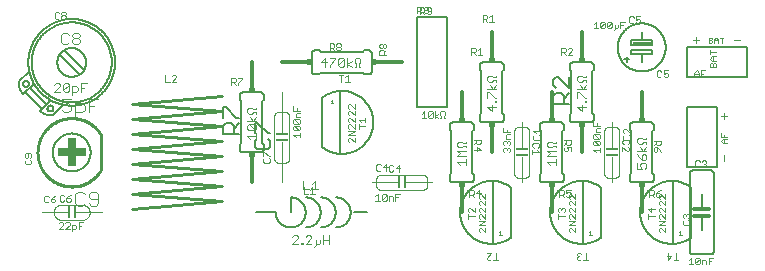
<source format=gto>
G75*
%MOIN*%
%OFA0B0*%
%FSLAX25Y25*%
%IPPOS*%
%LPD*%
%AMOC8*
5,1,8,0,0,1.08239X$1,22.5*
%
%ADD10C,0.00200*%
%ADD11C,0.00600*%
%ADD12C,0.00500*%
%ADD13C,0.00300*%
%ADD14C,0.00400*%
%ADD15C,0.00100*%
%ADD16R,0.04000X0.01000*%
%ADD17C,0.01200*%
%ADD18R,0.01000X0.04000*%
%ADD19R,0.06400X0.01000*%
%ADD20C,0.01000*%
%ADD21R,0.09449X0.02756*%
%ADD22R,0.02756X0.09449*%
%ADD23R,0.02000X0.01500*%
%ADD24R,0.01500X0.02000*%
D10*
X0028920Y0024123D02*
X0030388Y0025591D01*
X0030388Y0025958D01*
X0030021Y0026325D01*
X0029287Y0026325D01*
X0028920Y0025958D01*
X0031130Y0025958D02*
X0031497Y0026325D01*
X0032231Y0026325D01*
X0032598Y0025958D01*
X0032598Y0025591D01*
X0031130Y0024123D01*
X0032598Y0024123D01*
X0033340Y0024123D02*
X0034441Y0024123D01*
X0034808Y0024490D01*
X0034808Y0025224D01*
X0034441Y0025591D01*
X0033340Y0025591D01*
X0033340Y0023389D01*
X0035550Y0024123D02*
X0035550Y0026325D01*
X0037018Y0026325D01*
X0036284Y0025224D02*
X0035550Y0025224D01*
X0030388Y0024123D02*
X0028920Y0024123D01*
X0027441Y0033023D02*
X0027808Y0033390D01*
X0027808Y0033757D01*
X0027441Y0034124D01*
X0026340Y0034124D01*
X0026340Y0033390D01*
X0026707Y0033023D01*
X0027441Y0033023D01*
X0026340Y0034124D02*
X0027074Y0034858D01*
X0027808Y0035225D01*
X0029222Y0035108D02*
X0029222Y0033640D01*
X0029589Y0033273D01*
X0030323Y0033273D01*
X0030690Y0033640D01*
X0031432Y0033640D02*
X0031799Y0033273D01*
X0032533Y0033273D01*
X0032900Y0033640D01*
X0032900Y0034007D01*
X0032533Y0034374D01*
X0031432Y0034374D01*
X0031432Y0033640D01*
X0031432Y0034374D02*
X0032166Y0035108D01*
X0032900Y0035475D01*
X0030690Y0035108D02*
X0030323Y0035475D01*
X0029589Y0035475D01*
X0029222Y0035108D01*
X0025598Y0034858D02*
X0025231Y0035225D01*
X0024497Y0035225D01*
X0024130Y0034858D01*
X0024130Y0033390D01*
X0024497Y0033023D01*
X0025231Y0033023D01*
X0025598Y0033390D01*
X0019431Y0045651D02*
X0017963Y0045651D01*
X0017596Y0046018D01*
X0017596Y0046752D01*
X0017963Y0047119D01*
X0017963Y0047861D02*
X0018330Y0047861D01*
X0018697Y0048228D01*
X0018697Y0049329D01*
X0019431Y0049329D02*
X0017963Y0049329D01*
X0017596Y0048962D01*
X0017596Y0048228D01*
X0017963Y0047861D01*
X0019431Y0047861D02*
X0019798Y0048228D01*
X0019798Y0048962D01*
X0019431Y0049329D01*
X0019431Y0047119D02*
X0019798Y0046752D01*
X0019798Y0046018D01*
X0019431Y0045651D01*
X0086420Y0072273D02*
X0086420Y0074475D01*
X0087521Y0074475D01*
X0087888Y0074108D01*
X0087888Y0073374D01*
X0087521Y0073007D01*
X0086420Y0073007D01*
X0087154Y0073007D02*
X0087888Y0072273D01*
X0088630Y0072273D02*
X0088630Y0072640D01*
X0090098Y0074108D01*
X0090098Y0074475D01*
X0088630Y0074475D01*
X0068136Y0074741D02*
X0066668Y0073273D01*
X0068136Y0073273D01*
X0068136Y0074741D02*
X0068136Y0075108D01*
X0067769Y0075475D01*
X0067035Y0075475D01*
X0066668Y0075108D01*
X0064458Y0075475D02*
X0064458Y0073273D01*
X0065926Y0073273D01*
X0107138Y0065081D02*
X0107138Y0063613D01*
X0109340Y0063613D01*
X0109340Y0062871D02*
X0108239Y0062871D01*
X0107872Y0062504D01*
X0107872Y0061403D01*
X0109340Y0061403D01*
X0108973Y0060661D02*
X0107505Y0060661D01*
X0108973Y0059193D01*
X0109340Y0059560D01*
X0109340Y0060294D01*
X0108973Y0060661D01*
X0107505Y0060661D02*
X0107138Y0060294D01*
X0107138Y0059560D01*
X0107505Y0059193D01*
X0108973Y0059193D01*
X0108973Y0058451D02*
X0107505Y0058451D01*
X0108973Y0056983D01*
X0109340Y0057350D01*
X0109340Y0058084D01*
X0108973Y0058451D01*
X0107505Y0058451D02*
X0107138Y0058084D01*
X0107138Y0057350D01*
X0107505Y0056983D01*
X0108973Y0056983D01*
X0109340Y0056241D02*
X0109340Y0054773D01*
X0109340Y0055507D02*
X0107138Y0055507D01*
X0107872Y0054773D01*
X0098973Y0048483D02*
X0097505Y0049951D01*
X0097138Y0049951D01*
X0097138Y0048483D01*
X0097505Y0047741D02*
X0097138Y0047374D01*
X0097138Y0046640D01*
X0097505Y0046273D01*
X0098973Y0046273D01*
X0099340Y0046640D01*
X0099340Y0047374D01*
X0098973Y0047741D01*
X0098973Y0048483D02*
X0099340Y0048483D01*
X0110533Y0037975D02*
X0110533Y0035773D01*
X0112001Y0035773D01*
X0112743Y0035773D02*
X0114211Y0035773D01*
X0113477Y0035773D02*
X0113477Y0037975D01*
X0112743Y0037241D01*
X0134501Y0035041D02*
X0135235Y0035775D01*
X0135235Y0033573D01*
X0134501Y0033573D02*
X0135969Y0033573D01*
X0136710Y0033940D02*
X0138178Y0035408D01*
X0138178Y0033940D01*
X0137811Y0033573D01*
X0137077Y0033573D01*
X0136710Y0033940D01*
X0136710Y0035408D01*
X0137077Y0035775D01*
X0137811Y0035775D01*
X0138178Y0035408D01*
X0138920Y0035041D02*
X0140021Y0035041D01*
X0140388Y0034674D01*
X0140388Y0033573D01*
X0141130Y0033573D02*
X0141130Y0035775D01*
X0142598Y0035775D01*
X0141864Y0034674D02*
X0141130Y0034674D01*
X0138920Y0035041D02*
X0138920Y0033573D01*
X0139349Y0043273D02*
X0140083Y0043273D01*
X0140450Y0043640D01*
X0141192Y0044374D02*
X0142660Y0044374D01*
X0142293Y0043273D02*
X0142293Y0045475D01*
X0141192Y0044374D01*
X0140450Y0045108D02*
X0140083Y0045475D01*
X0139349Y0045475D01*
X0138982Y0045108D01*
X0138982Y0043640D01*
X0139349Y0043273D01*
X0138151Y0043573D02*
X0138151Y0045775D01*
X0137050Y0044674D01*
X0138518Y0044674D01*
X0136308Y0043940D02*
X0135941Y0043573D01*
X0135207Y0043573D01*
X0134840Y0043940D01*
X0134840Y0045408D01*
X0135207Y0045775D01*
X0135941Y0045775D01*
X0136308Y0045408D01*
X0127590Y0053144D02*
X0126122Y0054611D01*
X0125755Y0054611D01*
X0125388Y0054245D01*
X0125388Y0053511D01*
X0125755Y0053144D01*
X0127590Y0053144D02*
X0127590Y0054611D01*
X0127590Y0055353D02*
X0125388Y0055353D01*
X0127590Y0056821D01*
X0125388Y0056821D01*
X0125755Y0057563D02*
X0125388Y0057930D01*
X0125388Y0058664D01*
X0125755Y0059031D01*
X0126122Y0059031D01*
X0127590Y0057563D01*
X0127590Y0059031D01*
X0127590Y0059773D02*
X0126122Y0061241D01*
X0125755Y0061241D01*
X0125388Y0060874D01*
X0125388Y0060140D01*
X0125755Y0059773D01*
X0127590Y0059773D02*
X0127590Y0061241D01*
X0127590Y0061983D02*
X0126122Y0063451D01*
X0125755Y0063451D01*
X0125388Y0063084D01*
X0125388Y0062350D01*
X0125755Y0061983D01*
X0127590Y0061983D02*
X0127590Y0063451D01*
X0127590Y0064193D02*
X0126122Y0065661D01*
X0125755Y0065661D01*
X0125388Y0065294D01*
X0125388Y0064560D01*
X0125755Y0064193D01*
X0127590Y0064193D02*
X0127590Y0065661D01*
X0131090Y0061241D02*
X0131090Y0059773D01*
X0131090Y0060507D02*
X0128888Y0060507D01*
X0129622Y0059773D01*
X0128888Y0059031D02*
X0128888Y0057563D01*
X0128888Y0058297D02*
X0131090Y0058297D01*
X0149869Y0061123D02*
X0151337Y0061123D01*
X0150603Y0061123D02*
X0150603Y0063325D01*
X0149869Y0062591D01*
X0152079Y0062958D02*
X0152079Y0061490D01*
X0153547Y0062958D01*
X0153547Y0061490D01*
X0153180Y0061123D01*
X0152446Y0061123D01*
X0152079Y0061490D01*
X0154289Y0061123D02*
X0154289Y0063325D01*
X0153547Y0062958D02*
X0153180Y0063325D01*
X0152446Y0063325D01*
X0152079Y0062958D01*
X0154289Y0061857D02*
X0155390Y0062591D01*
X0156130Y0062224D02*
X0156130Y0062958D01*
X0156497Y0063325D01*
X0157231Y0063325D01*
X0157598Y0062958D01*
X0157598Y0062224D01*
X0157231Y0061857D01*
X0157231Y0061123D01*
X0157598Y0061123D01*
X0156497Y0061123D02*
X0156497Y0061857D01*
X0156130Y0062224D01*
X0156130Y0061123D02*
X0156497Y0061123D01*
X0155390Y0061123D02*
X0154289Y0061857D01*
X0167340Y0053813D02*
X0169542Y0053813D01*
X0169542Y0052712D01*
X0169175Y0052345D01*
X0168441Y0052345D01*
X0168074Y0052712D01*
X0168074Y0053813D01*
X0168074Y0053079D02*
X0167340Y0052345D01*
X0168441Y0051604D02*
X0168441Y0050136D01*
X0167340Y0050503D02*
X0169542Y0050503D01*
X0168441Y0051604D01*
X0177138Y0050874D02*
X0177138Y0050140D01*
X0177505Y0049773D01*
X0178239Y0050507D02*
X0178239Y0050874D01*
X0178606Y0051241D01*
X0178973Y0051241D01*
X0179340Y0050874D01*
X0179340Y0050140D01*
X0178973Y0049773D01*
X0178239Y0050874D02*
X0177872Y0051241D01*
X0177505Y0051241D01*
X0177138Y0050874D01*
X0177505Y0051983D02*
X0177138Y0052350D01*
X0177138Y0053084D01*
X0177505Y0053451D01*
X0177872Y0053451D01*
X0178239Y0053084D01*
X0178606Y0053451D01*
X0178973Y0053451D01*
X0179340Y0053084D01*
X0179340Y0052350D01*
X0178973Y0051983D01*
X0178239Y0052717D02*
X0178239Y0053084D01*
X0177872Y0054193D02*
X0177872Y0055294D01*
X0178239Y0055661D01*
X0179340Y0055661D01*
X0179340Y0056403D02*
X0177138Y0056403D01*
X0177138Y0057871D01*
X0178239Y0057137D02*
X0178239Y0056403D01*
X0177872Y0054193D02*
X0179340Y0054193D01*
X0186840Y0052372D02*
X0186840Y0051638D01*
X0187207Y0051271D01*
X0186840Y0050529D02*
X0186840Y0049061D01*
X0186840Y0049795D02*
X0189042Y0049795D01*
X0188308Y0050529D01*
X0188675Y0051271D02*
X0189042Y0051638D01*
X0189042Y0052372D01*
X0188675Y0052739D01*
X0187207Y0052739D01*
X0186840Y0052372D01*
X0187505Y0053853D02*
X0188973Y0053853D01*
X0189340Y0054220D01*
X0189340Y0054954D01*
X0188973Y0055321D01*
X0189340Y0056063D02*
X0189340Y0057531D01*
X0189340Y0056797D02*
X0187138Y0056797D01*
X0187872Y0056063D01*
X0187505Y0055321D02*
X0187138Y0054954D01*
X0187138Y0054220D01*
X0187505Y0053853D01*
X0197340Y0053695D02*
X0199542Y0053695D01*
X0199542Y0052594D01*
X0199175Y0052227D01*
X0198441Y0052227D01*
X0198074Y0052594D01*
X0198074Y0053695D01*
X0198074Y0052961D02*
X0197340Y0052227D01*
X0197707Y0051485D02*
X0197340Y0051118D01*
X0197340Y0050384D01*
X0197707Y0050017D01*
X0198441Y0050017D01*
X0198808Y0050384D01*
X0198808Y0050751D01*
X0198441Y0051485D01*
X0199542Y0051485D01*
X0199542Y0050017D01*
X0207138Y0050507D02*
X0209340Y0050507D01*
X0209340Y0049773D02*
X0209340Y0051241D01*
X0208973Y0051983D02*
X0207505Y0051983D01*
X0207138Y0052350D01*
X0207138Y0053084D01*
X0207505Y0053451D01*
X0208973Y0051983D01*
X0209340Y0052350D01*
X0209340Y0053084D01*
X0208973Y0053451D01*
X0207505Y0053451D01*
X0207505Y0054193D02*
X0207138Y0054560D01*
X0207138Y0055294D01*
X0207505Y0055661D01*
X0208973Y0054193D01*
X0209340Y0054560D01*
X0209340Y0055294D01*
X0208973Y0055661D01*
X0207505Y0055661D01*
X0207872Y0056403D02*
X0207872Y0057504D01*
X0208239Y0057871D01*
X0209340Y0057871D01*
X0209340Y0058613D02*
X0207138Y0058613D01*
X0207138Y0060081D01*
X0208239Y0059347D02*
X0208239Y0058613D01*
X0207872Y0056403D02*
X0209340Y0056403D01*
X0208973Y0054193D02*
X0207505Y0054193D01*
X0207138Y0050507D02*
X0207872Y0049773D01*
X0216840Y0050136D02*
X0216840Y0051604D01*
X0218308Y0050136D01*
X0218675Y0050136D01*
X0219042Y0050503D01*
X0219042Y0051237D01*
X0218675Y0051604D01*
X0218675Y0052345D02*
X0219042Y0052712D01*
X0219042Y0053446D01*
X0218675Y0053813D01*
X0217207Y0053813D01*
X0216840Y0053446D01*
X0216840Y0052712D01*
X0217207Y0052345D01*
X0217505Y0053853D02*
X0218973Y0053853D01*
X0219340Y0054220D01*
X0219340Y0054954D01*
X0218973Y0055321D01*
X0219340Y0056063D02*
X0217872Y0057531D01*
X0217505Y0057531D01*
X0217138Y0057164D01*
X0217138Y0056430D01*
X0217505Y0056063D01*
X0217505Y0055321D02*
X0217138Y0054954D01*
X0217138Y0054220D01*
X0217505Y0053853D01*
X0219340Y0056063D02*
X0219340Y0057531D01*
X0227340Y0053573D02*
X0229542Y0053573D01*
X0229542Y0052472D01*
X0229175Y0052105D01*
X0228441Y0052105D01*
X0228074Y0052472D01*
X0228074Y0053573D01*
X0228074Y0052839D02*
X0227340Y0052105D01*
X0227707Y0051363D02*
X0227340Y0050996D01*
X0227340Y0050262D01*
X0227707Y0049895D01*
X0228074Y0049895D01*
X0228441Y0050262D01*
X0228441Y0051363D01*
X0227707Y0051363D01*
X0228441Y0051363D02*
X0229175Y0050629D01*
X0229542Y0049895D01*
X0241130Y0046608D02*
X0241130Y0045140D01*
X0241497Y0044773D01*
X0242231Y0044773D01*
X0242598Y0045140D01*
X0243340Y0045140D02*
X0243707Y0044773D01*
X0244441Y0044773D01*
X0244808Y0045140D01*
X0244808Y0045507D01*
X0244441Y0045874D01*
X0244074Y0045874D01*
X0244441Y0045874D02*
X0244808Y0046241D01*
X0244808Y0046608D01*
X0244441Y0046975D01*
X0243707Y0046975D01*
X0243340Y0046608D01*
X0242598Y0046608D02*
X0242231Y0046975D01*
X0241497Y0046975D01*
X0241130Y0046608D01*
X0249714Y0053532D02*
X0250314Y0052932D01*
X0251515Y0052932D01*
X0250614Y0052932D02*
X0250614Y0054133D01*
X0250314Y0054133D02*
X0251515Y0054133D01*
X0251515Y0054773D02*
X0249714Y0054773D01*
X0249714Y0055974D01*
X0250614Y0055374D02*
X0250614Y0054773D01*
X0250314Y0054133D02*
X0249714Y0053532D01*
X0229518Y0037075D02*
X0228784Y0036708D01*
X0228050Y0035974D01*
X0229151Y0035974D01*
X0229518Y0035607D01*
X0229518Y0035240D01*
X0229151Y0034873D01*
X0228417Y0034873D01*
X0228050Y0035240D01*
X0228050Y0035974D01*
X0227308Y0035974D02*
X0227308Y0036708D01*
X0226941Y0037075D01*
X0225840Y0037075D01*
X0225840Y0034873D01*
X0225840Y0035607D02*
X0226941Y0035607D01*
X0227308Y0035974D01*
X0226574Y0035607D02*
X0227308Y0034873D01*
X0228888Y0034560D02*
X0229255Y0034193D01*
X0228888Y0034560D02*
X0228888Y0035294D01*
X0229255Y0035661D01*
X0229622Y0035661D01*
X0231090Y0034193D01*
X0231090Y0035661D01*
X0231090Y0033451D02*
X0231090Y0031983D01*
X0229622Y0033451D01*
X0229255Y0033451D01*
X0228888Y0033084D01*
X0228888Y0032350D01*
X0229255Y0031983D01*
X0229255Y0031241D02*
X0228888Y0030874D01*
X0228888Y0030140D01*
X0229255Y0029773D01*
X0229255Y0029031D02*
X0228888Y0028664D01*
X0228888Y0027930D01*
X0229255Y0027563D01*
X0228888Y0026821D02*
X0231090Y0026821D01*
X0228888Y0025353D01*
X0231090Y0025353D01*
X0231090Y0024611D02*
X0231090Y0023144D01*
X0229622Y0024611D01*
X0229255Y0024611D01*
X0228888Y0024245D01*
X0228888Y0023511D01*
X0229255Y0023144D01*
X0236938Y0025900D02*
X0237305Y0025533D01*
X0238773Y0025533D01*
X0239140Y0025900D01*
X0239140Y0026634D01*
X0238773Y0027001D01*
X0238773Y0027743D02*
X0239140Y0028110D01*
X0239140Y0028844D01*
X0238773Y0029211D01*
X0238406Y0029211D01*
X0238039Y0028844D01*
X0238039Y0028477D01*
X0238039Y0028844D02*
X0237672Y0029211D01*
X0237305Y0029211D01*
X0236938Y0028844D01*
X0236938Y0028110D01*
X0237305Y0027743D01*
X0237305Y0027001D02*
X0236938Y0026634D01*
X0236938Y0025900D01*
X0231090Y0027563D02*
X0229622Y0029031D01*
X0229255Y0029031D01*
X0227590Y0028297D02*
X0225388Y0028297D01*
X0225388Y0027563D02*
X0225388Y0029031D01*
X0226489Y0029773D02*
X0226489Y0031241D01*
X0225388Y0030874D02*
X0226489Y0029773D01*
X0227590Y0030874D02*
X0225388Y0030874D01*
X0229255Y0031241D02*
X0229622Y0031241D01*
X0231090Y0029773D01*
X0231090Y0031241D01*
X0231090Y0029031D02*
X0231090Y0027563D01*
X0232070Y0016073D02*
X0232070Y0013871D01*
X0233170Y0014972D01*
X0231703Y0014972D01*
X0233912Y0013871D02*
X0235380Y0013871D01*
X0234646Y0013871D02*
X0234646Y0016073D01*
X0238920Y0013841D02*
X0239654Y0014575D01*
X0239654Y0012373D01*
X0238920Y0012373D02*
X0240388Y0012373D01*
X0241130Y0012740D02*
X0242598Y0014208D01*
X0242598Y0012740D01*
X0242231Y0012373D01*
X0241497Y0012373D01*
X0241130Y0012740D01*
X0241130Y0014208D01*
X0241497Y0014575D01*
X0242231Y0014575D01*
X0242598Y0014208D01*
X0243340Y0013841D02*
X0244441Y0013841D01*
X0244808Y0013474D01*
X0244808Y0012373D01*
X0245550Y0012373D02*
X0245550Y0014575D01*
X0247018Y0014575D01*
X0246284Y0013474D02*
X0245550Y0013474D01*
X0243340Y0013841D02*
X0243340Y0012373D01*
X0205262Y0013871D02*
X0203794Y0013871D01*
X0204528Y0013871D02*
X0204528Y0016073D01*
X0203052Y0015706D02*
X0202685Y0016073D01*
X0201951Y0016073D01*
X0201584Y0015706D01*
X0201584Y0015339D01*
X0201951Y0014972D01*
X0202318Y0014972D01*
X0201951Y0014972D02*
X0201584Y0014605D01*
X0201584Y0014238D01*
X0201951Y0013871D01*
X0202685Y0013871D01*
X0203052Y0014238D01*
X0201090Y0023144D02*
X0199622Y0024611D01*
X0199255Y0024611D01*
X0198888Y0024245D01*
X0198888Y0023511D01*
X0199255Y0023144D01*
X0201090Y0023144D02*
X0201090Y0024611D01*
X0201090Y0025353D02*
X0198888Y0025353D01*
X0201090Y0026821D01*
X0198888Y0026821D01*
X0199255Y0027563D02*
X0198888Y0027930D01*
X0198888Y0028664D01*
X0199255Y0029031D01*
X0199622Y0029031D01*
X0201090Y0027563D01*
X0201090Y0029031D01*
X0201090Y0029773D02*
X0199622Y0031241D01*
X0199255Y0031241D01*
X0198888Y0030874D01*
X0198888Y0030140D01*
X0199255Y0029773D01*
X0197590Y0030140D02*
X0197223Y0029773D01*
X0197590Y0030140D02*
X0197590Y0030874D01*
X0197223Y0031241D01*
X0196856Y0031241D01*
X0196489Y0030874D01*
X0196489Y0030507D01*
X0196489Y0030874D02*
X0196122Y0031241D01*
X0195755Y0031241D01*
X0195388Y0030874D01*
X0195388Y0030140D01*
X0195755Y0029773D01*
X0195388Y0029031D02*
X0195388Y0027563D01*
X0195388Y0028297D02*
X0197590Y0028297D01*
X0201090Y0029773D02*
X0201090Y0031241D01*
X0201090Y0031983D02*
X0199622Y0033451D01*
X0199255Y0033451D01*
X0198888Y0033084D01*
X0198888Y0032350D01*
X0199255Y0031983D01*
X0201090Y0031983D02*
X0201090Y0033451D01*
X0201090Y0034193D02*
X0199622Y0035661D01*
X0199255Y0035661D01*
X0198888Y0035294D01*
X0198888Y0034560D01*
X0199255Y0034193D01*
X0199151Y0034873D02*
X0198417Y0034873D01*
X0198050Y0035240D01*
X0198050Y0035974D02*
X0198784Y0036341D01*
X0199151Y0036341D01*
X0199518Y0035974D01*
X0199518Y0035240D01*
X0199151Y0034873D01*
X0198050Y0035974D02*
X0198050Y0037075D01*
X0199518Y0037075D01*
X0201090Y0035661D02*
X0201090Y0034193D01*
X0197308Y0034873D02*
X0196574Y0035607D01*
X0196941Y0035607D02*
X0195840Y0035607D01*
X0195840Y0034873D02*
X0195840Y0037075D01*
X0196941Y0037075D01*
X0197308Y0036708D01*
X0197308Y0035974D01*
X0196941Y0035607D01*
X0171090Y0035661D02*
X0171090Y0034193D01*
X0169622Y0035661D01*
X0169255Y0035661D01*
X0168888Y0035294D01*
X0168888Y0034560D01*
X0169255Y0034193D01*
X0169151Y0034873D02*
X0169151Y0037075D01*
X0168050Y0035974D01*
X0169518Y0035974D01*
X0167308Y0035974D02*
X0167308Y0036708D01*
X0166941Y0037075D01*
X0165840Y0037075D01*
X0165840Y0034873D01*
X0165840Y0035607D02*
X0166941Y0035607D01*
X0167308Y0035974D01*
X0166574Y0035607D02*
X0167308Y0034873D01*
X0168888Y0033084D02*
X0169255Y0033451D01*
X0169622Y0033451D01*
X0171090Y0031983D01*
X0171090Y0033451D01*
X0168888Y0033084D02*
X0168888Y0032350D01*
X0169255Y0031983D01*
X0169255Y0031241D02*
X0168888Y0030874D01*
X0168888Y0030140D01*
X0169255Y0029773D01*
X0169255Y0029031D02*
X0168888Y0028664D01*
X0168888Y0027930D01*
X0169255Y0027563D01*
X0168888Y0026821D02*
X0171090Y0026821D01*
X0168888Y0025353D01*
X0171090Y0025353D01*
X0171090Y0024611D02*
X0171090Y0023144D01*
X0169622Y0024611D01*
X0169255Y0024611D01*
X0168888Y0024245D01*
X0168888Y0023511D01*
X0169255Y0023144D01*
X0171090Y0027563D02*
X0169622Y0029031D01*
X0169255Y0029031D01*
X0167590Y0028297D02*
X0165388Y0028297D01*
X0165388Y0027563D02*
X0165388Y0029031D01*
X0165755Y0029773D02*
X0165388Y0030140D01*
X0165388Y0030874D01*
X0165755Y0031241D01*
X0166122Y0031241D01*
X0167590Y0029773D01*
X0167590Y0031241D01*
X0169255Y0031241D02*
X0169622Y0031241D01*
X0171090Y0029773D01*
X0171090Y0031241D01*
X0171090Y0029031D02*
X0171090Y0027563D01*
X0171584Y0016073D02*
X0173052Y0016073D01*
X0171584Y0014605D01*
X0171584Y0014238D01*
X0171951Y0013871D01*
X0172685Y0013871D01*
X0173052Y0014238D01*
X0173794Y0013871D02*
X0175262Y0013871D01*
X0174528Y0013871D02*
X0174528Y0016073D01*
X0108239Y0063613D02*
X0108239Y0064347D01*
X0123027Y0073273D02*
X0123027Y0075475D01*
X0122293Y0075475D02*
X0123761Y0075475D01*
X0124503Y0074741D02*
X0125237Y0075475D01*
X0125237Y0073273D01*
X0124503Y0073273D02*
X0125971Y0073273D01*
X0135838Y0082273D02*
X0135838Y0083374D01*
X0136205Y0083741D01*
X0136939Y0083741D01*
X0137306Y0083374D01*
X0137306Y0082273D01*
X0138040Y0082273D02*
X0135838Y0082273D01*
X0137306Y0083007D02*
X0138040Y0083741D01*
X0137673Y0084483D02*
X0137306Y0084483D01*
X0136939Y0084850D01*
X0136939Y0085584D01*
X0137306Y0085951D01*
X0137673Y0085951D01*
X0138040Y0085584D01*
X0138040Y0084850D01*
X0137673Y0084483D01*
X0136939Y0084850D02*
X0136572Y0084483D01*
X0136205Y0084483D01*
X0135838Y0084850D01*
X0135838Y0085584D01*
X0136205Y0085951D01*
X0136572Y0085951D01*
X0136939Y0085584D01*
X0122900Y0085608D02*
X0122900Y0085241D01*
X0122533Y0084874D01*
X0121799Y0084874D01*
X0121432Y0085241D01*
X0121432Y0085608D01*
X0121799Y0085975D01*
X0122533Y0085975D01*
X0122900Y0085608D01*
X0122533Y0084874D02*
X0122900Y0084507D01*
X0122900Y0084140D01*
X0122533Y0083773D01*
X0121799Y0083773D01*
X0121432Y0084140D01*
X0121432Y0084507D01*
X0121799Y0084874D01*
X0120690Y0084874D02*
X0120323Y0084507D01*
X0119222Y0084507D01*
X0119222Y0083773D02*
X0119222Y0085975D01*
X0120323Y0085975D01*
X0120690Y0085608D01*
X0120690Y0084874D01*
X0119956Y0084507D02*
X0120690Y0083773D01*
X0149336Y0095773D02*
X0149336Y0097975D01*
X0150437Y0097975D01*
X0150804Y0097608D01*
X0150804Y0096874D01*
X0150437Y0096507D01*
X0149336Y0096507D01*
X0149441Y0096757D02*
X0148340Y0096757D01*
X0148340Y0096023D02*
X0148340Y0098225D01*
X0149441Y0098225D01*
X0149808Y0097858D01*
X0149808Y0097124D01*
X0149441Y0096757D01*
X0149074Y0096757D02*
X0149808Y0096023D01*
X0150070Y0096507D02*
X0150804Y0095773D01*
X0150917Y0096023D02*
X0151651Y0096023D01*
X0152018Y0096390D01*
X0152018Y0097858D01*
X0151651Y0098225D01*
X0150917Y0098225D01*
X0150550Y0097858D01*
X0150550Y0097491D01*
X0150917Y0097124D01*
X0152018Y0097124D01*
X0151913Y0096874D02*
X0151546Y0097241D01*
X0151546Y0097608D01*
X0151913Y0097975D01*
X0152647Y0097975D01*
X0153014Y0097608D01*
X0153014Y0096140D01*
X0152647Y0095773D01*
X0151913Y0095773D01*
X0151546Y0096140D01*
X0150917Y0096023D02*
X0150550Y0096390D01*
X0151913Y0096874D02*
X0153014Y0096874D01*
X0170293Y0095475D02*
X0170293Y0093273D01*
X0170293Y0094007D02*
X0171394Y0094007D01*
X0171761Y0094374D01*
X0171761Y0095108D01*
X0171394Y0095475D01*
X0170293Y0095475D01*
X0171027Y0094007D02*
X0171761Y0093273D01*
X0172503Y0093273D02*
X0173971Y0093273D01*
X0173237Y0093273D02*
X0173237Y0095475D01*
X0172503Y0094741D01*
X0169364Y0084475D02*
X0169364Y0082273D01*
X0168630Y0082273D02*
X0170098Y0082273D01*
X0168630Y0083741D02*
X0169364Y0084475D01*
X0167888Y0084108D02*
X0167888Y0083374D01*
X0167521Y0083007D01*
X0166420Y0083007D01*
X0166420Y0082273D02*
X0166420Y0084475D01*
X0167521Y0084475D01*
X0167888Y0084108D01*
X0167154Y0083007D02*
X0167888Y0082273D01*
X0196420Y0082273D02*
X0196420Y0084475D01*
X0197521Y0084475D01*
X0197888Y0084108D01*
X0197888Y0083374D01*
X0197521Y0083007D01*
X0196420Y0083007D01*
X0197154Y0083007D02*
X0197888Y0082273D01*
X0198630Y0082273D02*
X0200098Y0083741D01*
X0200098Y0084108D01*
X0199731Y0084475D01*
X0198997Y0084475D01*
X0198630Y0084108D01*
X0198630Y0082273D02*
X0200098Y0082273D01*
X0213920Y0090289D02*
X0214287Y0090656D01*
X0214287Y0091390D01*
X0214654Y0091023D01*
X0215021Y0091023D01*
X0215388Y0091390D01*
X0215388Y0092124D01*
X0216130Y0092124D02*
X0216864Y0092124D01*
X0216130Y0091023D02*
X0216130Y0093225D01*
X0217598Y0093225D01*
X0219100Y0093140D02*
X0219100Y0094608D01*
X0219467Y0094975D01*
X0220201Y0094975D01*
X0220568Y0094608D01*
X0221310Y0094975D02*
X0221310Y0093874D01*
X0222044Y0094241D01*
X0222411Y0094241D01*
X0222778Y0093874D01*
X0222778Y0093140D01*
X0222411Y0092773D01*
X0221677Y0092773D01*
X0221310Y0093140D01*
X0220568Y0093140D02*
X0220201Y0092773D01*
X0219467Y0092773D01*
X0219100Y0093140D01*
X0221310Y0094975D02*
X0222778Y0094975D01*
X0214287Y0092124D02*
X0214287Y0091390D01*
X0213178Y0091390D02*
X0212811Y0091023D01*
X0212077Y0091023D01*
X0211710Y0091390D01*
X0213178Y0092858D01*
X0213178Y0091390D01*
X0211710Y0091390D02*
X0211710Y0092858D01*
X0212077Y0093225D01*
X0212811Y0093225D01*
X0213178Y0092858D01*
X0210969Y0092858D02*
X0209501Y0091390D01*
X0209868Y0091023D01*
X0210602Y0091023D01*
X0210969Y0091390D01*
X0210969Y0092858D01*
X0210602Y0093225D01*
X0209868Y0093225D01*
X0209501Y0092858D01*
X0209501Y0091390D01*
X0208759Y0091023D02*
X0207291Y0091023D01*
X0208025Y0091023D02*
X0208025Y0093225D01*
X0207291Y0092491D01*
X0228340Y0076608D02*
X0228340Y0075140D01*
X0228707Y0074773D01*
X0229441Y0074773D01*
X0229808Y0075140D01*
X0230550Y0075140D02*
X0230917Y0074773D01*
X0231651Y0074773D01*
X0232018Y0075140D01*
X0232018Y0075874D01*
X0231651Y0076241D01*
X0231284Y0076241D01*
X0230550Y0075874D01*
X0230550Y0076975D01*
X0232018Y0076975D01*
X0229808Y0076608D02*
X0229441Y0076975D01*
X0228707Y0076975D01*
X0228340Y0076608D01*
X0240785Y0076241D02*
X0240785Y0074773D01*
X0240785Y0075874D02*
X0242253Y0075874D01*
X0242253Y0076241D02*
X0242253Y0074773D01*
X0242995Y0074773D02*
X0242995Y0076975D01*
X0244463Y0076975D01*
X0243729Y0075874D02*
X0242995Y0075874D01*
X0242253Y0076241D02*
X0241519Y0076975D01*
X0240785Y0076241D01*
X0245938Y0077966D02*
X0245938Y0079067D01*
X0246305Y0079434D01*
X0246672Y0079434D01*
X0247039Y0079067D01*
X0247039Y0077966D01*
X0248140Y0077966D02*
X0245938Y0077966D01*
X0247039Y0079067D02*
X0247406Y0079434D01*
X0247773Y0079434D01*
X0248140Y0079067D01*
X0248140Y0077966D01*
X0248140Y0080176D02*
X0246672Y0080176D01*
X0245938Y0080910D01*
X0246672Y0081644D01*
X0248140Y0081644D01*
X0247039Y0081644D02*
X0247039Y0080176D01*
X0245938Y0082386D02*
X0245938Y0083854D01*
X0245938Y0083120D02*
X0248140Y0083120D01*
X0248620Y0086148D02*
X0248620Y0087349D01*
X0248020Y0087950D01*
X0247419Y0087349D01*
X0247419Y0086148D01*
X0246779Y0086448D02*
X0246479Y0086148D01*
X0245578Y0086148D01*
X0245578Y0087950D01*
X0246479Y0087950D01*
X0246779Y0087650D01*
X0246779Y0087349D01*
X0246479Y0087049D01*
X0245578Y0087049D01*
X0246479Y0087049D02*
X0246779Y0086749D01*
X0246779Y0086448D01*
X0247419Y0087049D02*
X0248620Y0087049D01*
X0249261Y0087950D02*
X0250462Y0087950D01*
X0249861Y0087950D02*
X0249861Y0086148D01*
X0031219Y0094585D02*
X0030852Y0094218D01*
X0030118Y0094218D01*
X0029751Y0094585D01*
X0029751Y0094952D01*
X0030118Y0095319D01*
X0030852Y0095319D01*
X0031219Y0094952D01*
X0031219Y0094585D01*
X0030852Y0095319D02*
X0031219Y0095686D01*
X0031219Y0096053D01*
X0030852Y0096420D01*
X0030118Y0096420D01*
X0029751Y0096053D01*
X0029751Y0095686D01*
X0030118Y0095319D01*
X0029009Y0094585D02*
X0028642Y0094218D01*
X0027908Y0094218D01*
X0027541Y0094585D01*
X0027541Y0096053D01*
X0027908Y0096420D01*
X0028642Y0096420D01*
X0029009Y0096053D01*
D11*
X0090240Y0069673D02*
X0096240Y0069673D01*
X0096300Y0069671D01*
X0096361Y0069666D01*
X0096420Y0069657D01*
X0096479Y0069644D01*
X0096538Y0069628D01*
X0096595Y0069608D01*
X0096650Y0069585D01*
X0096705Y0069558D01*
X0096757Y0069529D01*
X0096808Y0069496D01*
X0096857Y0069460D01*
X0096903Y0069422D01*
X0096947Y0069380D01*
X0096989Y0069336D01*
X0097027Y0069290D01*
X0097063Y0069241D01*
X0097096Y0069190D01*
X0097125Y0069138D01*
X0097152Y0069083D01*
X0097175Y0069028D01*
X0097195Y0068971D01*
X0097211Y0068912D01*
X0097224Y0068853D01*
X0097233Y0068794D01*
X0097238Y0068733D01*
X0097240Y0068673D01*
X0097240Y0067173D01*
X0096740Y0066673D01*
X0096740Y0052673D01*
X0097240Y0052173D01*
X0097240Y0050673D01*
X0097238Y0050613D01*
X0097233Y0050552D01*
X0097224Y0050493D01*
X0097211Y0050434D01*
X0097195Y0050375D01*
X0097175Y0050318D01*
X0097152Y0050263D01*
X0097125Y0050208D01*
X0097096Y0050156D01*
X0097063Y0050105D01*
X0097027Y0050056D01*
X0096989Y0050010D01*
X0096947Y0049966D01*
X0096903Y0049924D01*
X0096857Y0049886D01*
X0096808Y0049850D01*
X0096757Y0049817D01*
X0096705Y0049788D01*
X0096650Y0049761D01*
X0096595Y0049738D01*
X0096538Y0049718D01*
X0096479Y0049702D01*
X0096420Y0049689D01*
X0096361Y0049680D01*
X0096300Y0049675D01*
X0096240Y0049673D01*
X0090240Y0049673D01*
X0090180Y0049675D01*
X0090119Y0049680D01*
X0090060Y0049689D01*
X0090001Y0049702D01*
X0089942Y0049718D01*
X0089885Y0049738D01*
X0089830Y0049761D01*
X0089775Y0049788D01*
X0089723Y0049817D01*
X0089672Y0049850D01*
X0089623Y0049886D01*
X0089577Y0049924D01*
X0089533Y0049966D01*
X0089491Y0050010D01*
X0089453Y0050056D01*
X0089417Y0050105D01*
X0089384Y0050156D01*
X0089355Y0050208D01*
X0089328Y0050263D01*
X0089305Y0050318D01*
X0089285Y0050375D01*
X0089269Y0050434D01*
X0089256Y0050493D01*
X0089247Y0050552D01*
X0089242Y0050613D01*
X0089240Y0050673D01*
X0089240Y0052173D01*
X0089740Y0052673D01*
X0089740Y0066673D01*
X0089240Y0067173D01*
X0089240Y0068673D01*
X0089242Y0068733D01*
X0089247Y0068794D01*
X0089256Y0068853D01*
X0089269Y0068912D01*
X0089285Y0068971D01*
X0089305Y0069028D01*
X0089328Y0069083D01*
X0089355Y0069138D01*
X0089384Y0069190D01*
X0089417Y0069241D01*
X0089453Y0069290D01*
X0089491Y0069336D01*
X0089533Y0069380D01*
X0089577Y0069422D01*
X0089623Y0069460D01*
X0089672Y0069496D01*
X0089723Y0069529D01*
X0089775Y0069558D01*
X0089830Y0069585D01*
X0089885Y0069608D01*
X0089942Y0069628D01*
X0090001Y0069644D01*
X0090060Y0069657D01*
X0090119Y0069666D01*
X0090180Y0069671D01*
X0090240Y0069673D01*
X0090180Y0069671D01*
X0090119Y0069666D01*
X0090060Y0069657D01*
X0090001Y0069644D01*
X0089942Y0069628D01*
X0089885Y0069608D01*
X0089830Y0069585D01*
X0089775Y0069558D01*
X0089723Y0069529D01*
X0089672Y0069496D01*
X0089623Y0069460D01*
X0089577Y0069422D01*
X0089533Y0069380D01*
X0089491Y0069336D01*
X0089453Y0069290D01*
X0089417Y0069241D01*
X0089384Y0069190D01*
X0089355Y0069138D01*
X0089328Y0069083D01*
X0089305Y0069028D01*
X0089285Y0068971D01*
X0089269Y0068912D01*
X0089256Y0068853D01*
X0089247Y0068794D01*
X0089242Y0068733D01*
X0089240Y0068673D01*
X0096240Y0069673D02*
X0096300Y0069671D01*
X0096361Y0069666D01*
X0096420Y0069657D01*
X0096479Y0069644D01*
X0096538Y0069628D01*
X0096595Y0069608D01*
X0096650Y0069585D01*
X0096705Y0069558D01*
X0096757Y0069529D01*
X0096808Y0069496D01*
X0096857Y0069460D01*
X0096903Y0069422D01*
X0096947Y0069380D01*
X0096989Y0069336D01*
X0097027Y0069290D01*
X0097063Y0069241D01*
X0097096Y0069190D01*
X0097125Y0069138D01*
X0097152Y0069083D01*
X0097175Y0069028D01*
X0097195Y0068971D01*
X0097211Y0068912D01*
X0097224Y0068853D01*
X0097233Y0068794D01*
X0097238Y0068733D01*
X0097240Y0068673D01*
X0088068Y0061216D02*
X0084581Y0064704D01*
X0083709Y0064704D01*
X0083709Y0061216D01*
X0088068Y0061216D02*
X0088940Y0061216D01*
X0088940Y0059339D02*
X0087196Y0057595D01*
X0087196Y0058467D02*
X0087196Y0055851D01*
X0088940Y0055851D02*
X0083709Y0055851D01*
X0083709Y0058467D01*
X0084581Y0059339D01*
X0086325Y0059339D01*
X0087196Y0058467D01*
X0094209Y0059586D02*
X0094209Y0056098D01*
X0095081Y0054221D02*
X0094209Y0053349D01*
X0094209Y0051605D01*
X0095081Y0050733D01*
X0098568Y0050733D01*
X0099440Y0051605D01*
X0099440Y0053349D01*
X0098568Y0054221D01*
X0098568Y0056098D02*
X0099440Y0056098D01*
X0098568Y0056098D02*
X0095081Y0059586D01*
X0094209Y0059586D01*
X0097240Y0050673D02*
X0097238Y0050613D01*
X0097233Y0050552D01*
X0097224Y0050493D01*
X0097211Y0050434D01*
X0097195Y0050375D01*
X0097175Y0050318D01*
X0097152Y0050263D01*
X0097125Y0050208D01*
X0097096Y0050156D01*
X0097063Y0050105D01*
X0097027Y0050056D01*
X0096989Y0050010D01*
X0096947Y0049966D01*
X0096903Y0049924D01*
X0096857Y0049886D01*
X0096808Y0049850D01*
X0096757Y0049817D01*
X0096705Y0049788D01*
X0096650Y0049761D01*
X0096595Y0049738D01*
X0096538Y0049718D01*
X0096479Y0049702D01*
X0096420Y0049689D01*
X0096361Y0049680D01*
X0096300Y0049675D01*
X0096240Y0049673D01*
X0090240Y0049673D02*
X0090180Y0049675D01*
X0090119Y0049680D01*
X0090060Y0049689D01*
X0090001Y0049702D01*
X0089942Y0049718D01*
X0089885Y0049738D01*
X0089830Y0049761D01*
X0089775Y0049788D01*
X0089723Y0049817D01*
X0089672Y0049850D01*
X0089623Y0049886D01*
X0089577Y0049924D01*
X0089533Y0049966D01*
X0089491Y0050010D01*
X0089453Y0050056D01*
X0089417Y0050105D01*
X0089384Y0050156D01*
X0089355Y0050208D01*
X0089328Y0050263D01*
X0089305Y0050318D01*
X0089285Y0050375D01*
X0089269Y0050434D01*
X0089256Y0050493D01*
X0089247Y0050552D01*
X0089242Y0050613D01*
X0089240Y0050673D01*
X0026941Y0049673D02*
X0026943Y0049831D01*
X0026949Y0049989D01*
X0026959Y0050147D01*
X0026973Y0050305D01*
X0026991Y0050462D01*
X0027012Y0050619D01*
X0027038Y0050775D01*
X0027068Y0050931D01*
X0027101Y0051086D01*
X0027139Y0051239D01*
X0027180Y0051392D01*
X0027225Y0051544D01*
X0027274Y0051695D01*
X0027327Y0051844D01*
X0027383Y0051992D01*
X0027443Y0052138D01*
X0027507Y0052283D01*
X0027575Y0052426D01*
X0027646Y0052568D01*
X0027720Y0052708D01*
X0027798Y0052845D01*
X0027880Y0052981D01*
X0027964Y0053115D01*
X0028053Y0053246D01*
X0028144Y0053375D01*
X0028239Y0053502D01*
X0028336Y0053627D01*
X0028437Y0053749D01*
X0028541Y0053868D01*
X0028648Y0053985D01*
X0028758Y0054099D01*
X0028871Y0054210D01*
X0028986Y0054319D01*
X0029104Y0054424D01*
X0029225Y0054526D01*
X0029348Y0054626D01*
X0029474Y0054722D01*
X0029602Y0054815D01*
X0029732Y0054905D01*
X0029865Y0054991D01*
X0030000Y0055075D01*
X0030136Y0055154D01*
X0030275Y0055231D01*
X0030416Y0055303D01*
X0030558Y0055373D01*
X0030702Y0055438D01*
X0030848Y0055500D01*
X0030995Y0055558D01*
X0031144Y0055613D01*
X0031294Y0055664D01*
X0031445Y0055711D01*
X0031597Y0055754D01*
X0031750Y0055793D01*
X0031905Y0055829D01*
X0032060Y0055860D01*
X0032216Y0055888D01*
X0032372Y0055912D01*
X0032529Y0055932D01*
X0032687Y0055948D01*
X0032844Y0055960D01*
X0033003Y0055968D01*
X0033161Y0055972D01*
X0033319Y0055972D01*
X0033477Y0055968D01*
X0033636Y0055960D01*
X0033793Y0055948D01*
X0033951Y0055932D01*
X0034108Y0055912D01*
X0034264Y0055888D01*
X0034420Y0055860D01*
X0034575Y0055829D01*
X0034730Y0055793D01*
X0034883Y0055754D01*
X0035035Y0055711D01*
X0035186Y0055664D01*
X0035336Y0055613D01*
X0035485Y0055558D01*
X0035632Y0055500D01*
X0035778Y0055438D01*
X0035922Y0055373D01*
X0036064Y0055303D01*
X0036205Y0055231D01*
X0036344Y0055154D01*
X0036480Y0055075D01*
X0036615Y0054991D01*
X0036748Y0054905D01*
X0036878Y0054815D01*
X0037006Y0054722D01*
X0037132Y0054626D01*
X0037255Y0054526D01*
X0037376Y0054424D01*
X0037494Y0054319D01*
X0037609Y0054210D01*
X0037722Y0054099D01*
X0037832Y0053985D01*
X0037939Y0053868D01*
X0038043Y0053749D01*
X0038144Y0053627D01*
X0038241Y0053502D01*
X0038336Y0053375D01*
X0038427Y0053246D01*
X0038516Y0053115D01*
X0038600Y0052981D01*
X0038682Y0052845D01*
X0038760Y0052708D01*
X0038834Y0052568D01*
X0038905Y0052426D01*
X0038973Y0052283D01*
X0039037Y0052138D01*
X0039097Y0051992D01*
X0039153Y0051844D01*
X0039206Y0051695D01*
X0039255Y0051544D01*
X0039300Y0051392D01*
X0039341Y0051239D01*
X0039379Y0051086D01*
X0039412Y0050931D01*
X0039442Y0050775D01*
X0039468Y0050619D01*
X0039489Y0050462D01*
X0039507Y0050305D01*
X0039521Y0050147D01*
X0039531Y0049989D01*
X0039537Y0049831D01*
X0039539Y0049673D01*
X0039537Y0049515D01*
X0039531Y0049357D01*
X0039521Y0049199D01*
X0039507Y0049041D01*
X0039489Y0048884D01*
X0039468Y0048727D01*
X0039442Y0048571D01*
X0039412Y0048415D01*
X0039379Y0048260D01*
X0039341Y0048107D01*
X0039300Y0047954D01*
X0039255Y0047802D01*
X0039206Y0047651D01*
X0039153Y0047502D01*
X0039097Y0047354D01*
X0039037Y0047208D01*
X0038973Y0047063D01*
X0038905Y0046920D01*
X0038834Y0046778D01*
X0038760Y0046638D01*
X0038682Y0046501D01*
X0038600Y0046365D01*
X0038516Y0046231D01*
X0038427Y0046100D01*
X0038336Y0045971D01*
X0038241Y0045844D01*
X0038144Y0045719D01*
X0038043Y0045597D01*
X0037939Y0045478D01*
X0037832Y0045361D01*
X0037722Y0045247D01*
X0037609Y0045136D01*
X0037494Y0045027D01*
X0037376Y0044922D01*
X0037255Y0044820D01*
X0037132Y0044720D01*
X0037006Y0044624D01*
X0036878Y0044531D01*
X0036748Y0044441D01*
X0036615Y0044355D01*
X0036480Y0044271D01*
X0036344Y0044192D01*
X0036205Y0044115D01*
X0036064Y0044043D01*
X0035922Y0043973D01*
X0035778Y0043908D01*
X0035632Y0043846D01*
X0035485Y0043788D01*
X0035336Y0043733D01*
X0035186Y0043682D01*
X0035035Y0043635D01*
X0034883Y0043592D01*
X0034730Y0043553D01*
X0034575Y0043517D01*
X0034420Y0043486D01*
X0034264Y0043458D01*
X0034108Y0043434D01*
X0033951Y0043414D01*
X0033793Y0043398D01*
X0033636Y0043386D01*
X0033477Y0043378D01*
X0033319Y0043374D01*
X0033161Y0043374D01*
X0033003Y0043378D01*
X0032844Y0043386D01*
X0032687Y0043398D01*
X0032529Y0043414D01*
X0032372Y0043434D01*
X0032216Y0043458D01*
X0032060Y0043486D01*
X0031905Y0043517D01*
X0031750Y0043553D01*
X0031597Y0043592D01*
X0031445Y0043635D01*
X0031294Y0043682D01*
X0031144Y0043733D01*
X0030995Y0043788D01*
X0030848Y0043846D01*
X0030702Y0043908D01*
X0030558Y0043973D01*
X0030416Y0044043D01*
X0030275Y0044115D01*
X0030136Y0044192D01*
X0030000Y0044271D01*
X0029865Y0044355D01*
X0029732Y0044441D01*
X0029602Y0044531D01*
X0029474Y0044624D01*
X0029348Y0044720D01*
X0029225Y0044820D01*
X0029104Y0044922D01*
X0028986Y0045027D01*
X0028871Y0045136D01*
X0028758Y0045247D01*
X0028648Y0045361D01*
X0028541Y0045478D01*
X0028437Y0045597D01*
X0028336Y0045719D01*
X0028239Y0045844D01*
X0028144Y0045971D01*
X0028053Y0046100D01*
X0027964Y0046231D01*
X0027880Y0046365D01*
X0027798Y0046501D01*
X0027720Y0046638D01*
X0027646Y0046778D01*
X0027575Y0046920D01*
X0027507Y0047063D01*
X0027443Y0047208D01*
X0027383Y0047354D01*
X0027327Y0047502D01*
X0027274Y0047651D01*
X0027225Y0047802D01*
X0027180Y0047954D01*
X0027139Y0048107D01*
X0027101Y0048260D01*
X0027068Y0048415D01*
X0027038Y0048571D01*
X0027012Y0048727D01*
X0026991Y0048884D01*
X0026973Y0049041D01*
X0026959Y0049199D01*
X0026949Y0049357D01*
X0026943Y0049515D01*
X0026941Y0049673D01*
X0113240Y0076673D02*
X0113240Y0082673D01*
X0113242Y0082733D01*
X0113247Y0082794D01*
X0113256Y0082853D01*
X0113269Y0082912D01*
X0113285Y0082971D01*
X0113305Y0083028D01*
X0113328Y0083083D01*
X0113355Y0083138D01*
X0113384Y0083190D01*
X0113417Y0083241D01*
X0113453Y0083290D01*
X0113491Y0083336D01*
X0113533Y0083380D01*
X0113577Y0083422D01*
X0113623Y0083460D01*
X0113672Y0083496D01*
X0113723Y0083529D01*
X0113775Y0083558D01*
X0113830Y0083585D01*
X0113885Y0083608D01*
X0113942Y0083628D01*
X0114001Y0083644D01*
X0114060Y0083657D01*
X0114119Y0083666D01*
X0114180Y0083671D01*
X0114240Y0083673D01*
X0115740Y0083673D01*
X0116240Y0083173D01*
X0130240Y0083173D01*
X0130740Y0083673D01*
X0132240Y0083673D01*
X0132300Y0083671D01*
X0132361Y0083666D01*
X0132420Y0083657D01*
X0132479Y0083644D01*
X0132538Y0083628D01*
X0132595Y0083608D01*
X0132650Y0083585D01*
X0132705Y0083558D01*
X0132757Y0083529D01*
X0132808Y0083496D01*
X0132857Y0083460D01*
X0132903Y0083422D01*
X0132947Y0083380D01*
X0132989Y0083336D01*
X0133027Y0083290D01*
X0133063Y0083241D01*
X0133096Y0083190D01*
X0133125Y0083138D01*
X0133152Y0083083D01*
X0133175Y0083028D01*
X0133195Y0082971D01*
X0133211Y0082912D01*
X0133224Y0082853D01*
X0133233Y0082794D01*
X0133238Y0082733D01*
X0133240Y0082673D01*
X0133240Y0076673D01*
X0133238Y0076613D01*
X0133233Y0076552D01*
X0133224Y0076493D01*
X0133211Y0076434D01*
X0133195Y0076375D01*
X0133175Y0076318D01*
X0133152Y0076263D01*
X0133125Y0076208D01*
X0133096Y0076156D01*
X0133063Y0076105D01*
X0133027Y0076056D01*
X0132989Y0076010D01*
X0132947Y0075966D01*
X0132903Y0075924D01*
X0132857Y0075886D01*
X0132808Y0075850D01*
X0132757Y0075817D01*
X0132705Y0075788D01*
X0132650Y0075761D01*
X0132595Y0075738D01*
X0132538Y0075718D01*
X0132479Y0075702D01*
X0132420Y0075689D01*
X0132361Y0075680D01*
X0132300Y0075675D01*
X0132240Y0075673D01*
X0130740Y0075673D01*
X0130240Y0076173D01*
X0116240Y0076173D01*
X0115740Y0075673D01*
X0114240Y0075673D01*
X0114180Y0075675D01*
X0114119Y0075680D01*
X0114060Y0075689D01*
X0114001Y0075702D01*
X0113942Y0075718D01*
X0113885Y0075738D01*
X0113830Y0075761D01*
X0113775Y0075788D01*
X0113723Y0075817D01*
X0113672Y0075850D01*
X0113623Y0075886D01*
X0113577Y0075924D01*
X0113533Y0075966D01*
X0113491Y0076010D01*
X0113453Y0076056D01*
X0113417Y0076105D01*
X0113384Y0076156D01*
X0113355Y0076208D01*
X0113328Y0076263D01*
X0113305Y0076318D01*
X0113285Y0076375D01*
X0113269Y0076434D01*
X0113256Y0076493D01*
X0113247Y0076552D01*
X0113242Y0076613D01*
X0113240Y0076673D01*
X0113242Y0076613D01*
X0113247Y0076552D01*
X0113256Y0076493D01*
X0113269Y0076434D01*
X0113285Y0076375D01*
X0113305Y0076318D01*
X0113328Y0076263D01*
X0113355Y0076208D01*
X0113384Y0076156D01*
X0113417Y0076105D01*
X0113453Y0076056D01*
X0113491Y0076010D01*
X0113533Y0075966D01*
X0113577Y0075924D01*
X0113623Y0075886D01*
X0113672Y0075850D01*
X0113723Y0075817D01*
X0113775Y0075788D01*
X0113830Y0075761D01*
X0113885Y0075738D01*
X0113942Y0075718D01*
X0114001Y0075702D01*
X0114060Y0075689D01*
X0114119Y0075680D01*
X0114180Y0075675D01*
X0114240Y0075673D01*
X0113240Y0082673D02*
X0113242Y0082733D01*
X0113247Y0082794D01*
X0113256Y0082853D01*
X0113269Y0082912D01*
X0113285Y0082971D01*
X0113305Y0083028D01*
X0113328Y0083083D01*
X0113355Y0083138D01*
X0113384Y0083190D01*
X0113417Y0083241D01*
X0113453Y0083290D01*
X0113491Y0083336D01*
X0113533Y0083380D01*
X0113577Y0083422D01*
X0113623Y0083460D01*
X0113672Y0083496D01*
X0113723Y0083529D01*
X0113775Y0083558D01*
X0113830Y0083585D01*
X0113885Y0083608D01*
X0113942Y0083628D01*
X0114001Y0083644D01*
X0114060Y0083657D01*
X0114119Y0083666D01*
X0114180Y0083671D01*
X0114240Y0083673D01*
X0132240Y0083673D02*
X0132300Y0083671D01*
X0132361Y0083666D01*
X0132420Y0083657D01*
X0132479Y0083644D01*
X0132538Y0083628D01*
X0132595Y0083608D01*
X0132650Y0083585D01*
X0132705Y0083558D01*
X0132757Y0083529D01*
X0132808Y0083496D01*
X0132857Y0083460D01*
X0132903Y0083422D01*
X0132947Y0083380D01*
X0132989Y0083336D01*
X0133027Y0083290D01*
X0133063Y0083241D01*
X0133096Y0083190D01*
X0133125Y0083138D01*
X0133152Y0083083D01*
X0133175Y0083028D01*
X0133195Y0082971D01*
X0133211Y0082912D01*
X0133224Y0082853D01*
X0133233Y0082794D01*
X0133238Y0082733D01*
X0133240Y0082673D01*
X0133240Y0076673D02*
X0133238Y0076613D01*
X0133233Y0076552D01*
X0133224Y0076493D01*
X0133211Y0076434D01*
X0133195Y0076375D01*
X0133175Y0076318D01*
X0133152Y0076263D01*
X0133125Y0076208D01*
X0133096Y0076156D01*
X0133063Y0076105D01*
X0133027Y0076056D01*
X0132989Y0076010D01*
X0132947Y0075966D01*
X0132903Y0075924D01*
X0132857Y0075886D01*
X0132808Y0075850D01*
X0132757Y0075817D01*
X0132705Y0075788D01*
X0132650Y0075761D01*
X0132595Y0075738D01*
X0132538Y0075718D01*
X0132479Y0075702D01*
X0132420Y0075689D01*
X0132361Y0075680D01*
X0132300Y0075675D01*
X0132240Y0075673D01*
X0160240Y0059673D02*
X0166240Y0059673D01*
X0166300Y0059671D01*
X0166361Y0059666D01*
X0166420Y0059657D01*
X0166479Y0059644D01*
X0166538Y0059628D01*
X0166595Y0059608D01*
X0166650Y0059585D01*
X0166705Y0059558D01*
X0166757Y0059529D01*
X0166808Y0059496D01*
X0166857Y0059460D01*
X0166903Y0059422D01*
X0166947Y0059380D01*
X0166989Y0059336D01*
X0167027Y0059290D01*
X0167063Y0059241D01*
X0167096Y0059190D01*
X0167125Y0059138D01*
X0167152Y0059083D01*
X0167175Y0059028D01*
X0167195Y0058971D01*
X0167211Y0058912D01*
X0167224Y0058853D01*
X0167233Y0058794D01*
X0167238Y0058733D01*
X0167240Y0058673D01*
X0167240Y0057173D01*
X0166740Y0056673D01*
X0166740Y0042673D01*
X0167240Y0042173D01*
X0167240Y0040673D01*
X0167238Y0040613D01*
X0167233Y0040552D01*
X0167224Y0040493D01*
X0167211Y0040434D01*
X0167195Y0040375D01*
X0167175Y0040318D01*
X0167152Y0040263D01*
X0167125Y0040208D01*
X0167096Y0040156D01*
X0167063Y0040105D01*
X0167027Y0040056D01*
X0166989Y0040010D01*
X0166947Y0039966D01*
X0166903Y0039924D01*
X0166857Y0039886D01*
X0166808Y0039850D01*
X0166757Y0039817D01*
X0166705Y0039788D01*
X0166650Y0039761D01*
X0166595Y0039738D01*
X0166538Y0039718D01*
X0166479Y0039702D01*
X0166420Y0039689D01*
X0166361Y0039680D01*
X0166300Y0039675D01*
X0166240Y0039673D01*
X0160240Y0039673D01*
X0160180Y0039675D01*
X0160119Y0039680D01*
X0160060Y0039689D01*
X0160001Y0039702D01*
X0159942Y0039718D01*
X0159885Y0039738D01*
X0159830Y0039761D01*
X0159775Y0039788D01*
X0159723Y0039817D01*
X0159672Y0039850D01*
X0159623Y0039886D01*
X0159577Y0039924D01*
X0159533Y0039966D01*
X0159491Y0040010D01*
X0159453Y0040056D01*
X0159417Y0040105D01*
X0159384Y0040156D01*
X0159355Y0040208D01*
X0159328Y0040263D01*
X0159305Y0040318D01*
X0159285Y0040375D01*
X0159269Y0040434D01*
X0159256Y0040493D01*
X0159247Y0040552D01*
X0159242Y0040613D01*
X0159240Y0040673D01*
X0159240Y0042173D01*
X0159740Y0042673D01*
X0159740Y0056673D01*
X0159240Y0057173D01*
X0159240Y0058673D01*
X0159242Y0058733D01*
X0159247Y0058794D01*
X0159256Y0058853D01*
X0159269Y0058912D01*
X0159285Y0058971D01*
X0159305Y0059028D01*
X0159328Y0059083D01*
X0159355Y0059138D01*
X0159384Y0059190D01*
X0159417Y0059241D01*
X0159453Y0059290D01*
X0159491Y0059336D01*
X0159533Y0059380D01*
X0159577Y0059422D01*
X0159623Y0059460D01*
X0159672Y0059496D01*
X0159723Y0059529D01*
X0159775Y0059558D01*
X0159830Y0059585D01*
X0159885Y0059608D01*
X0159942Y0059628D01*
X0160001Y0059644D01*
X0160060Y0059657D01*
X0160119Y0059666D01*
X0160180Y0059671D01*
X0160240Y0059673D01*
X0160180Y0059671D01*
X0160119Y0059666D01*
X0160060Y0059657D01*
X0160001Y0059644D01*
X0159942Y0059628D01*
X0159885Y0059608D01*
X0159830Y0059585D01*
X0159775Y0059558D01*
X0159723Y0059529D01*
X0159672Y0059496D01*
X0159623Y0059460D01*
X0159577Y0059422D01*
X0159533Y0059380D01*
X0159491Y0059336D01*
X0159453Y0059290D01*
X0159417Y0059241D01*
X0159384Y0059190D01*
X0159355Y0059138D01*
X0159328Y0059083D01*
X0159305Y0059028D01*
X0159285Y0058971D01*
X0159269Y0058912D01*
X0159256Y0058853D01*
X0159247Y0058794D01*
X0159242Y0058733D01*
X0159240Y0058673D01*
X0166240Y0059673D02*
X0166300Y0059671D01*
X0166361Y0059666D01*
X0166420Y0059657D01*
X0166479Y0059644D01*
X0166538Y0059628D01*
X0166595Y0059608D01*
X0166650Y0059585D01*
X0166705Y0059558D01*
X0166757Y0059529D01*
X0166808Y0059496D01*
X0166857Y0059460D01*
X0166903Y0059422D01*
X0166947Y0059380D01*
X0166989Y0059336D01*
X0167027Y0059290D01*
X0167063Y0059241D01*
X0167096Y0059190D01*
X0167125Y0059138D01*
X0167152Y0059083D01*
X0167175Y0059028D01*
X0167195Y0058971D01*
X0167211Y0058912D01*
X0167224Y0058853D01*
X0167233Y0058794D01*
X0167238Y0058733D01*
X0167240Y0058673D01*
X0169240Y0060673D02*
X0169240Y0062173D01*
X0169740Y0062673D01*
X0169740Y0076673D01*
X0169240Y0077173D01*
X0169240Y0078673D01*
X0169242Y0078733D01*
X0169247Y0078794D01*
X0169256Y0078853D01*
X0169269Y0078912D01*
X0169285Y0078971D01*
X0169305Y0079028D01*
X0169328Y0079083D01*
X0169355Y0079138D01*
X0169384Y0079190D01*
X0169417Y0079241D01*
X0169453Y0079290D01*
X0169491Y0079336D01*
X0169533Y0079380D01*
X0169577Y0079422D01*
X0169623Y0079460D01*
X0169672Y0079496D01*
X0169723Y0079529D01*
X0169775Y0079558D01*
X0169830Y0079585D01*
X0169885Y0079608D01*
X0169942Y0079628D01*
X0170001Y0079644D01*
X0170060Y0079657D01*
X0170119Y0079666D01*
X0170180Y0079671D01*
X0170240Y0079673D01*
X0176240Y0079673D01*
X0176300Y0079671D01*
X0176361Y0079666D01*
X0176420Y0079657D01*
X0176479Y0079644D01*
X0176538Y0079628D01*
X0176595Y0079608D01*
X0176650Y0079585D01*
X0176705Y0079558D01*
X0176757Y0079529D01*
X0176808Y0079496D01*
X0176857Y0079460D01*
X0176903Y0079422D01*
X0176947Y0079380D01*
X0176989Y0079336D01*
X0177027Y0079290D01*
X0177063Y0079241D01*
X0177096Y0079190D01*
X0177125Y0079138D01*
X0177152Y0079083D01*
X0177175Y0079028D01*
X0177195Y0078971D01*
X0177211Y0078912D01*
X0177224Y0078853D01*
X0177233Y0078794D01*
X0177238Y0078733D01*
X0177240Y0078673D01*
X0177240Y0077173D01*
X0176740Y0076673D01*
X0176740Y0062673D01*
X0177240Y0062173D01*
X0177240Y0060673D01*
X0177238Y0060613D01*
X0177233Y0060552D01*
X0177224Y0060493D01*
X0177211Y0060434D01*
X0177195Y0060375D01*
X0177175Y0060318D01*
X0177152Y0060263D01*
X0177125Y0060208D01*
X0177096Y0060156D01*
X0177063Y0060105D01*
X0177027Y0060056D01*
X0176989Y0060010D01*
X0176947Y0059966D01*
X0176903Y0059924D01*
X0176857Y0059886D01*
X0176808Y0059850D01*
X0176757Y0059817D01*
X0176705Y0059788D01*
X0176650Y0059761D01*
X0176595Y0059738D01*
X0176538Y0059718D01*
X0176479Y0059702D01*
X0176420Y0059689D01*
X0176361Y0059680D01*
X0176300Y0059675D01*
X0176240Y0059673D01*
X0170240Y0059673D01*
X0170180Y0059675D01*
X0170119Y0059680D01*
X0170060Y0059689D01*
X0170001Y0059702D01*
X0169942Y0059718D01*
X0169885Y0059738D01*
X0169830Y0059761D01*
X0169775Y0059788D01*
X0169723Y0059817D01*
X0169672Y0059850D01*
X0169623Y0059886D01*
X0169577Y0059924D01*
X0169533Y0059966D01*
X0169491Y0060010D01*
X0169453Y0060056D01*
X0169417Y0060105D01*
X0169384Y0060156D01*
X0169355Y0060208D01*
X0169328Y0060263D01*
X0169305Y0060318D01*
X0169285Y0060375D01*
X0169269Y0060434D01*
X0169256Y0060493D01*
X0169247Y0060552D01*
X0169242Y0060613D01*
X0169240Y0060673D01*
X0169242Y0060613D01*
X0169247Y0060552D01*
X0169256Y0060493D01*
X0169269Y0060434D01*
X0169285Y0060375D01*
X0169305Y0060318D01*
X0169328Y0060263D01*
X0169355Y0060208D01*
X0169384Y0060156D01*
X0169417Y0060105D01*
X0169453Y0060056D01*
X0169491Y0060010D01*
X0169533Y0059966D01*
X0169577Y0059924D01*
X0169623Y0059886D01*
X0169672Y0059850D01*
X0169723Y0059817D01*
X0169775Y0059788D01*
X0169830Y0059761D01*
X0169885Y0059738D01*
X0169942Y0059718D01*
X0170001Y0059702D01*
X0170060Y0059689D01*
X0170119Y0059680D01*
X0170180Y0059675D01*
X0170240Y0059673D01*
X0176240Y0059673D02*
X0176300Y0059675D01*
X0176361Y0059680D01*
X0176420Y0059689D01*
X0176479Y0059702D01*
X0176538Y0059718D01*
X0176595Y0059738D01*
X0176650Y0059761D01*
X0176705Y0059788D01*
X0176757Y0059817D01*
X0176808Y0059850D01*
X0176857Y0059886D01*
X0176903Y0059924D01*
X0176947Y0059966D01*
X0176989Y0060010D01*
X0177027Y0060056D01*
X0177063Y0060105D01*
X0177096Y0060156D01*
X0177125Y0060208D01*
X0177152Y0060263D01*
X0177175Y0060318D01*
X0177195Y0060375D01*
X0177211Y0060434D01*
X0177224Y0060493D01*
X0177233Y0060552D01*
X0177238Y0060613D01*
X0177240Y0060673D01*
X0189240Y0058673D02*
X0189240Y0057173D01*
X0189740Y0056673D01*
X0189740Y0042673D01*
X0189240Y0042173D01*
X0189240Y0040673D01*
X0189242Y0040613D01*
X0189247Y0040552D01*
X0189256Y0040493D01*
X0189269Y0040434D01*
X0189285Y0040375D01*
X0189305Y0040318D01*
X0189328Y0040263D01*
X0189355Y0040208D01*
X0189384Y0040156D01*
X0189417Y0040105D01*
X0189453Y0040056D01*
X0189491Y0040010D01*
X0189533Y0039966D01*
X0189577Y0039924D01*
X0189623Y0039886D01*
X0189672Y0039850D01*
X0189723Y0039817D01*
X0189775Y0039788D01*
X0189830Y0039761D01*
X0189885Y0039738D01*
X0189942Y0039718D01*
X0190001Y0039702D01*
X0190060Y0039689D01*
X0190119Y0039680D01*
X0190180Y0039675D01*
X0190240Y0039673D01*
X0196240Y0039673D01*
X0196300Y0039675D01*
X0196361Y0039680D01*
X0196420Y0039689D01*
X0196479Y0039702D01*
X0196538Y0039718D01*
X0196595Y0039738D01*
X0196650Y0039761D01*
X0196705Y0039788D01*
X0196757Y0039817D01*
X0196808Y0039850D01*
X0196857Y0039886D01*
X0196903Y0039924D01*
X0196947Y0039966D01*
X0196989Y0040010D01*
X0197027Y0040056D01*
X0197063Y0040105D01*
X0197096Y0040156D01*
X0197125Y0040208D01*
X0197152Y0040263D01*
X0197175Y0040318D01*
X0197195Y0040375D01*
X0197211Y0040434D01*
X0197224Y0040493D01*
X0197233Y0040552D01*
X0197238Y0040613D01*
X0197240Y0040673D01*
X0197240Y0042173D01*
X0196740Y0042673D01*
X0196740Y0056673D01*
X0197240Y0057173D01*
X0197240Y0058673D01*
X0197238Y0058733D01*
X0197233Y0058794D01*
X0197224Y0058853D01*
X0197211Y0058912D01*
X0197195Y0058971D01*
X0197175Y0059028D01*
X0197152Y0059083D01*
X0197125Y0059138D01*
X0197096Y0059190D01*
X0197063Y0059241D01*
X0197027Y0059290D01*
X0196989Y0059336D01*
X0196947Y0059380D01*
X0196903Y0059422D01*
X0196857Y0059460D01*
X0196808Y0059496D01*
X0196757Y0059529D01*
X0196705Y0059558D01*
X0196650Y0059585D01*
X0196595Y0059608D01*
X0196538Y0059628D01*
X0196479Y0059644D01*
X0196420Y0059657D01*
X0196361Y0059666D01*
X0196300Y0059671D01*
X0196240Y0059673D01*
X0190240Y0059673D01*
X0190180Y0059671D01*
X0190119Y0059666D01*
X0190060Y0059657D01*
X0190001Y0059644D01*
X0189942Y0059628D01*
X0189885Y0059608D01*
X0189830Y0059585D01*
X0189775Y0059558D01*
X0189723Y0059529D01*
X0189672Y0059496D01*
X0189623Y0059460D01*
X0189577Y0059422D01*
X0189533Y0059380D01*
X0189491Y0059336D01*
X0189453Y0059290D01*
X0189417Y0059241D01*
X0189384Y0059190D01*
X0189355Y0059138D01*
X0189328Y0059083D01*
X0189305Y0059028D01*
X0189285Y0058971D01*
X0189269Y0058912D01*
X0189256Y0058853D01*
X0189247Y0058794D01*
X0189242Y0058733D01*
X0189240Y0058673D01*
X0189242Y0058733D01*
X0189247Y0058794D01*
X0189256Y0058853D01*
X0189269Y0058912D01*
X0189285Y0058971D01*
X0189305Y0059028D01*
X0189328Y0059083D01*
X0189355Y0059138D01*
X0189384Y0059190D01*
X0189417Y0059241D01*
X0189453Y0059290D01*
X0189491Y0059336D01*
X0189533Y0059380D01*
X0189577Y0059422D01*
X0189623Y0059460D01*
X0189672Y0059496D01*
X0189723Y0059529D01*
X0189775Y0059558D01*
X0189830Y0059585D01*
X0189885Y0059608D01*
X0189942Y0059628D01*
X0190001Y0059644D01*
X0190060Y0059657D01*
X0190119Y0059666D01*
X0190180Y0059671D01*
X0190240Y0059673D01*
X0196240Y0059673D02*
X0196300Y0059671D01*
X0196361Y0059666D01*
X0196420Y0059657D01*
X0196479Y0059644D01*
X0196538Y0059628D01*
X0196595Y0059608D01*
X0196650Y0059585D01*
X0196705Y0059558D01*
X0196757Y0059529D01*
X0196808Y0059496D01*
X0196857Y0059460D01*
X0196903Y0059422D01*
X0196947Y0059380D01*
X0196989Y0059336D01*
X0197027Y0059290D01*
X0197063Y0059241D01*
X0197096Y0059190D01*
X0197125Y0059138D01*
X0197152Y0059083D01*
X0197175Y0059028D01*
X0197195Y0058971D01*
X0197211Y0058912D01*
X0197224Y0058853D01*
X0197233Y0058794D01*
X0197238Y0058733D01*
X0197240Y0058673D01*
X0199240Y0060673D02*
X0199240Y0062173D01*
X0199740Y0062673D01*
X0199740Y0076673D01*
X0199240Y0077173D01*
X0199240Y0078673D01*
X0199242Y0078733D01*
X0199247Y0078794D01*
X0199256Y0078853D01*
X0199269Y0078912D01*
X0199285Y0078971D01*
X0199305Y0079028D01*
X0199328Y0079083D01*
X0199355Y0079138D01*
X0199384Y0079190D01*
X0199417Y0079241D01*
X0199453Y0079290D01*
X0199491Y0079336D01*
X0199533Y0079380D01*
X0199577Y0079422D01*
X0199623Y0079460D01*
X0199672Y0079496D01*
X0199723Y0079529D01*
X0199775Y0079558D01*
X0199830Y0079585D01*
X0199885Y0079608D01*
X0199942Y0079628D01*
X0200001Y0079644D01*
X0200060Y0079657D01*
X0200119Y0079666D01*
X0200180Y0079671D01*
X0200240Y0079673D01*
X0206240Y0079673D01*
X0206300Y0079671D01*
X0206361Y0079666D01*
X0206420Y0079657D01*
X0206479Y0079644D01*
X0206538Y0079628D01*
X0206595Y0079608D01*
X0206650Y0079585D01*
X0206705Y0079558D01*
X0206757Y0079529D01*
X0206808Y0079496D01*
X0206857Y0079460D01*
X0206903Y0079422D01*
X0206947Y0079380D01*
X0206989Y0079336D01*
X0207027Y0079290D01*
X0207063Y0079241D01*
X0207096Y0079190D01*
X0207125Y0079138D01*
X0207152Y0079083D01*
X0207175Y0079028D01*
X0207195Y0078971D01*
X0207211Y0078912D01*
X0207224Y0078853D01*
X0207233Y0078794D01*
X0207238Y0078733D01*
X0207240Y0078673D01*
X0207240Y0077173D01*
X0206740Y0076673D01*
X0206740Y0062673D01*
X0207240Y0062173D01*
X0207240Y0060673D01*
X0207238Y0060613D01*
X0207233Y0060552D01*
X0207224Y0060493D01*
X0207211Y0060434D01*
X0207195Y0060375D01*
X0207175Y0060318D01*
X0207152Y0060263D01*
X0207125Y0060208D01*
X0207096Y0060156D01*
X0207063Y0060105D01*
X0207027Y0060056D01*
X0206989Y0060010D01*
X0206947Y0059966D01*
X0206903Y0059924D01*
X0206857Y0059886D01*
X0206808Y0059850D01*
X0206757Y0059817D01*
X0206705Y0059788D01*
X0206650Y0059761D01*
X0206595Y0059738D01*
X0206538Y0059718D01*
X0206479Y0059702D01*
X0206420Y0059689D01*
X0206361Y0059680D01*
X0206300Y0059675D01*
X0206240Y0059673D01*
X0200240Y0059673D01*
X0200180Y0059675D01*
X0200119Y0059680D01*
X0200060Y0059689D01*
X0200001Y0059702D01*
X0199942Y0059718D01*
X0199885Y0059738D01*
X0199830Y0059761D01*
X0199775Y0059788D01*
X0199723Y0059817D01*
X0199672Y0059850D01*
X0199623Y0059886D01*
X0199577Y0059924D01*
X0199533Y0059966D01*
X0199491Y0060010D01*
X0199453Y0060056D01*
X0199417Y0060105D01*
X0199384Y0060156D01*
X0199355Y0060208D01*
X0199328Y0060263D01*
X0199305Y0060318D01*
X0199285Y0060375D01*
X0199269Y0060434D01*
X0199256Y0060493D01*
X0199247Y0060552D01*
X0199242Y0060613D01*
X0199240Y0060673D01*
X0199242Y0060613D01*
X0199247Y0060552D01*
X0199256Y0060493D01*
X0199269Y0060434D01*
X0199285Y0060375D01*
X0199305Y0060318D01*
X0199328Y0060263D01*
X0199355Y0060208D01*
X0199384Y0060156D01*
X0199417Y0060105D01*
X0199453Y0060056D01*
X0199491Y0060010D01*
X0199533Y0059966D01*
X0199577Y0059924D01*
X0199623Y0059886D01*
X0199672Y0059850D01*
X0199723Y0059817D01*
X0199775Y0059788D01*
X0199830Y0059761D01*
X0199885Y0059738D01*
X0199942Y0059718D01*
X0200001Y0059702D01*
X0200060Y0059689D01*
X0200119Y0059680D01*
X0200180Y0059675D01*
X0200240Y0059673D01*
X0206240Y0059673D02*
X0206300Y0059675D01*
X0206361Y0059680D01*
X0206420Y0059689D01*
X0206479Y0059702D01*
X0206538Y0059718D01*
X0206595Y0059738D01*
X0206650Y0059761D01*
X0206705Y0059788D01*
X0206757Y0059817D01*
X0206808Y0059850D01*
X0206857Y0059886D01*
X0206903Y0059924D01*
X0206947Y0059966D01*
X0206989Y0060010D01*
X0207027Y0060056D01*
X0207063Y0060105D01*
X0207096Y0060156D01*
X0207125Y0060208D01*
X0207152Y0060263D01*
X0207175Y0060318D01*
X0207195Y0060375D01*
X0207211Y0060434D01*
X0207224Y0060493D01*
X0207233Y0060552D01*
X0207238Y0060613D01*
X0207240Y0060673D01*
X0198940Y0065851D02*
X0193709Y0065851D01*
X0193709Y0068467D01*
X0194581Y0069339D01*
X0196325Y0069339D01*
X0197196Y0068467D01*
X0197196Y0065851D01*
X0197196Y0067595D02*
X0198940Y0069339D01*
X0198940Y0071216D02*
X0195453Y0074704D01*
X0194581Y0074704D01*
X0193709Y0073832D01*
X0193709Y0072088D01*
X0194581Y0071216D01*
X0198940Y0071216D02*
X0198940Y0074704D01*
X0199240Y0078673D02*
X0199242Y0078733D01*
X0199247Y0078794D01*
X0199256Y0078853D01*
X0199269Y0078912D01*
X0199285Y0078971D01*
X0199305Y0079028D01*
X0199328Y0079083D01*
X0199355Y0079138D01*
X0199384Y0079190D01*
X0199417Y0079241D01*
X0199453Y0079290D01*
X0199491Y0079336D01*
X0199533Y0079380D01*
X0199577Y0079422D01*
X0199623Y0079460D01*
X0199672Y0079496D01*
X0199723Y0079529D01*
X0199775Y0079558D01*
X0199830Y0079585D01*
X0199885Y0079608D01*
X0199942Y0079628D01*
X0200001Y0079644D01*
X0200060Y0079657D01*
X0200119Y0079666D01*
X0200180Y0079671D01*
X0200240Y0079673D01*
X0206240Y0079673D02*
X0206300Y0079671D01*
X0206361Y0079666D01*
X0206420Y0079657D01*
X0206479Y0079644D01*
X0206538Y0079628D01*
X0206595Y0079608D01*
X0206650Y0079585D01*
X0206705Y0079558D01*
X0206757Y0079529D01*
X0206808Y0079496D01*
X0206857Y0079460D01*
X0206903Y0079422D01*
X0206947Y0079380D01*
X0206989Y0079336D01*
X0207027Y0079290D01*
X0207063Y0079241D01*
X0207096Y0079190D01*
X0207125Y0079138D01*
X0207152Y0079083D01*
X0207175Y0079028D01*
X0207195Y0078971D01*
X0207211Y0078912D01*
X0207224Y0078853D01*
X0207233Y0078794D01*
X0207238Y0078733D01*
X0207240Y0078673D01*
X0217490Y0080673D02*
X0218240Y0080673D01*
X0218240Y0081423D01*
X0218240Y0080673D02*
X0218990Y0080673D01*
X0218240Y0080673D02*
X0218240Y0079923D01*
X0219740Y0082373D02*
X0223240Y0082373D01*
X0226740Y0082373D01*
X0226740Y0083873D01*
X0219740Y0083873D01*
X0219740Y0082373D01*
X0223240Y0082373D02*
X0223240Y0079673D01*
X0215240Y0084673D02*
X0215242Y0084869D01*
X0215250Y0085066D01*
X0215262Y0085262D01*
X0215279Y0085457D01*
X0215300Y0085652D01*
X0215327Y0085847D01*
X0215358Y0086041D01*
X0215394Y0086234D01*
X0215434Y0086426D01*
X0215480Y0086617D01*
X0215530Y0086807D01*
X0215584Y0086995D01*
X0215644Y0087182D01*
X0215708Y0087368D01*
X0215776Y0087552D01*
X0215849Y0087734D01*
X0215926Y0087915D01*
X0216008Y0088093D01*
X0216094Y0088270D01*
X0216185Y0088444D01*
X0216279Y0088616D01*
X0216378Y0088786D01*
X0216481Y0088953D01*
X0216588Y0089118D01*
X0216699Y0089279D01*
X0216814Y0089439D01*
X0216933Y0089595D01*
X0217056Y0089748D01*
X0217182Y0089898D01*
X0217312Y0090045D01*
X0217446Y0090189D01*
X0217583Y0090330D01*
X0217724Y0090467D01*
X0217868Y0090601D01*
X0218015Y0090731D01*
X0218165Y0090857D01*
X0218318Y0090980D01*
X0218474Y0091099D01*
X0218634Y0091214D01*
X0218795Y0091325D01*
X0218960Y0091432D01*
X0219127Y0091535D01*
X0219297Y0091634D01*
X0219469Y0091728D01*
X0219643Y0091819D01*
X0219820Y0091905D01*
X0219998Y0091987D01*
X0220179Y0092064D01*
X0220361Y0092137D01*
X0220545Y0092205D01*
X0220731Y0092269D01*
X0220918Y0092329D01*
X0221106Y0092383D01*
X0221296Y0092433D01*
X0221487Y0092479D01*
X0221679Y0092519D01*
X0221872Y0092555D01*
X0222066Y0092586D01*
X0222261Y0092613D01*
X0222456Y0092634D01*
X0222651Y0092651D01*
X0222847Y0092663D01*
X0223044Y0092671D01*
X0223240Y0092673D01*
X0223436Y0092671D01*
X0223633Y0092663D01*
X0223829Y0092651D01*
X0224024Y0092634D01*
X0224219Y0092613D01*
X0224414Y0092586D01*
X0224608Y0092555D01*
X0224801Y0092519D01*
X0224993Y0092479D01*
X0225184Y0092433D01*
X0225374Y0092383D01*
X0225562Y0092329D01*
X0225749Y0092269D01*
X0225935Y0092205D01*
X0226119Y0092137D01*
X0226301Y0092064D01*
X0226482Y0091987D01*
X0226660Y0091905D01*
X0226837Y0091819D01*
X0227011Y0091728D01*
X0227183Y0091634D01*
X0227353Y0091535D01*
X0227520Y0091432D01*
X0227685Y0091325D01*
X0227846Y0091214D01*
X0228006Y0091099D01*
X0228162Y0090980D01*
X0228315Y0090857D01*
X0228465Y0090731D01*
X0228612Y0090601D01*
X0228756Y0090467D01*
X0228897Y0090330D01*
X0229034Y0090189D01*
X0229168Y0090045D01*
X0229298Y0089898D01*
X0229424Y0089748D01*
X0229547Y0089595D01*
X0229666Y0089439D01*
X0229781Y0089279D01*
X0229892Y0089118D01*
X0229999Y0088953D01*
X0230102Y0088786D01*
X0230201Y0088616D01*
X0230295Y0088444D01*
X0230386Y0088270D01*
X0230472Y0088093D01*
X0230554Y0087915D01*
X0230631Y0087734D01*
X0230704Y0087552D01*
X0230772Y0087368D01*
X0230836Y0087182D01*
X0230896Y0086995D01*
X0230950Y0086807D01*
X0231000Y0086617D01*
X0231046Y0086426D01*
X0231086Y0086234D01*
X0231122Y0086041D01*
X0231153Y0085847D01*
X0231180Y0085652D01*
X0231201Y0085457D01*
X0231218Y0085262D01*
X0231230Y0085066D01*
X0231238Y0084869D01*
X0231240Y0084673D01*
X0231238Y0084477D01*
X0231230Y0084280D01*
X0231218Y0084084D01*
X0231201Y0083889D01*
X0231180Y0083694D01*
X0231153Y0083499D01*
X0231122Y0083305D01*
X0231086Y0083112D01*
X0231046Y0082920D01*
X0231000Y0082729D01*
X0230950Y0082539D01*
X0230896Y0082351D01*
X0230836Y0082164D01*
X0230772Y0081978D01*
X0230704Y0081794D01*
X0230631Y0081612D01*
X0230554Y0081431D01*
X0230472Y0081253D01*
X0230386Y0081076D01*
X0230295Y0080902D01*
X0230201Y0080730D01*
X0230102Y0080560D01*
X0229999Y0080393D01*
X0229892Y0080228D01*
X0229781Y0080067D01*
X0229666Y0079907D01*
X0229547Y0079751D01*
X0229424Y0079598D01*
X0229298Y0079448D01*
X0229168Y0079301D01*
X0229034Y0079157D01*
X0228897Y0079016D01*
X0228756Y0078879D01*
X0228612Y0078745D01*
X0228465Y0078615D01*
X0228315Y0078489D01*
X0228162Y0078366D01*
X0228006Y0078247D01*
X0227846Y0078132D01*
X0227685Y0078021D01*
X0227520Y0077914D01*
X0227353Y0077811D01*
X0227183Y0077712D01*
X0227011Y0077618D01*
X0226837Y0077527D01*
X0226660Y0077441D01*
X0226482Y0077359D01*
X0226301Y0077282D01*
X0226119Y0077209D01*
X0225935Y0077141D01*
X0225749Y0077077D01*
X0225562Y0077017D01*
X0225374Y0076963D01*
X0225184Y0076913D01*
X0224993Y0076867D01*
X0224801Y0076827D01*
X0224608Y0076791D01*
X0224414Y0076760D01*
X0224219Y0076733D01*
X0224024Y0076712D01*
X0223829Y0076695D01*
X0223633Y0076683D01*
X0223436Y0076675D01*
X0223240Y0076673D01*
X0223044Y0076675D01*
X0222847Y0076683D01*
X0222651Y0076695D01*
X0222456Y0076712D01*
X0222261Y0076733D01*
X0222066Y0076760D01*
X0221872Y0076791D01*
X0221679Y0076827D01*
X0221487Y0076867D01*
X0221296Y0076913D01*
X0221106Y0076963D01*
X0220918Y0077017D01*
X0220731Y0077077D01*
X0220545Y0077141D01*
X0220361Y0077209D01*
X0220179Y0077282D01*
X0219998Y0077359D01*
X0219820Y0077441D01*
X0219643Y0077527D01*
X0219469Y0077618D01*
X0219297Y0077712D01*
X0219127Y0077811D01*
X0218960Y0077914D01*
X0218795Y0078021D01*
X0218634Y0078132D01*
X0218474Y0078247D01*
X0218318Y0078366D01*
X0218165Y0078489D01*
X0218015Y0078615D01*
X0217868Y0078745D01*
X0217724Y0078879D01*
X0217583Y0079016D01*
X0217446Y0079157D01*
X0217312Y0079301D01*
X0217182Y0079448D01*
X0217056Y0079598D01*
X0216933Y0079751D01*
X0216814Y0079907D01*
X0216699Y0080067D01*
X0216588Y0080228D01*
X0216481Y0080393D01*
X0216378Y0080560D01*
X0216279Y0080730D01*
X0216185Y0080902D01*
X0216094Y0081076D01*
X0216008Y0081253D01*
X0215926Y0081431D01*
X0215849Y0081612D01*
X0215776Y0081794D01*
X0215708Y0081978D01*
X0215644Y0082164D01*
X0215584Y0082351D01*
X0215530Y0082539D01*
X0215480Y0082729D01*
X0215434Y0082920D01*
X0215394Y0083112D01*
X0215358Y0083305D01*
X0215327Y0083499D01*
X0215300Y0083694D01*
X0215279Y0083889D01*
X0215262Y0084084D01*
X0215250Y0084280D01*
X0215242Y0084477D01*
X0215240Y0084673D01*
X0219740Y0085473D02*
X0219740Y0086973D01*
X0223240Y0086973D01*
X0226740Y0086973D01*
X0226740Y0085473D01*
X0219740Y0085473D01*
X0223240Y0086973D02*
X0223240Y0089673D01*
X0177240Y0078673D02*
X0177238Y0078733D01*
X0177233Y0078794D01*
X0177224Y0078853D01*
X0177211Y0078912D01*
X0177195Y0078971D01*
X0177175Y0079028D01*
X0177152Y0079083D01*
X0177125Y0079138D01*
X0177096Y0079190D01*
X0177063Y0079241D01*
X0177027Y0079290D01*
X0176989Y0079336D01*
X0176947Y0079380D01*
X0176903Y0079422D01*
X0176857Y0079460D01*
X0176808Y0079496D01*
X0176757Y0079529D01*
X0176705Y0079558D01*
X0176650Y0079585D01*
X0176595Y0079608D01*
X0176538Y0079628D01*
X0176479Y0079644D01*
X0176420Y0079657D01*
X0176361Y0079666D01*
X0176300Y0079671D01*
X0176240Y0079673D01*
X0170240Y0079673D02*
X0170180Y0079671D01*
X0170119Y0079666D01*
X0170060Y0079657D01*
X0170001Y0079644D01*
X0169942Y0079628D01*
X0169885Y0079608D01*
X0169830Y0079585D01*
X0169775Y0079558D01*
X0169723Y0079529D01*
X0169672Y0079496D01*
X0169623Y0079460D01*
X0169577Y0079422D01*
X0169533Y0079380D01*
X0169491Y0079336D01*
X0169453Y0079290D01*
X0169417Y0079241D01*
X0169384Y0079190D01*
X0169355Y0079138D01*
X0169328Y0079083D01*
X0169305Y0079028D01*
X0169285Y0078971D01*
X0169269Y0078912D01*
X0169256Y0078853D01*
X0169247Y0078794D01*
X0169242Y0078733D01*
X0169240Y0078673D01*
X0219240Y0058673D02*
X0219240Y0057173D01*
X0219740Y0056673D01*
X0219740Y0042673D01*
X0219240Y0042173D01*
X0219240Y0040673D01*
X0219242Y0040613D01*
X0219247Y0040552D01*
X0219256Y0040493D01*
X0219269Y0040434D01*
X0219285Y0040375D01*
X0219305Y0040318D01*
X0219328Y0040263D01*
X0219355Y0040208D01*
X0219384Y0040156D01*
X0219417Y0040105D01*
X0219453Y0040056D01*
X0219491Y0040010D01*
X0219533Y0039966D01*
X0219577Y0039924D01*
X0219623Y0039886D01*
X0219672Y0039850D01*
X0219723Y0039817D01*
X0219775Y0039788D01*
X0219830Y0039761D01*
X0219885Y0039738D01*
X0219942Y0039718D01*
X0220001Y0039702D01*
X0220060Y0039689D01*
X0220119Y0039680D01*
X0220180Y0039675D01*
X0220240Y0039673D01*
X0226240Y0039673D01*
X0226300Y0039675D01*
X0226361Y0039680D01*
X0226420Y0039689D01*
X0226479Y0039702D01*
X0226538Y0039718D01*
X0226595Y0039738D01*
X0226650Y0039761D01*
X0226705Y0039788D01*
X0226757Y0039817D01*
X0226808Y0039850D01*
X0226857Y0039886D01*
X0226903Y0039924D01*
X0226947Y0039966D01*
X0226989Y0040010D01*
X0227027Y0040056D01*
X0227063Y0040105D01*
X0227096Y0040156D01*
X0227125Y0040208D01*
X0227152Y0040263D01*
X0227175Y0040318D01*
X0227195Y0040375D01*
X0227211Y0040434D01*
X0227224Y0040493D01*
X0227233Y0040552D01*
X0227238Y0040613D01*
X0227240Y0040673D01*
X0227240Y0042173D01*
X0226740Y0042673D01*
X0226740Y0056673D01*
X0227240Y0057173D01*
X0227240Y0058673D01*
X0227238Y0058733D01*
X0227233Y0058794D01*
X0227224Y0058853D01*
X0227211Y0058912D01*
X0227195Y0058971D01*
X0227175Y0059028D01*
X0227152Y0059083D01*
X0227125Y0059138D01*
X0227096Y0059190D01*
X0227063Y0059241D01*
X0227027Y0059290D01*
X0226989Y0059336D01*
X0226947Y0059380D01*
X0226903Y0059422D01*
X0226857Y0059460D01*
X0226808Y0059496D01*
X0226757Y0059529D01*
X0226705Y0059558D01*
X0226650Y0059585D01*
X0226595Y0059608D01*
X0226538Y0059628D01*
X0226479Y0059644D01*
X0226420Y0059657D01*
X0226361Y0059666D01*
X0226300Y0059671D01*
X0226240Y0059673D01*
X0220240Y0059673D01*
X0220180Y0059671D01*
X0220119Y0059666D01*
X0220060Y0059657D01*
X0220001Y0059644D01*
X0219942Y0059628D01*
X0219885Y0059608D01*
X0219830Y0059585D01*
X0219775Y0059558D01*
X0219723Y0059529D01*
X0219672Y0059496D01*
X0219623Y0059460D01*
X0219577Y0059422D01*
X0219533Y0059380D01*
X0219491Y0059336D01*
X0219453Y0059290D01*
X0219417Y0059241D01*
X0219384Y0059190D01*
X0219355Y0059138D01*
X0219328Y0059083D01*
X0219305Y0059028D01*
X0219285Y0058971D01*
X0219269Y0058912D01*
X0219256Y0058853D01*
X0219247Y0058794D01*
X0219242Y0058733D01*
X0219240Y0058673D01*
X0219242Y0058733D01*
X0219247Y0058794D01*
X0219256Y0058853D01*
X0219269Y0058912D01*
X0219285Y0058971D01*
X0219305Y0059028D01*
X0219328Y0059083D01*
X0219355Y0059138D01*
X0219384Y0059190D01*
X0219417Y0059241D01*
X0219453Y0059290D01*
X0219491Y0059336D01*
X0219533Y0059380D01*
X0219577Y0059422D01*
X0219623Y0059460D01*
X0219672Y0059496D01*
X0219723Y0059529D01*
X0219775Y0059558D01*
X0219830Y0059585D01*
X0219885Y0059608D01*
X0219942Y0059628D01*
X0220001Y0059644D01*
X0220060Y0059657D01*
X0220119Y0059666D01*
X0220180Y0059671D01*
X0220240Y0059673D01*
X0226240Y0059673D02*
X0226300Y0059671D01*
X0226361Y0059666D01*
X0226420Y0059657D01*
X0226479Y0059644D01*
X0226538Y0059628D01*
X0226595Y0059608D01*
X0226650Y0059585D01*
X0226705Y0059558D01*
X0226757Y0059529D01*
X0226808Y0059496D01*
X0226857Y0059460D01*
X0226903Y0059422D01*
X0226947Y0059380D01*
X0226989Y0059336D01*
X0227027Y0059290D01*
X0227063Y0059241D01*
X0227096Y0059190D01*
X0227125Y0059138D01*
X0227152Y0059083D01*
X0227175Y0059028D01*
X0227195Y0058971D01*
X0227211Y0058912D01*
X0227224Y0058853D01*
X0227233Y0058794D01*
X0227238Y0058733D01*
X0227240Y0058673D01*
X0240240Y0043673D02*
X0246240Y0043673D01*
X0246300Y0043671D01*
X0246361Y0043666D01*
X0246420Y0043657D01*
X0246479Y0043644D01*
X0246538Y0043628D01*
X0246595Y0043608D01*
X0246650Y0043585D01*
X0246705Y0043558D01*
X0246757Y0043529D01*
X0246808Y0043496D01*
X0246857Y0043460D01*
X0246903Y0043422D01*
X0246947Y0043380D01*
X0246989Y0043336D01*
X0247027Y0043290D01*
X0247063Y0043241D01*
X0247096Y0043190D01*
X0247125Y0043138D01*
X0247152Y0043083D01*
X0247175Y0043028D01*
X0247195Y0042971D01*
X0247211Y0042912D01*
X0247224Y0042853D01*
X0247233Y0042794D01*
X0247238Y0042733D01*
X0247240Y0042673D01*
X0247240Y0016673D01*
X0247238Y0016613D01*
X0247233Y0016552D01*
X0247224Y0016493D01*
X0247211Y0016434D01*
X0247195Y0016375D01*
X0247175Y0016318D01*
X0247152Y0016263D01*
X0247125Y0016208D01*
X0247096Y0016156D01*
X0247063Y0016105D01*
X0247027Y0016056D01*
X0246989Y0016010D01*
X0246947Y0015966D01*
X0246903Y0015924D01*
X0246857Y0015886D01*
X0246808Y0015850D01*
X0246757Y0015817D01*
X0246705Y0015788D01*
X0246650Y0015761D01*
X0246595Y0015738D01*
X0246538Y0015718D01*
X0246479Y0015702D01*
X0246420Y0015689D01*
X0246361Y0015680D01*
X0246300Y0015675D01*
X0246240Y0015673D01*
X0240240Y0015673D01*
X0240180Y0015675D01*
X0240119Y0015680D01*
X0240060Y0015689D01*
X0240001Y0015702D01*
X0239942Y0015718D01*
X0239885Y0015738D01*
X0239830Y0015761D01*
X0239775Y0015788D01*
X0239723Y0015817D01*
X0239672Y0015850D01*
X0239623Y0015886D01*
X0239577Y0015924D01*
X0239533Y0015966D01*
X0239491Y0016010D01*
X0239453Y0016056D01*
X0239417Y0016105D01*
X0239384Y0016156D01*
X0239355Y0016208D01*
X0239328Y0016263D01*
X0239305Y0016318D01*
X0239285Y0016375D01*
X0239269Y0016434D01*
X0239256Y0016493D01*
X0239247Y0016552D01*
X0239242Y0016613D01*
X0239240Y0016673D01*
X0239240Y0042673D01*
X0239242Y0042733D01*
X0239247Y0042794D01*
X0239256Y0042853D01*
X0239269Y0042912D01*
X0239285Y0042971D01*
X0239305Y0043028D01*
X0239328Y0043083D01*
X0239355Y0043138D01*
X0239384Y0043190D01*
X0239417Y0043241D01*
X0239453Y0043290D01*
X0239491Y0043336D01*
X0239533Y0043380D01*
X0239577Y0043422D01*
X0239623Y0043460D01*
X0239672Y0043496D01*
X0239723Y0043529D01*
X0239775Y0043558D01*
X0239830Y0043585D01*
X0239885Y0043608D01*
X0239942Y0043628D01*
X0240001Y0043644D01*
X0240060Y0043657D01*
X0240119Y0043666D01*
X0240180Y0043671D01*
X0240240Y0043673D01*
X0227240Y0040673D02*
X0227238Y0040613D01*
X0227233Y0040552D01*
X0227224Y0040493D01*
X0227211Y0040434D01*
X0227195Y0040375D01*
X0227175Y0040318D01*
X0227152Y0040263D01*
X0227125Y0040208D01*
X0227096Y0040156D01*
X0227063Y0040105D01*
X0227027Y0040056D01*
X0226989Y0040010D01*
X0226947Y0039966D01*
X0226903Y0039924D01*
X0226857Y0039886D01*
X0226808Y0039850D01*
X0226757Y0039817D01*
X0226705Y0039788D01*
X0226650Y0039761D01*
X0226595Y0039738D01*
X0226538Y0039718D01*
X0226479Y0039702D01*
X0226420Y0039689D01*
X0226361Y0039680D01*
X0226300Y0039675D01*
X0226240Y0039673D01*
X0220240Y0039673D02*
X0220180Y0039675D01*
X0220119Y0039680D01*
X0220060Y0039689D01*
X0220001Y0039702D01*
X0219942Y0039718D01*
X0219885Y0039738D01*
X0219830Y0039761D01*
X0219775Y0039788D01*
X0219723Y0039817D01*
X0219672Y0039850D01*
X0219623Y0039886D01*
X0219577Y0039924D01*
X0219533Y0039966D01*
X0219491Y0040010D01*
X0219453Y0040056D01*
X0219417Y0040105D01*
X0219384Y0040156D01*
X0219355Y0040208D01*
X0219328Y0040263D01*
X0219305Y0040318D01*
X0219285Y0040375D01*
X0219269Y0040434D01*
X0219256Y0040493D01*
X0219247Y0040552D01*
X0219242Y0040613D01*
X0219240Y0040673D01*
X0243240Y0035673D02*
X0243240Y0030873D01*
X0243240Y0028373D02*
X0243240Y0023673D01*
X0197240Y0040673D02*
X0197238Y0040613D01*
X0197233Y0040552D01*
X0197224Y0040493D01*
X0197211Y0040434D01*
X0197195Y0040375D01*
X0197175Y0040318D01*
X0197152Y0040263D01*
X0197125Y0040208D01*
X0197096Y0040156D01*
X0197063Y0040105D01*
X0197027Y0040056D01*
X0196989Y0040010D01*
X0196947Y0039966D01*
X0196903Y0039924D01*
X0196857Y0039886D01*
X0196808Y0039850D01*
X0196757Y0039817D01*
X0196705Y0039788D01*
X0196650Y0039761D01*
X0196595Y0039738D01*
X0196538Y0039718D01*
X0196479Y0039702D01*
X0196420Y0039689D01*
X0196361Y0039680D01*
X0196300Y0039675D01*
X0196240Y0039673D01*
X0190240Y0039673D02*
X0190180Y0039675D01*
X0190119Y0039680D01*
X0190060Y0039689D01*
X0190001Y0039702D01*
X0189942Y0039718D01*
X0189885Y0039738D01*
X0189830Y0039761D01*
X0189775Y0039788D01*
X0189723Y0039817D01*
X0189672Y0039850D01*
X0189623Y0039886D01*
X0189577Y0039924D01*
X0189533Y0039966D01*
X0189491Y0040010D01*
X0189453Y0040056D01*
X0189417Y0040105D01*
X0189384Y0040156D01*
X0189355Y0040208D01*
X0189328Y0040263D01*
X0189305Y0040318D01*
X0189285Y0040375D01*
X0189269Y0040434D01*
X0189256Y0040493D01*
X0189247Y0040552D01*
X0189242Y0040613D01*
X0189240Y0040673D01*
X0167240Y0040673D02*
X0167238Y0040613D01*
X0167233Y0040552D01*
X0167224Y0040493D01*
X0167211Y0040434D01*
X0167195Y0040375D01*
X0167175Y0040318D01*
X0167152Y0040263D01*
X0167125Y0040208D01*
X0167096Y0040156D01*
X0167063Y0040105D01*
X0167027Y0040056D01*
X0166989Y0040010D01*
X0166947Y0039966D01*
X0166903Y0039924D01*
X0166857Y0039886D01*
X0166808Y0039850D01*
X0166757Y0039817D01*
X0166705Y0039788D01*
X0166650Y0039761D01*
X0166595Y0039738D01*
X0166538Y0039718D01*
X0166479Y0039702D01*
X0166420Y0039689D01*
X0166361Y0039680D01*
X0166300Y0039675D01*
X0166240Y0039673D01*
X0160240Y0039673D02*
X0160180Y0039675D01*
X0160119Y0039680D01*
X0160060Y0039689D01*
X0160001Y0039702D01*
X0159942Y0039718D01*
X0159885Y0039738D01*
X0159830Y0039761D01*
X0159775Y0039788D01*
X0159723Y0039817D01*
X0159672Y0039850D01*
X0159623Y0039886D01*
X0159577Y0039924D01*
X0159533Y0039966D01*
X0159491Y0040010D01*
X0159453Y0040056D01*
X0159417Y0040105D01*
X0159384Y0040156D01*
X0159355Y0040208D01*
X0159328Y0040263D01*
X0159305Y0040318D01*
X0159285Y0040375D01*
X0159269Y0040434D01*
X0159256Y0040493D01*
X0159247Y0040552D01*
X0159242Y0040613D01*
X0159240Y0040673D01*
D12*
X0173740Y0040161D02*
X0173740Y0019185D01*
X0179740Y0021425D02*
X0179740Y0037921D01*
X0179543Y0038073D01*
X0179341Y0038220D01*
X0179137Y0038363D01*
X0178929Y0038500D01*
X0178718Y0038633D01*
X0178503Y0038761D01*
X0178286Y0038883D01*
X0178066Y0039000D01*
X0177843Y0039112D01*
X0177618Y0039219D01*
X0173740Y0040161D02*
X0173484Y0040170D01*
X0173228Y0040173D01*
X0172972Y0040170D01*
X0172716Y0040160D01*
X0172461Y0040144D01*
X0172206Y0040122D01*
X0171951Y0040094D01*
X0171698Y0040059D01*
X0171445Y0040018D01*
X0171193Y0039972D01*
X0170943Y0039919D01*
X0170694Y0039860D01*
X0170446Y0039794D01*
X0170200Y0039723D01*
X0169956Y0039646D01*
X0169714Y0039563D01*
X0169474Y0039474D01*
X0169236Y0039380D01*
X0169001Y0039279D01*
X0168768Y0039173D01*
X0173740Y0040161D02*
X0173997Y0040146D01*
X0174254Y0040124D01*
X0174510Y0040096D01*
X0174765Y0040062D01*
X0175019Y0040021D01*
X0175272Y0039974D01*
X0175524Y0039921D01*
X0175775Y0039862D01*
X0176024Y0039797D01*
X0176271Y0039726D01*
X0176517Y0039649D01*
X0176761Y0039565D01*
X0177002Y0039476D01*
X0177241Y0039381D01*
X0177478Y0039280D01*
X0177712Y0039173D01*
X0173740Y0019185D02*
X0173484Y0019176D01*
X0173228Y0019173D01*
X0172972Y0019176D01*
X0172716Y0019186D01*
X0172461Y0019202D01*
X0172206Y0019224D01*
X0171951Y0019252D01*
X0171698Y0019287D01*
X0171445Y0019328D01*
X0171193Y0019374D01*
X0170943Y0019427D01*
X0170694Y0019486D01*
X0170446Y0019552D01*
X0170200Y0019623D01*
X0169956Y0019700D01*
X0169714Y0019783D01*
X0169474Y0019872D01*
X0169236Y0019966D01*
X0169001Y0020067D01*
X0168768Y0020173D01*
X0177712Y0020171D02*
X0177927Y0020275D01*
X0178140Y0020384D01*
X0178350Y0020498D01*
X0178557Y0020617D01*
X0178762Y0020740D01*
X0178964Y0020868D01*
X0179163Y0021001D01*
X0179358Y0021138D01*
X0179551Y0021279D01*
X0179740Y0021425D01*
X0168768Y0020173D02*
X0168538Y0020285D01*
X0168311Y0020402D01*
X0168087Y0020524D01*
X0167866Y0020652D01*
X0167649Y0020786D01*
X0167434Y0020924D01*
X0167223Y0021068D01*
X0167016Y0021217D01*
X0166812Y0021371D01*
X0166612Y0021529D01*
X0166416Y0021693D01*
X0166224Y0021861D01*
X0166036Y0022034D01*
X0165852Y0022212D01*
X0165673Y0022393D01*
X0165498Y0022580D01*
X0165328Y0022770D01*
X0165163Y0022964D01*
X0165002Y0023163D01*
X0164846Y0023365D01*
X0164695Y0023571D01*
X0164549Y0023781D01*
X0164409Y0023994D01*
X0164273Y0024210D01*
X0164143Y0024430D01*
X0164018Y0024653D01*
X0163899Y0024878D01*
X0163785Y0025107D01*
X0163677Y0025338D01*
X0163574Y0025572D01*
X0163477Y0025808D01*
X0163386Y0026047D01*
X0163301Y0026287D01*
X0163221Y0026530D01*
X0163148Y0026775D01*
X0163080Y0027021D01*
X0163019Y0027269D01*
X0162964Y0027518D01*
X0162914Y0027768D01*
X0162871Y0028020D01*
X0162834Y0028273D01*
X0162803Y0028526D01*
X0162778Y0028780D01*
X0162759Y0029035D01*
X0162747Y0029290D01*
X0162741Y0029545D01*
X0162741Y0029801D01*
X0162747Y0030056D01*
X0162759Y0030311D01*
X0162778Y0030566D01*
X0162803Y0030820D01*
X0162834Y0031073D01*
X0162871Y0031326D01*
X0162914Y0031578D01*
X0162964Y0031828D01*
X0163019Y0032077D01*
X0163080Y0032325D01*
X0163148Y0032571D01*
X0163221Y0032816D01*
X0163301Y0033059D01*
X0163386Y0033299D01*
X0163477Y0033538D01*
X0163574Y0033774D01*
X0163677Y0034008D01*
X0163785Y0034239D01*
X0163899Y0034468D01*
X0164018Y0034693D01*
X0164143Y0034916D01*
X0164273Y0035136D01*
X0164409Y0035352D01*
X0164549Y0035565D01*
X0164695Y0035775D01*
X0164846Y0035981D01*
X0165002Y0036183D01*
X0165163Y0036382D01*
X0165328Y0036576D01*
X0165498Y0036766D01*
X0165673Y0036953D01*
X0165852Y0037134D01*
X0166036Y0037312D01*
X0166224Y0037485D01*
X0166416Y0037653D01*
X0166612Y0037817D01*
X0166812Y0037975D01*
X0167016Y0038129D01*
X0167223Y0038278D01*
X0167434Y0038422D01*
X0167649Y0038560D01*
X0167866Y0038694D01*
X0168087Y0038822D01*
X0168311Y0038944D01*
X0168538Y0039061D01*
X0168768Y0039173D01*
X0173740Y0019185D02*
X0173997Y0019200D01*
X0174254Y0019222D01*
X0174510Y0019250D01*
X0174765Y0019284D01*
X0175019Y0019325D01*
X0175272Y0019372D01*
X0175524Y0019425D01*
X0175775Y0019484D01*
X0176024Y0019549D01*
X0176271Y0019620D01*
X0176517Y0019697D01*
X0176761Y0019781D01*
X0177002Y0019870D01*
X0177241Y0019965D01*
X0177478Y0020066D01*
X0177712Y0020173D01*
X0203740Y0019185D02*
X0203740Y0040161D01*
X0209740Y0037921D02*
X0209740Y0021425D01*
X0209551Y0021279D01*
X0209358Y0021138D01*
X0209163Y0021001D01*
X0208964Y0020868D01*
X0208762Y0020740D01*
X0208557Y0020617D01*
X0208350Y0020498D01*
X0208140Y0020384D01*
X0207927Y0020275D01*
X0207712Y0020171D01*
X0203740Y0019185D02*
X0203484Y0019176D01*
X0203228Y0019173D01*
X0202972Y0019176D01*
X0202716Y0019186D01*
X0202461Y0019202D01*
X0202206Y0019224D01*
X0201951Y0019252D01*
X0201698Y0019287D01*
X0201445Y0019328D01*
X0201193Y0019374D01*
X0200943Y0019427D01*
X0200694Y0019486D01*
X0200446Y0019552D01*
X0200200Y0019623D01*
X0199956Y0019700D01*
X0199714Y0019783D01*
X0199474Y0019872D01*
X0199236Y0019966D01*
X0199001Y0020067D01*
X0198768Y0020173D01*
X0203740Y0019185D02*
X0203997Y0019200D01*
X0204254Y0019222D01*
X0204510Y0019250D01*
X0204765Y0019284D01*
X0205019Y0019325D01*
X0205272Y0019372D01*
X0205524Y0019425D01*
X0205775Y0019484D01*
X0206024Y0019549D01*
X0206271Y0019620D01*
X0206517Y0019697D01*
X0206761Y0019781D01*
X0207002Y0019870D01*
X0207241Y0019965D01*
X0207478Y0020066D01*
X0207712Y0020173D01*
X0203740Y0040161D02*
X0203484Y0040170D01*
X0203228Y0040173D01*
X0202972Y0040170D01*
X0202716Y0040160D01*
X0202461Y0040144D01*
X0202206Y0040122D01*
X0201951Y0040094D01*
X0201698Y0040059D01*
X0201445Y0040018D01*
X0201193Y0039972D01*
X0200943Y0039919D01*
X0200694Y0039860D01*
X0200446Y0039794D01*
X0200200Y0039723D01*
X0199956Y0039646D01*
X0199714Y0039563D01*
X0199474Y0039474D01*
X0199236Y0039380D01*
X0199001Y0039279D01*
X0198768Y0039173D01*
X0207618Y0039219D02*
X0207843Y0039112D01*
X0208066Y0039000D01*
X0208286Y0038883D01*
X0208503Y0038761D01*
X0208718Y0038633D01*
X0208929Y0038500D01*
X0209137Y0038363D01*
X0209341Y0038220D01*
X0209543Y0038073D01*
X0209740Y0037921D01*
X0198768Y0039173D02*
X0198538Y0039061D01*
X0198311Y0038944D01*
X0198087Y0038822D01*
X0197866Y0038694D01*
X0197649Y0038560D01*
X0197434Y0038422D01*
X0197223Y0038278D01*
X0197016Y0038129D01*
X0196812Y0037975D01*
X0196612Y0037817D01*
X0196416Y0037653D01*
X0196224Y0037485D01*
X0196036Y0037312D01*
X0195852Y0037134D01*
X0195673Y0036953D01*
X0195498Y0036766D01*
X0195328Y0036576D01*
X0195163Y0036382D01*
X0195002Y0036183D01*
X0194846Y0035981D01*
X0194695Y0035775D01*
X0194549Y0035565D01*
X0194409Y0035352D01*
X0194273Y0035136D01*
X0194143Y0034916D01*
X0194018Y0034693D01*
X0193899Y0034468D01*
X0193785Y0034239D01*
X0193677Y0034008D01*
X0193574Y0033774D01*
X0193477Y0033538D01*
X0193386Y0033299D01*
X0193301Y0033059D01*
X0193221Y0032816D01*
X0193148Y0032571D01*
X0193080Y0032325D01*
X0193019Y0032077D01*
X0192964Y0031828D01*
X0192914Y0031578D01*
X0192871Y0031326D01*
X0192834Y0031073D01*
X0192803Y0030820D01*
X0192778Y0030566D01*
X0192759Y0030311D01*
X0192747Y0030056D01*
X0192741Y0029801D01*
X0192741Y0029545D01*
X0192747Y0029290D01*
X0192759Y0029035D01*
X0192778Y0028780D01*
X0192803Y0028526D01*
X0192834Y0028273D01*
X0192871Y0028020D01*
X0192914Y0027768D01*
X0192964Y0027518D01*
X0193019Y0027269D01*
X0193080Y0027021D01*
X0193148Y0026775D01*
X0193221Y0026530D01*
X0193301Y0026287D01*
X0193386Y0026047D01*
X0193477Y0025808D01*
X0193574Y0025572D01*
X0193677Y0025338D01*
X0193785Y0025107D01*
X0193899Y0024878D01*
X0194018Y0024653D01*
X0194143Y0024430D01*
X0194273Y0024210D01*
X0194409Y0023994D01*
X0194549Y0023781D01*
X0194695Y0023571D01*
X0194846Y0023365D01*
X0195002Y0023163D01*
X0195163Y0022964D01*
X0195328Y0022770D01*
X0195498Y0022580D01*
X0195673Y0022393D01*
X0195852Y0022212D01*
X0196036Y0022034D01*
X0196224Y0021861D01*
X0196416Y0021693D01*
X0196612Y0021529D01*
X0196812Y0021371D01*
X0197016Y0021217D01*
X0197223Y0021068D01*
X0197434Y0020924D01*
X0197649Y0020786D01*
X0197866Y0020652D01*
X0198087Y0020524D01*
X0198311Y0020402D01*
X0198538Y0020285D01*
X0198768Y0020173D01*
X0203740Y0040161D02*
X0203997Y0040146D01*
X0204254Y0040124D01*
X0204510Y0040096D01*
X0204765Y0040062D01*
X0205019Y0040021D01*
X0205272Y0039974D01*
X0205524Y0039921D01*
X0205775Y0039862D01*
X0206024Y0039797D01*
X0206271Y0039726D01*
X0206517Y0039649D01*
X0206761Y0039565D01*
X0207002Y0039476D01*
X0207241Y0039381D01*
X0207478Y0039280D01*
X0207712Y0039173D01*
X0233740Y0040161D02*
X0233740Y0019185D01*
X0239740Y0021425D02*
X0239740Y0037921D01*
X0238240Y0044673D02*
X0238240Y0064673D01*
X0248240Y0064673D01*
X0248240Y0044673D01*
X0238240Y0044673D01*
X0237618Y0039219D02*
X0237843Y0039112D01*
X0238066Y0039000D01*
X0238286Y0038883D01*
X0238503Y0038761D01*
X0238718Y0038633D01*
X0238929Y0038500D01*
X0239137Y0038363D01*
X0239341Y0038220D01*
X0239543Y0038073D01*
X0239740Y0037921D01*
X0233740Y0040161D02*
X0233484Y0040170D01*
X0233228Y0040173D01*
X0232972Y0040170D01*
X0232716Y0040160D01*
X0232461Y0040144D01*
X0232206Y0040122D01*
X0231951Y0040094D01*
X0231698Y0040059D01*
X0231445Y0040018D01*
X0231193Y0039972D01*
X0230943Y0039919D01*
X0230694Y0039860D01*
X0230446Y0039794D01*
X0230200Y0039723D01*
X0229956Y0039646D01*
X0229714Y0039563D01*
X0229474Y0039474D01*
X0229236Y0039380D01*
X0229001Y0039279D01*
X0228768Y0039173D01*
X0233740Y0040161D02*
X0233997Y0040146D01*
X0234254Y0040124D01*
X0234510Y0040096D01*
X0234765Y0040062D01*
X0235019Y0040021D01*
X0235272Y0039974D01*
X0235524Y0039921D01*
X0235775Y0039862D01*
X0236024Y0039797D01*
X0236271Y0039726D01*
X0236517Y0039649D01*
X0236761Y0039565D01*
X0237002Y0039476D01*
X0237241Y0039381D01*
X0237478Y0039280D01*
X0237712Y0039173D01*
X0233740Y0019185D02*
X0233484Y0019176D01*
X0233228Y0019173D01*
X0232972Y0019176D01*
X0232716Y0019186D01*
X0232461Y0019202D01*
X0232206Y0019224D01*
X0231951Y0019252D01*
X0231698Y0019287D01*
X0231445Y0019328D01*
X0231193Y0019374D01*
X0230943Y0019427D01*
X0230694Y0019486D01*
X0230446Y0019552D01*
X0230200Y0019623D01*
X0229956Y0019700D01*
X0229714Y0019783D01*
X0229474Y0019872D01*
X0229236Y0019966D01*
X0229001Y0020067D01*
X0228768Y0020173D01*
X0237712Y0020171D02*
X0237927Y0020275D01*
X0238140Y0020384D01*
X0238350Y0020498D01*
X0238557Y0020617D01*
X0238762Y0020740D01*
X0238964Y0020868D01*
X0239163Y0021001D01*
X0239358Y0021138D01*
X0239551Y0021279D01*
X0239740Y0021425D01*
X0228768Y0020173D02*
X0228538Y0020285D01*
X0228311Y0020402D01*
X0228087Y0020524D01*
X0227866Y0020652D01*
X0227649Y0020786D01*
X0227434Y0020924D01*
X0227223Y0021068D01*
X0227016Y0021217D01*
X0226812Y0021371D01*
X0226612Y0021529D01*
X0226416Y0021693D01*
X0226224Y0021861D01*
X0226036Y0022034D01*
X0225852Y0022212D01*
X0225673Y0022393D01*
X0225498Y0022580D01*
X0225328Y0022770D01*
X0225163Y0022964D01*
X0225002Y0023163D01*
X0224846Y0023365D01*
X0224695Y0023571D01*
X0224549Y0023781D01*
X0224409Y0023994D01*
X0224273Y0024210D01*
X0224143Y0024430D01*
X0224018Y0024653D01*
X0223899Y0024878D01*
X0223785Y0025107D01*
X0223677Y0025338D01*
X0223574Y0025572D01*
X0223477Y0025808D01*
X0223386Y0026047D01*
X0223301Y0026287D01*
X0223221Y0026530D01*
X0223148Y0026775D01*
X0223080Y0027021D01*
X0223019Y0027269D01*
X0222964Y0027518D01*
X0222914Y0027768D01*
X0222871Y0028020D01*
X0222834Y0028273D01*
X0222803Y0028526D01*
X0222778Y0028780D01*
X0222759Y0029035D01*
X0222747Y0029290D01*
X0222741Y0029545D01*
X0222741Y0029801D01*
X0222747Y0030056D01*
X0222759Y0030311D01*
X0222778Y0030566D01*
X0222803Y0030820D01*
X0222834Y0031073D01*
X0222871Y0031326D01*
X0222914Y0031578D01*
X0222964Y0031828D01*
X0223019Y0032077D01*
X0223080Y0032325D01*
X0223148Y0032571D01*
X0223221Y0032816D01*
X0223301Y0033059D01*
X0223386Y0033299D01*
X0223477Y0033538D01*
X0223574Y0033774D01*
X0223677Y0034008D01*
X0223785Y0034239D01*
X0223899Y0034468D01*
X0224018Y0034693D01*
X0224143Y0034916D01*
X0224273Y0035136D01*
X0224409Y0035352D01*
X0224549Y0035565D01*
X0224695Y0035775D01*
X0224846Y0035981D01*
X0225002Y0036183D01*
X0225163Y0036382D01*
X0225328Y0036576D01*
X0225498Y0036766D01*
X0225673Y0036953D01*
X0225852Y0037134D01*
X0226036Y0037312D01*
X0226224Y0037485D01*
X0226416Y0037653D01*
X0226612Y0037817D01*
X0226812Y0037975D01*
X0227016Y0038129D01*
X0227223Y0038278D01*
X0227434Y0038422D01*
X0227649Y0038560D01*
X0227866Y0038694D01*
X0228087Y0038822D01*
X0228311Y0038944D01*
X0228538Y0039061D01*
X0228768Y0039173D01*
X0233740Y0019185D02*
X0233997Y0019200D01*
X0234254Y0019222D01*
X0234510Y0019250D01*
X0234765Y0019284D01*
X0235019Y0019325D01*
X0235272Y0019372D01*
X0235524Y0019425D01*
X0235775Y0019484D01*
X0236024Y0019549D01*
X0236271Y0019620D01*
X0236517Y0019697D01*
X0236761Y0019781D01*
X0237002Y0019870D01*
X0237241Y0019965D01*
X0237478Y0020066D01*
X0237712Y0020173D01*
X0131740Y0029673D02*
X0127240Y0029673D01*
X0126240Y0029673D02*
X0126238Y0029533D01*
X0126232Y0029393D01*
X0126222Y0029253D01*
X0126209Y0029113D01*
X0126191Y0028974D01*
X0126169Y0028835D01*
X0126144Y0028698D01*
X0126115Y0028560D01*
X0126082Y0028424D01*
X0126045Y0028289D01*
X0126004Y0028155D01*
X0125959Y0028022D01*
X0125911Y0027890D01*
X0125859Y0027760D01*
X0125804Y0027631D01*
X0125745Y0027504D01*
X0125682Y0027378D01*
X0125616Y0027254D01*
X0125547Y0027133D01*
X0125474Y0027013D01*
X0125397Y0026895D01*
X0125318Y0026780D01*
X0125235Y0026666D01*
X0125149Y0026556D01*
X0125060Y0026447D01*
X0124968Y0026341D01*
X0124873Y0026238D01*
X0124776Y0026137D01*
X0124675Y0026040D01*
X0124572Y0025945D01*
X0124466Y0025853D01*
X0124357Y0025764D01*
X0124247Y0025678D01*
X0124133Y0025595D01*
X0124018Y0025516D01*
X0123900Y0025439D01*
X0123780Y0025366D01*
X0123659Y0025297D01*
X0123535Y0025231D01*
X0123409Y0025168D01*
X0123282Y0025109D01*
X0123153Y0025054D01*
X0123023Y0025002D01*
X0122891Y0024954D01*
X0122758Y0024909D01*
X0122624Y0024868D01*
X0122489Y0024831D01*
X0122353Y0024798D01*
X0122215Y0024769D01*
X0122078Y0024744D01*
X0121939Y0024722D01*
X0121800Y0024704D01*
X0121660Y0024691D01*
X0121520Y0024681D01*
X0121380Y0024675D01*
X0121240Y0024673D01*
X0126240Y0029673D02*
X0126238Y0029813D01*
X0126232Y0029953D01*
X0126222Y0030093D01*
X0126209Y0030233D01*
X0126191Y0030372D01*
X0126169Y0030511D01*
X0126144Y0030648D01*
X0126115Y0030786D01*
X0126082Y0030922D01*
X0126045Y0031057D01*
X0126004Y0031191D01*
X0125959Y0031324D01*
X0125911Y0031456D01*
X0125859Y0031586D01*
X0125804Y0031715D01*
X0125745Y0031842D01*
X0125682Y0031968D01*
X0125616Y0032092D01*
X0125547Y0032213D01*
X0125474Y0032333D01*
X0125397Y0032451D01*
X0125318Y0032566D01*
X0125235Y0032680D01*
X0125149Y0032790D01*
X0125060Y0032899D01*
X0124968Y0033005D01*
X0124873Y0033108D01*
X0124776Y0033209D01*
X0124675Y0033306D01*
X0124572Y0033401D01*
X0124466Y0033493D01*
X0124357Y0033582D01*
X0124247Y0033668D01*
X0124133Y0033751D01*
X0124018Y0033830D01*
X0123900Y0033907D01*
X0123780Y0033980D01*
X0123659Y0034049D01*
X0123535Y0034115D01*
X0123409Y0034178D01*
X0123282Y0034237D01*
X0123153Y0034292D01*
X0123023Y0034344D01*
X0122891Y0034392D01*
X0122758Y0034437D01*
X0122624Y0034478D01*
X0122489Y0034515D01*
X0122353Y0034548D01*
X0122215Y0034577D01*
X0122078Y0034602D01*
X0121939Y0034624D01*
X0121800Y0034642D01*
X0121660Y0034655D01*
X0121520Y0034665D01*
X0121380Y0034671D01*
X0121240Y0034673D01*
X0121240Y0029673D02*
X0121238Y0029533D01*
X0121232Y0029393D01*
X0121222Y0029253D01*
X0121209Y0029113D01*
X0121191Y0028974D01*
X0121169Y0028835D01*
X0121144Y0028698D01*
X0121115Y0028560D01*
X0121082Y0028424D01*
X0121045Y0028289D01*
X0121004Y0028155D01*
X0120959Y0028022D01*
X0120911Y0027890D01*
X0120859Y0027760D01*
X0120804Y0027631D01*
X0120745Y0027504D01*
X0120682Y0027378D01*
X0120616Y0027254D01*
X0120547Y0027133D01*
X0120474Y0027013D01*
X0120397Y0026895D01*
X0120318Y0026780D01*
X0120235Y0026666D01*
X0120149Y0026556D01*
X0120060Y0026447D01*
X0119968Y0026341D01*
X0119873Y0026238D01*
X0119776Y0026137D01*
X0119675Y0026040D01*
X0119572Y0025945D01*
X0119466Y0025853D01*
X0119357Y0025764D01*
X0119247Y0025678D01*
X0119133Y0025595D01*
X0119018Y0025516D01*
X0118900Y0025439D01*
X0118780Y0025366D01*
X0118659Y0025297D01*
X0118535Y0025231D01*
X0118409Y0025168D01*
X0118282Y0025109D01*
X0118153Y0025054D01*
X0118023Y0025002D01*
X0117891Y0024954D01*
X0117758Y0024909D01*
X0117624Y0024868D01*
X0117489Y0024831D01*
X0117353Y0024798D01*
X0117215Y0024769D01*
X0117078Y0024744D01*
X0116939Y0024722D01*
X0116800Y0024704D01*
X0116660Y0024691D01*
X0116520Y0024681D01*
X0116380Y0024675D01*
X0116240Y0024673D01*
X0121240Y0029673D02*
X0121238Y0029813D01*
X0121232Y0029953D01*
X0121222Y0030093D01*
X0121209Y0030233D01*
X0121191Y0030372D01*
X0121169Y0030511D01*
X0121144Y0030648D01*
X0121115Y0030786D01*
X0121082Y0030922D01*
X0121045Y0031057D01*
X0121004Y0031191D01*
X0120959Y0031324D01*
X0120911Y0031456D01*
X0120859Y0031586D01*
X0120804Y0031715D01*
X0120745Y0031842D01*
X0120682Y0031968D01*
X0120616Y0032092D01*
X0120547Y0032213D01*
X0120474Y0032333D01*
X0120397Y0032451D01*
X0120318Y0032566D01*
X0120235Y0032680D01*
X0120149Y0032790D01*
X0120060Y0032899D01*
X0119968Y0033005D01*
X0119873Y0033108D01*
X0119776Y0033209D01*
X0119675Y0033306D01*
X0119572Y0033401D01*
X0119466Y0033493D01*
X0119357Y0033582D01*
X0119247Y0033668D01*
X0119133Y0033751D01*
X0119018Y0033830D01*
X0118900Y0033907D01*
X0118780Y0033980D01*
X0118659Y0034049D01*
X0118535Y0034115D01*
X0118409Y0034178D01*
X0118282Y0034237D01*
X0118153Y0034292D01*
X0118023Y0034344D01*
X0117891Y0034392D01*
X0117758Y0034437D01*
X0117624Y0034478D01*
X0117489Y0034515D01*
X0117353Y0034548D01*
X0117215Y0034577D01*
X0117078Y0034602D01*
X0116939Y0034624D01*
X0116800Y0034642D01*
X0116660Y0034655D01*
X0116520Y0034665D01*
X0116380Y0034671D01*
X0116240Y0034673D01*
X0106240Y0034673D02*
X0106240Y0029673D01*
X0101240Y0029673D02*
X0101242Y0029533D01*
X0101248Y0029393D01*
X0101258Y0029253D01*
X0101271Y0029113D01*
X0101289Y0028974D01*
X0101311Y0028835D01*
X0101336Y0028698D01*
X0101365Y0028560D01*
X0101398Y0028424D01*
X0101435Y0028289D01*
X0101476Y0028155D01*
X0101521Y0028022D01*
X0101569Y0027890D01*
X0101621Y0027760D01*
X0101676Y0027631D01*
X0101735Y0027504D01*
X0101798Y0027378D01*
X0101864Y0027254D01*
X0101933Y0027133D01*
X0102006Y0027013D01*
X0102083Y0026895D01*
X0102162Y0026780D01*
X0102245Y0026666D01*
X0102331Y0026556D01*
X0102420Y0026447D01*
X0102512Y0026341D01*
X0102607Y0026238D01*
X0102704Y0026137D01*
X0102805Y0026040D01*
X0102908Y0025945D01*
X0103014Y0025853D01*
X0103123Y0025764D01*
X0103233Y0025678D01*
X0103347Y0025595D01*
X0103462Y0025516D01*
X0103580Y0025439D01*
X0103700Y0025366D01*
X0103821Y0025297D01*
X0103945Y0025231D01*
X0104071Y0025168D01*
X0104198Y0025109D01*
X0104327Y0025054D01*
X0104457Y0025002D01*
X0104589Y0024954D01*
X0104722Y0024909D01*
X0104856Y0024868D01*
X0104991Y0024831D01*
X0105127Y0024798D01*
X0105265Y0024769D01*
X0105402Y0024744D01*
X0105541Y0024722D01*
X0105680Y0024704D01*
X0105820Y0024691D01*
X0105960Y0024681D01*
X0106100Y0024675D01*
X0106240Y0024673D01*
X0106380Y0024675D01*
X0106520Y0024681D01*
X0106660Y0024691D01*
X0106800Y0024704D01*
X0106939Y0024722D01*
X0107078Y0024744D01*
X0107215Y0024769D01*
X0107353Y0024798D01*
X0107489Y0024831D01*
X0107624Y0024868D01*
X0107758Y0024909D01*
X0107891Y0024954D01*
X0108023Y0025002D01*
X0108153Y0025054D01*
X0108282Y0025109D01*
X0108409Y0025168D01*
X0108535Y0025231D01*
X0108659Y0025297D01*
X0108780Y0025366D01*
X0108900Y0025439D01*
X0109018Y0025516D01*
X0109133Y0025595D01*
X0109247Y0025678D01*
X0109357Y0025764D01*
X0109466Y0025853D01*
X0109572Y0025945D01*
X0109675Y0026040D01*
X0109776Y0026137D01*
X0109873Y0026238D01*
X0109968Y0026341D01*
X0110060Y0026447D01*
X0110149Y0026556D01*
X0110235Y0026666D01*
X0110318Y0026780D01*
X0110397Y0026895D01*
X0110474Y0027013D01*
X0110547Y0027133D01*
X0110616Y0027254D01*
X0110682Y0027378D01*
X0110745Y0027504D01*
X0110804Y0027631D01*
X0110859Y0027760D01*
X0110911Y0027890D01*
X0110959Y0028022D01*
X0111004Y0028155D01*
X0111045Y0028289D01*
X0111082Y0028424D01*
X0111115Y0028560D01*
X0111144Y0028698D01*
X0111169Y0028835D01*
X0111191Y0028974D01*
X0111209Y0029113D01*
X0111222Y0029253D01*
X0111232Y0029393D01*
X0111238Y0029533D01*
X0111240Y0029673D01*
X0111240Y0024673D02*
X0111380Y0024675D01*
X0111520Y0024681D01*
X0111660Y0024691D01*
X0111800Y0024704D01*
X0111939Y0024722D01*
X0112078Y0024744D01*
X0112215Y0024769D01*
X0112353Y0024798D01*
X0112489Y0024831D01*
X0112624Y0024868D01*
X0112758Y0024909D01*
X0112891Y0024954D01*
X0113023Y0025002D01*
X0113153Y0025054D01*
X0113282Y0025109D01*
X0113409Y0025168D01*
X0113535Y0025231D01*
X0113659Y0025297D01*
X0113780Y0025366D01*
X0113900Y0025439D01*
X0114018Y0025516D01*
X0114133Y0025595D01*
X0114247Y0025678D01*
X0114357Y0025764D01*
X0114466Y0025853D01*
X0114572Y0025945D01*
X0114675Y0026040D01*
X0114776Y0026137D01*
X0114873Y0026238D01*
X0114968Y0026341D01*
X0115060Y0026447D01*
X0115149Y0026556D01*
X0115235Y0026666D01*
X0115318Y0026780D01*
X0115397Y0026895D01*
X0115474Y0027013D01*
X0115547Y0027133D01*
X0115616Y0027254D01*
X0115682Y0027378D01*
X0115745Y0027504D01*
X0115804Y0027631D01*
X0115859Y0027760D01*
X0115911Y0027890D01*
X0115959Y0028022D01*
X0116004Y0028155D01*
X0116045Y0028289D01*
X0116082Y0028424D01*
X0116115Y0028560D01*
X0116144Y0028698D01*
X0116169Y0028835D01*
X0116191Y0028974D01*
X0116209Y0029113D01*
X0116222Y0029253D01*
X0116232Y0029393D01*
X0116238Y0029533D01*
X0116240Y0029673D01*
X0116238Y0029813D01*
X0116232Y0029953D01*
X0116222Y0030093D01*
X0116209Y0030233D01*
X0116191Y0030372D01*
X0116169Y0030511D01*
X0116144Y0030648D01*
X0116115Y0030786D01*
X0116082Y0030922D01*
X0116045Y0031057D01*
X0116004Y0031191D01*
X0115959Y0031324D01*
X0115911Y0031456D01*
X0115859Y0031586D01*
X0115804Y0031715D01*
X0115745Y0031842D01*
X0115682Y0031968D01*
X0115616Y0032092D01*
X0115547Y0032213D01*
X0115474Y0032333D01*
X0115397Y0032451D01*
X0115318Y0032566D01*
X0115235Y0032680D01*
X0115149Y0032790D01*
X0115060Y0032899D01*
X0114968Y0033005D01*
X0114873Y0033108D01*
X0114776Y0033209D01*
X0114675Y0033306D01*
X0114572Y0033401D01*
X0114466Y0033493D01*
X0114357Y0033582D01*
X0114247Y0033668D01*
X0114133Y0033751D01*
X0114018Y0033830D01*
X0113900Y0033907D01*
X0113780Y0033980D01*
X0113659Y0034049D01*
X0113535Y0034115D01*
X0113409Y0034178D01*
X0113282Y0034237D01*
X0113153Y0034292D01*
X0113023Y0034344D01*
X0112891Y0034392D01*
X0112758Y0034437D01*
X0112624Y0034478D01*
X0112489Y0034515D01*
X0112353Y0034548D01*
X0112215Y0034577D01*
X0112078Y0034602D01*
X0111939Y0034624D01*
X0111800Y0034642D01*
X0111660Y0034655D01*
X0111520Y0034665D01*
X0111380Y0034671D01*
X0111240Y0034673D01*
X0111240Y0029673D02*
X0111238Y0029813D01*
X0111232Y0029953D01*
X0111222Y0030093D01*
X0111209Y0030233D01*
X0111191Y0030372D01*
X0111169Y0030511D01*
X0111144Y0030648D01*
X0111115Y0030786D01*
X0111082Y0030922D01*
X0111045Y0031057D01*
X0111004Y0031191D01*
X0110959Y0031324D01*
X0110911Y0031456D01*
X0110859Y0031586D01*
X0110804Y0031715D01*
X0110745Y0031842D01*
X0110682Y0031968D01*
X0110616Y0032092D01*
X0110547Y0032213D01*
X0110474Y0032333D01*
X0110397Y0032451D01*
X0110318Y0032566D01*
X0110235Y0032680D01*
X0110149Y0032790D01*
X0110060Y0032899D01*
X0109968Y0033005D01*
X0109873Y0033108D01*
X0109776Y0033209D01*
X0109675Y0033306D01*
X0109572Y0033401D01*
X0109466Y0033493D01*
X0109357Y0033582D01*
X0109247Y0033668D01*
X0109133Y0033751D01*
X0109018Y0033830D01*
X0108900Y0033907D01*
X0108780Y0033980D01*
X0108659Y0034049D01*
X0108535Y0034115D01*
X0108409Y0034178D01*
X0108282Y0034237D01*
X0108153Y0034292D01*
X0108023Y0034344D01*
X0107891Y0034392D01*
X0107758Y0034437D01*
X0107624Y0034478D01*
X0107489Y0034515D01*
X0107353Y0034548D01*
X0107215Y0034577D01*
X0107078Y0034602D01*
X0106939Y0034624D01*
X0106800Y0034642D01*
X0106660Y0034655D01*
X0106520Y0034665D01*
X0106380Y0034671D01*
X0106240Y0034673D01*
X0101240Y0029673D02*
X0094740Y0029673D01*
X0122740Y0049185D02*
X0122740Y0070161D01*
X0116740Y0067921D02*
X0116740Y0051425D01*
X0116741Y0051425D02*
X0116938Y0051273D01*
X0117140Y0051126D01*
X0117344Y0050983D01*
X0117552Y0050846D01*
X0117763Y0050713D01*
X0117978Y0050585D01*
X0118195Y0050463D01*
X0118415Y0050346D01*
X0118638Y0050234D01*
X0118863Y0050127D01*
X0122740Y0049185D02*
X0122996Y0049176D01*
X0123252Y0049173D01*
X0123508Y0049176D01*
X0123764Y0049186D01*
X0124019Y0049202D01*
X0124274Y0049224D01*
X0124529Y0049252D01*
X0124782Y0049287D01*
X0125035Y0049328D01*
X0125287Y0049374D01*
X0125537Y0049427D01*
X0125786Y0049486D01*
X0126034Y0049552D01*
X0126280Y0049623D01*
X0126524Y0049700D01*
X0126766Y0049783D01*
X0127006Y0049872D01*
X0127244Y0049966D01*
X0127479Y0050067D01*
X0127712Y0050173D01*
X0122741Y0049185D02*
X0122484Y0049200D01*
X0122227Y0049222D01*
X0121971Y0049250D01*
X0121716Y0049284D01*
X0121462Y0049325D01*
X0121209Y0049372D01*
X0120957Y0049425D01*
X0120706Y0049484D01*
X0120457Y0049549D01*
X0120210Y0049620D01*
X0119964Y0049697D01*
X0119720Y0049781D01*
X0119479Y0049870D01*
X0119240Y0049965D01*
X0119003Y0050066D01*
X0118769Y0050173D01*
X0122740Y0070161D02*
X0122996Y0070170D01*
X0123252Y0070173D01*
X0123508Y0070170D01*
X0123764Y0070160D01*
X0124019Y0070144D01*
X0124274Y0070122D01*
X0124529Y0070094D01*
X0124782Y0070059D01*
X0125035Y0070018D01*
X0125287Y0069972D01*
X0125537Y0069919D01*
X0125786Y0069860D01*
X0126034Y0069794D01*
X0126280Y0069723D01*
X0126524Y0069646D01*
X0126766Y0069563D01*
X0127006Y0069474D01*
X0127244Y0069380D01*
X0127479Y0069279D01*
X0127712Y0069173D01*
X0148240Y0064673D02*
X0148240Y0094673D01*
X0158240Y0094673D01*
X0158240Y0064673D01*
X0148240Y0064673D01*
X0118769Y0069175D02*
X0118554Y0069071D01*
X0118341Y0068962D01*
X0118131Y0068848D01*
X0117924Y0068729D01*
X0117719Y0068606D01*
X0117517Y0068478D01*
X0117318Y0068345D01*
X0117123Y0068208D01*
X0116930Y0068067D01*
X0116741Y0067921D01*
X0127712Y0069173D02*
X0127942Y0069061D01*
X0128169Y0068944D01*
X0128393Y0068822D01*
X0128614Y0068694D01*
X0128831Y0068560D01*
X0129046Y0068422D01*
X0129257Y0068278D01*
X0129464Y0068129D01*
X0129668Y0067975D01*
X0129868Y0067817D01*
X0130064Y0067653D01*
X0130256Y0067485D01*
X0130444Y0067312D01*
X0130628Y0067134D01*
X0130807Y0066953D01*
X0130982Y0066766D01*
X0131152Y0066576D01*
X0131317Y0066382D01*
X0131478Y0066183D01*
X0131634Y0065981D01*
X0131785Y0065775D01*
X0131931Y0065565D01*
X0132071Y0065352D01*
X0132207Y0065136D01*
X0132337Y0064916D01*
X0132462Y0064693D01*
X0132581Y0064468D01*
X0132695Y0064239D01*
X0132803Y0064008D01*
X0132906Y0063774D01*
X0133003Y0063538D01*
X0133094Y0063299D01*
X0133179Y0063059D01*
X0133259Y0062816D01*
X0133332Y0062571D01*
X0133400Y0062325D01*
X0133461Y0062077D01*
X0133516Y0061828D01*
X0133566Y0061578D01*
X0133609Y0061326D01*
X0133646Y0061073D01*
X0133677Y0060820D01*
X0133702Y0060566D01*
X0133721Y0060311D01*
X0133733Y0060056D01*
X0133739Y0059801D01*
X0133739Y0059545D01*
X0133733Y0059290D01*
X0133721Y0059035D01*
X0133702Y0058780D01*
X0133677Y0058526D01*
X0133646Y0058273D01*
X0133609Y0058020D01*
X0133566Y0057768D01*
X0133516Y0057518D01*
X0133461Y0057269D01*
X0133400Y0057021D01*
X0133332Y0056775D01*
X0133259Y0056530D01*
X0133179Y0056287D01*
X0133094Y0056047D01*
X0133003Y0055808D01*
X0132906Y0055572D01*
X0132803Y0055338D01*
X0132695Y0055107D01*
X0132581Y0054878D01*
X0132462Y0054653D01*
X0132337Y0054430D01*
X0132207Y0054210D01*
X0132071Y0053994D01*
X0131931Y0053781D01*
X0131785Y0053571D01*
X0131634Y0053365D01*
X0131478Y0053163D01*
X0131317Y0052964D01*
X0131152Y0052770D01*
X0130982Y0052580D01*
X0130807Y0052393D01*
X0130628Y0052212D01*
X0130444Y0052034D01*
X0130256Y0051861D01*
X0130064Y0051693D01*
X0129868Y0051529D01*
X0129668Y0051371D01*
X0129464Y0051217D01*
X0129257Y0051068D01*
X0129046Y0050924D01*
X0128831Y0050786D01*
X0128614Y0050652D01*
X0128393Y0050524D01*
X0128169Y0050402D01*
X0127942Y0050285D01*
X0127712Y0050173D01*
X0122741Y0070161D02*
X0122484Y0070146D01*
X0122227Y0070124D01*
X0121971Y0070096D01*
X0121716Y0070062D01*
X0121462Y0070021D01*
X0121209Y0069974D01*
X0120957Y0069921D01*
X0120706Y0069862D01*
X0120457Y0069797D01*
X0120210Y0069726D01*
X0119964Y0069649D01*
X0119720Y0069565D01*
X0119479Y0069476D01*
X0119240Y0069381D01*
X0119003Y0069280D01*
X0118769Y0069173D01*
X0037341Y0077268D02*
X0030833Y0083777D01*
X0029229Y0082173D02*
X0035737Y0075664D01*
X0019905Y0079673D02*
X0019909Y0080000D01*
X0019921Y0080327D01*
X0019941Y0080654D01*
X0019969Y0080980D01*
X0020005Y0081305D01*
X0020049Y0081630D01*
X0020101Y0081953D01*
X0020161Y0082275D01*
X0020229Y0082595D01*
X0020305Y0082913D01*
X0020388Y0083230D01*
X0020479Y0083544D01*
X0020578Y0083856D01*
X0020685Y0084165D01*
X0020799Y0084472D01*
X0020920Y0084776D01*
X0021049Y0085077D01*
X0021185Y0085374D01*
X0021329Y0085669D01*
X0021480Y0085959D01*
X0021637Y0086246D01*
X0021802Y0086529D01*
X0021974Y0086807D01*
X0022152Y0087082D01*
X0022338Y0087351D01*
X0022529Y0087617D01*
X0022727Y0087877D01*
X0022932Y0088133D01*
X0023143Y0088383D01*
X0023359Y0088628D01*
X0023582Y0088868D01*
X0023811Y0089102D01*
X0024045Y0089331D01*
X0024285Y0089554D01*
X0024530Y0089770D01*
X0024780Y0089981D01*
X0025036Y0090186D01*
X0025296Y0090384D01*
X0025562Y0090575D01*
X0025831Y0090761D01*
X0026106Y0090939D01*
X0026384Y0091111D01*
X0026667Y0091276D01*
X0026954Y0091433D01*
X0027244Y0091584D01*
X0027539Y0091728D01*
X0027836Y0091864D01*
X0028137Y0091993D01*
X0028441Y0092114D01*
X0028748Y0092228D01*
X0029057Y0092335D01*
X0029369Y0092434D01*
X0029683Y0092525D01*
X0030000Y0092608D01*
X0030318Y0092684D01*
X0030638Y0092752D01*
X0030960Y0092812D01*
X0031283Y0092864D01*
X0031608Y0092908D01*
X0031933Y0092944D01*
X0032259Y0092972D01*
X0032586Y0092992D01*
X0032913Y0093004D01*
X0033240Y0093008D01*
X0033567Y0093004D01*
X0033894Y0092992D01*
X0034221Y0092972D01*
X0034547Y0092944D01*
X0034872Y0092908D01*
X0035197Y0092864D01*
X0035520Y0092812D01*
X0035842Y0092752D01*
X0036162Y0092684D01*
X0036480Y0092608D01*
X0036797Y0092525D01*
X0037111Y0092434D01*
X0037423Y0092335D01*
X0037732Y0092228D01*
X0038039Y0092114D01*
X0038343Y0091993D01*
X0038644Y0091864D01*
X0038941Y0091728D01*
X0039236Y0091584D01*
X0039526Y0091433D01*
X0039813Y0091276D01*
X0040096Y0091111D01*
X0040374Y0090939D01*
X0040649Y0090761D01*
X0040918Y0090575D01*
X0041184Y0090384D01*
X0041444Y0090186D01*
X0041700Y0089981D01*
X0041950Y0089770D01*
X0042195Y0089554D01*
X0042435Y0089331D01*
X0042669Y0089102D01*
X0042898Y0088868D01*
X0043121Y0088628D01*
X0043337Y0088383D01*
X0043548Y0088133D01*
X0043753Y0087877D01*
X0043951Y0087617D01*
X0044142Y0087351D01*
X0044328Y0087082D01*
X0044506Y0086807D01*
X0044678Y0086529D01*
X0044843Y0086246D01*
X0045000Y0085959D01*
X0045151Y0085669D01*
X0045295Y0085374D01*
X0045431Y0085077D01*
X0045560Y0084776D01*
X0045681Y0084472D01*
X0045795Y0084165D01*
X0045902Y0083856D01*
X0046001Y0083544D01*
X0046092Y0083230D01*
X0046175Y0082913D01*
X0046251Y0082595D01*
X0046319Y0082275D01*
X0046379Y0081953D01*
X0046431Y0081630D01*
X0046475Y0081305D01*
X0046511Y0080980D01*
X0046539Y0080654D01*
X0046559Y0080327D01*
X0046571Y0080000D01*
X0046575Y0079673D01*
X0046571Y0079346D01*
X0046559Y0079019D01*
X0046539Y0078692D01*
X0046511Y0078366D01*
X0046475Y0078041D01*
X0046431Y0077716D01*
X0046379Y0077393D01*
X0046319Y0077071D01*
X0046251Y0076751D01*
X0046175Y0076433D01*
X0046092Y0076116D01*
X0046001Y0075802D01*
X0045902Y0075490D01*
X0045795Y0075181D01*
X0045681Y0074874D01*
X0045560Y0074570D01*
X0045431Y0074269D01*
X0045295Y0073972D01*
X0045151Y0073677D01*
X0045000Y0073387D01*
X0044843Y0073100D01*
X0044678Y0072817D01*
X0044506Y0072539D01*
X0044328Y0072264D01*
X0044142Y0071995D01*
X0043951Y0071729D01*
X0043753Y0071469D01*
X0043548Y0071213D01*
X0043337Y0070963D01*
X0043121Y0070718D01*
X0042898Y0070478D01*
X0042669Y0070244D01*
X0042435Y0070015D01*
X0042195Y0069792D01*
X0041950Y0069576D01*
X0041700Y0069365D01*
X0041444Y0069160D01*
X0041184Y0068962D01*
X0040918Y0068771D01*
X0040649Y0068585D01*
X0040374Y0068407D01*
X0040096Y0068235D01*
X0039813Y0068070D01*
X0039526Y0067913D01*
X0039236Y0067762D01*
X0038941Y0067618D01*
X0038644Y0067482D01*
X0038343Y0067353D01*
X0038039Y0067232D01*
X0037732Y0067118D01*
X0037423Y0067011D01*
X0037111Y0066912D01*
X0036797Y0066821D01*
X0036480Y0066738D01*
X0036162Y0066662D01*
X0035842Y0066594D01*
X0035520Y0066534D01*
X0035197Y0066482D01*
X0034872Y0066438D01*
X0034547Y0066402D01*
X0034221Y0066374D01*
X0033894Y0066354D01*
X0033567Y0066342D01*
X0033240Y0066338D01*
X0032913Y0066342D01*
X0032586Y0066354D01*
X0032259Y0066374D01*
X0031933Y0066402D01*
X0031608Y0066438D01*
X0031283Y0066482D01*
X0030960Y0066534D01*
X0030638Y0066594D01*
X0030318Y0066662D01*
X0030000Y0066738D01*
X0029683Y0066821D01*
X0029369Y0066912D01*
X0029057Y0067011D01*
X0028748Y0067118D01*
X0028441Y0067232D01*
X0028137Y0067353D01*
X0027836Y0067482D01*
X0027539Y0067618D01*
X0027244Y0067762D01*
X0026954Y0067913D01*
X0026667Y0068070D01*
X0026384Y0068235D01*
X0026106Y0068407D01*
X0025831Y0068585D01*
X0025562Y0068771D01*
X0025296Y0068962D01*
X0025036Y0069160D01*
X0024780Y0069365D01*
X0024530Y0069576D01*
X0024285Y0069792D01*
X0024045Y0070015D01*
X0023811Y0070244D01*
X0023582Y0070478D01*
X0023359Y0070718D01*
X0023143Y0070963D01*
X0022932Y0071213D01*
X0022727Y0071469D01*
X0022529Y0071729D01*
X0022338Y0071995D01*
X0022152Y0072264D01*
X0021974Y0072539D01*
X0021802Y0072817D01*
X0021637Y0073100D01*
X0021480Y0073387D01*
X0021329Y0073677D01*
X0021185Y0073972D01*
X0021049Y0074269D01*
X0020920Y0074570D01*
X0020799Y0074874D01*
X0020685Y0075181D01*
X0020578Y0075490D01*
X0020479Y0075802D01*
X0020388Y0076116D01*
X0020305Y0076433D01*
X0020229Y0076751D01*
X0020161Y0077071D01*
X0020101Y0077393D01*
X0020049Y0077716D01*
X0020005Y0078041D01*
X0019969Y0078366D01*
X0019941Y0078692D01*
X0019921Y0079019D01*
X0019909Y0079346D01*
X0019905Y0079673D01*
X0018880Y0076531D02*
X0015671Y0073322D01*
X0015778Y0071851D01*
X0015885Y0070380D01*
X0017168Y0069097D01*
X0020515Y0072443D01*
X0019372Y0071230D02*
X0024779Y0065823D01*
X0026024Y0066934D02*
X0022677Y0063587D01*
X0023961Y0062304D01*
X0025437Y0062191D01*
X0026914Y0062078D01*
X0030282Y0065446D01*
X0025159Y0064313D02*
X0025161Y0064376D01*
X0025167Y0064438D01*
X0025177Y0064500D01*
X0025190Y0064562D01*
X0025208Y0064622D01*
X0025229Y0064681D01*
X0025254Y0064739D01*
X0025283Y0064795D01*
X0025315Y0064849D01*
X0025350Y0064901D01*
X0025388Y0064950D01*
X0025430Y0064998D01*
X0025474Y0065042D01*
X0025522Y0065084D01*
X0025571Y0065122D01*
X0025623Y0065157D01*
X0025677Y0065189D01*
X0025733Y0065218D01*
X0025791Y0065243D01*
X0025850Y0065264D01*
X0025910Y0065282D01*
X0025972Y0065295D01*
X0026034Y0065305D01*
X0026096Y0065311D01*
X0026159Y0065313D01*
X0026222Y0065311D01*
X0026284Y0065305D01*
X0026346Y0065295D01*
X0026408Y0065282D01*
X0026468Y0065264D01*
X0026527Y0065243D01*
X0026585Y0065218D01*
X0026641Y0065189D01*
X0026695Y0065157D01*
X0026747Y0065122D01*
X0026796Y0065084D01*
X0026844Y0065042D01*
X0026888Y0064998D01*
X0026930Y0064950D01*
X0026968Y0064901D01*
X0027003Y0064849D01*
X0027035Y0064795D01*
X0027064Y0064739D01*
X0027089Y0064681D01*
X0027110Y0064622D01*
X0027128Y0064562D01*
X0027141Y0064500D01*
X0027151Y0064438D01*
X0027157Y0064376D01*
X0027159Y0064313D01*
X0027157Y0064250D01*
X0027151Y0064188D01*
X0027141Y0064126D01*
X0027128Y0064064D01*
X0027110Y0064004D01*
X0027089Y0063945D01*
X0027064Y0063887D01*
X0027035Y0063831D01*
X0027003Y0063777D01*
X0026968Y0063725D01*
X0026930Y0063676D01*
X0026888Y0063628D01*
X0026844Y0063584D01*
X0026796Y0063542D01*
X0026747Y0063504D01*
X0026695Y0063469D01*
X0026641Y0063437D01*
X0026585Y0063408D01*
X0026527Y0063383D01*
X0026468Y0063362D01*
X0026408Y0063344D01*
X0026346Y0063331D01*
X0026284Y0063321D01*
X0026222Y0063315D01*
X0026159Y0063313D01*
X0026096Y0063315D01*
X0026034Y0063321D01*
X0025972Y0063331D01*
X0025910Y0063344D01*
X0025850Y0063362D01*
X0025791Y0063383D01*
X0025733Y0063408D01*
X0025677Y0063437D01*
X0025623Y0063469D01*
X0025571Y0063504D01*
X0025522Y0063542D01*
X0025474Y0063584D01*
X0025430Y0063628D01*
X0025388Y0063676D01*
X0025350Y0063725D01*
X0025315Y0063777D01*
X0025283Y0063831D01*
X0025254Y0063887D01*
X0025229Y0063945D01*
X0025208Y0064004D01*
X0025190Y0064064D01*
X0025177Y0064126D01*
X0025167Y0064188D01*
X0025161Y0064250D01*
X0025159Y0064313D01*
X0023063Y0064421D02*
X0020532Y0066952D01*
X0017751Y0069733D01*
X0016961Y0072566D02*
X0016963Y0072629D01*
X0016969Y0072691D01*
X0016979Y0072753D01*
X0016992Y0072815D01*
X0017010Y0072875D01*
X0017031Y0072934D01*
X0017056Y0072992D01*
X0017085Y0073048D01*
X0017117Y0073102D01*
X0017152Y0073154D01*
X0017190Y0073203D01*
X0017232Y0073251D01*
X0017276Y0073295D01*
X0017324Y0073337D01*
X0017373Y0073375D01*
X0017425Y0073410D01*
X0017479Y0073442D01*
X0017535Y0073471D01*
X0017593Y0073496D01*
X0017652Y0073517D01*
X0017712Y0073535D01*
X0017774Y0073548D01*
X0017836Y0073558D01*
X0017898Y0073564D01*
X0017961Y0073566D01*
X0018024Y0073564D01*
X0018086Y0073558D01*
X0018148Y0073548D01*
X0018210Y0073535D01*
X0018270Y0073517D01*
X0018329Y0073496D01*
X0018387Y0073471D01*
X0018443Y0073442D01*
X0018497Y0073410D01*
X0018549Y0073375D01*
X0018598Y0073337D01*
X0018646Y0073295D01*
X0018690Y0073251D01*
X0018732Y0073203D01*
X0018770Y0073154D01*
X0018805Y0073102D01*
X0018837Y0073048D01*
X0018866Y0072992D01*
X0018891Y0072934D01*
X0018912Y0072875D01*
X0018930Y0072815D01*
X0018943Y0072753D01*
X0018953Y0072691D01*
X0018959Y0072629D01*
X0018961Y0072566D01*
X0018959Y0072503D01*
X0018953Y0072441D01*
X0018943Y0072379D01*
X0018930Y0072317D01*
X0018912Y0072257D01*
X0018891Y0072198D01*
X0018866Y0072140D01*
X0018837Y0072084D01*
X0018805Y0072030D01*
X0018770Y0071978D01*
X0018732Y0071929D01*
X0018690Y0071881D01*
X0018646Y0071837D01*
X0018598Y0071795D01*
X0018549Y0071757D01*
X0018497Y0071722D01*
X0018443Y0071690D01*
X0018387Y0071661D01*
X0018329Y0071636D01*
X0018270Y0071615D01*
X0018210Y0071597D01*
X0018148Y0071584D01*
X0018086Y0071574D01*
X0018024Y0071568D01*
X0017961Y0071566D01*
X0017898Y0071568D01*
X0017836Y0071574D01*
X0017774Y0071584D01*
X0017712Y0071597D01*
X0017652Y0071615D01*
X0017593Y0071636D01*
X0017535Y0071661D01*
X0017479Y0071690D01*
X0017425Y0071722D01*
X0017373Y0071757D01*
X0017324Y0071795D01*
X0017276Y0071837D01*
X0017232Y0071881D01*
X0017190Y0071929D01*
X0017152Y0071978D01*
X0017117Y0072030D01*
X0017085Y0072084D01*
X0017056Y0072140D01*
X0017031Y0072198D01*
X0017010Y0072257D01*
X0016992Y0072317D01*
X0016979Y0072379D01*
X0016969Y0072441D01*
X0016963Y0072503D01*
X0016961Y0072566D01*
X0018796Y0079673D02*
X0018800Y0080027D01*
X0018813Y0080382D01*
X0018835Y0080736D01*
X0018866Y0081089D01*
X0018905Y0081441D01*
X0018952Y0081792D01*
X0019009Y0082142D01*
X0019074Y0082491D01*
X0019147Y0082838D01*
X0019229Y0083183D01*
X0019319Y0083525D01*
X0019418Y0083866D01*
X0019525Y0084204D01*
X0019640Y0084539D01*
X0019764Y0084871D01*
X0019895Y0085200D01*
X0020035Y0085526D01*
X0020183Y0085849D01*
X0020338Y0086167D01*
X0020502Y0086482D01*
X0020672Y0086792D01*
X0020851Y0087099D01*
X0021037Y0087401D01*
X0021230Y0087698D01*
X0021431Y0087990D01*
X0021638Y0088277D01*
X0021853Y0088559D01*
X0022075Y0088836D01*
X0022303Y0089107D01*
X0022538Y0089373D01*
X0022779Y0089633D01*
X0023027Y0089886D01*
X0023280Y0090134D01*
X0023540Y0090375D01*
X0023806Y0090610D01*
X0024077Y0090838D01*
X0024354Y0091060D01*
X0024636Y0091275D01*
X0024923Y0091482D01*
X0025215Y0091683D01*
X0025512Y0091876D01*
X0025814Y0092062D01*
X0026121Y0092241D01*
X0026431Y0092411D01*
X0026746Y0092575D01*
X0027064Y0092730D01*
X0027387Y0092878D01*
X0027713Y0093018D01*
X0028042Y0093149D01*
X0028374Y0093273D01*
X0028709Y0093388D01*
X0029047Y0093495D01*
X0029388Y0093594D01*
X0029730Y0093684D01*
X0030075Y0093766D01*
X0030422Y0093839D01*
X0030771Y0093904D01*
X0031121Y0093961D01*
X0031472Y0094008D01*
X0031824Y0094047D01*
X0032177Y0094078D01*
X0032531Y0094100D01*
X0032886Y0094113D01*
X0033240Y0094117D01*
X0033594Y0094113D01*
X0033949Y0094100D01*
X0034303Y0094078D01*
X0034656Y0094047D01*
X0035008Y0094008D01*
X0035359Y0093961D01*
X0035709Y0093904D01*
X0036058Y0093839D01*
X0036405Y0093766D01*
X0036750Y0093684D01*
X0037092Y0093594D01*
X0037433Y0093495D01*
X0037771Y0093388D01*
X0038106Y0093273D01*
X0038438Y0093149D01*
X0038767Y0093018D01*
X0039093Y0092878D01*
X0039416Y0092730D01*
X0039734Y0092575D01*
X0040049Y0092411D01*
X0040359Y0092241D01*
X0040666Y0092062D01*
X0040968Y0091876D01*
X0041265Y0091683D01*
X0041557Y0091482D01*
X0041844Y0091275D01*
X0042126Y0091060D01*
X0042403Y0090838D01*
X0042674Y0090610D01*
X0042940Y0090375D01*
X0043200Y0090134D01*
X0043453Y0089886D01*
X0043701Y0089633D01*
X0043942Y0089373D01*
X0044177Y0089107D01*
X0044405Y0088836D01*
X0044627Y0088559D01*
X0044842Y0088277D01*
X0045049Y0087990D01*
X0045250Y0087698D01*
X0045443Y0087401D01*
X0045629Y0087099D01*
X0045808Y0086792D01*
X0045978Y0086482D01*
X0046142Y0086167D01*
X0046297Y0085849D01*
X0046445Y0085526D01*
X0046585Y0085200D01*
X0046716Y0084871D01*
X0046840Y0084539D01*
X0046955Y0084204D01*
X0047062Y0083866D01*
X0047161Y0083525D01*
X0047251Y0083183D01*
X0047333Y0082838D01*
X0047406Y0082491D01*
X0047471Y0082142D01*
X0047528Y0081792D01*
X0047575Y0081441D01*
X0047614Y0081089D01*
X0047645Y0080736D01*
X0047667Y0080382D01*
X0047680Y0080027D01*
X0047684Y0079673D01*
X0047680Y0079319D01*
X0047667Y0078964D01*
X0047645Y0078610D01*
X0047614Y0078257D01*
X0047575Y0077905D01*
X0047528Y0077554D01*
X0047471Y0077204D01*
X0047406Y0076855D01*
X0047333Y0076508D01*
X0047251Y0076163D01*
X0047161Y0075821D01*
X0047062Y0075480D01*
X0046955Y0075142D01*
X0046840Y0074807D01*
X0046716Y0074475D01*
X0046585Y0074146D01*
X0046445Y0073820D01*
X0046297Y0073497D01*
X0046142Y0073179D01*
X0045978Y0072864D01*
X0045808Y0072554D01*
X0045629Y0072247D01*
X0045443Y0071945D01*
X0045250Y0071648D01*
X0045049Y0071356D01*
X0044842Y0071069D01*
X0044627Y0070787D01*
X0044405Y0070510D01*
X0044177Y0070239D01*
X0043942Y0069973D01*
X0043701Y0069713D01*
X0043453Y0069460D01*
X0043200Y0069212D01*
X0042940Y0068971D01*
X0042674Y0068736D01*
X0042403Y0068508D01*
X0042126Y0068286D01*
X0041844Y0068071D01*
X0041557Y0067864D01*
X0041265Y0067663D01*
X0040968Y0067470D01*
X0040666Y0067284D01*
X0040359Y0067105D01*
X0040049Y0066935D01*
X0039734Y0066771D01*
X0039416Y0066616D01*
X0039093Y0066468D01*
X0038767Y0066328D01*
X0038438Y0066197D01*
X0038106Y0066073D01*
X0037771Y0065958D01*
X0037433Y0065851D01*
X0037092Y0065752D01*
X0036750Y0065662D01*
X0036405Y0065580D01*
X0036058Y0065507D01*
X0035709Y0065442D01*
X0035359Y0065385D01*
X0035008Y0065338D01*
X0034656Y0065299D01*
X0034303Y0065268D01*
X0033949Y0065246D01*
X0033594Y0065233D01*
X0033240Y0065229D01*
X0032886Y0065233D01*
X0032531Y0065246D01*
X0032177Y0065268D01*
X0031824Y0065299D01*
X0031472Y0065338D01*
X0031121Y0065385D01*
X0030771Y0065442D01*
X0030422Y0065507D01*
X0030075Y0065580D01*
X0029730Y0065662D01*
X0029388Y0065752D01*
X0029047Y0065851D01*
X0028709Y0065958D01*
X0028374Y0066073D01*
X0028042Y0066197D01*
X0027713Y0066328D01*
X0027387Y0066468D01*
X0027064Y0066616D01*
X0026746Y0066771D01*
X0026431Y0066935D01*
X0026121Y0067105D01*
X0025814Y0067284D01*
X0025512Y0067470D01*
X0025215Y0067663D01*
X0024923Y0067864D01*
X0024636Y0068071D01*
X0024354Y0068286D01*
X0024077Y0068508D01*
X0023806Y0068736D01*
X0023540Y0068971D01*
X0023280Y0069212D01*
X0023027Y0069460D01*
X0022779Y0069713D01*
X0022538Y0069973D01*
X0022303Y0070239D01*
X0022075Y0070510D01*
X0021853Y0070787D01*
X0021638Y0071069D01*
X0021431Y0071356D01*
X0021230Y0071648D01*
X0021037Y0071945D01*
X0020851Y0072247D01*
X0020672Y0072554D01*
X0020502Y0072864D01*
X0020338Y0073179D01*
X0020183Y0073497D01*
X0020035Y0073820D01*
X0019895Y0074146D01*
X0019764Y0074475D01*
X0019640Y0074807D01*
X0019525Y0075142D01*
X0019418Y0075480D01*
X0019319Y0075821D01*
X0019229Y0076163D01*
X0019147Y0076508D01*
X0019074Y0076855D01*
X0019009Y0077204D01*
X0018952Y0077554D01*
X0018905Y0077905D01*
X0018866Y0078257D01*
X0018835Y0078610D01*
X0018813Y0078964D01*
X0018800Y0079319D01*
X0018796Y0079673D01*
X0028440Y0079673D02*
X0028442Y0079811D01*
X0028448Y0079950D01*
X0028458Y0080088D01*
X0028472Y0080225D01*
X0028490Y0080362D01*
X0028512Y0080499D01*
X0028537Y0080635D01*
X0028567Y0080770D01*
X0028601Y0080904D01*
X0028638Y0081037D01*
X0028679Y0081169D01*
X0028724Y0081300D01*
X0028773Y0081430D01*
X0028825Y0081558D01*
X0028882Y0081684D01*
X0028941Y0081809D01*
X0029005Y0081932D01*
X0029072Y0082053D01*
X0029142Y0082172D01*
X0029216Y0082289D01*
X0029293Y0082404D01*
X0029373Y0082517D01*
X0029457Y0082627D01*
X0029543Y0082735D01*
X0029633Y0082840D01*
X0029726Y0082943D01*
X0029822Y0083043D01*
X0029920Y0083140D01*
X0030021Y0083234D01*
X0030125Y0083325D01*
X0030232Y0083413D01*
X0030341Y0083499D01*
X0030452Y0083581D01*
X0030566Y0083659D01*
X0030682Y0083735D01*
X0030800Y0083807D01*
X0030920Y0083875D01*
X0031042Y0083940D01*
X0031166Y0084002D01*
X0031292Y0084060D01*
X0031419Y0084114D01*
X0031548Y0084165D01*
X0031678Y0084212D01*
X0031809Y0084255D01*
X0031942Y0084294D01*
X0032076Y0084330D01*
X0032210Y0084361D01*
X0032346Y0084389D01*
X0032482Y0084413D01*
X0032619Y0084433D01*
X0032757Y0084449D01*
X0032894Y0084461D01*
X0033033Y0084469D01*
X0033171Y0084473D01*
X0033309Y0084473D01*
X0033447Y0084469D01*
X0033586Y0084461D01*
X0033723Y0084449D01*
X0033861Y0084433D01*
X0033998Y0084413D01*
X0034134Y0084389D01*
X0034270Y0084361D01*
X0034404Y0084330D01*
X0034538Y0084294D01*
X0034671Y0084255D01*
X0034802Y0084212D01*
X0034932Y0084165D01*
X0035061Y0084114D01*
X0035188Y0084060D01*
X0035314Y0084002D01*
X0035438Y0083940D01*
X0035560Y0083875D01*
X0035680Y0083807D01*
X0035798Y0083735D01*
X0035914Y0083659D01*
X0036028Y0083581D01*
X0036139Y0083499D01*
X0036248Y0083413D01*
X0036355Y0083325D01*
X0036459Y0083234D01*
X0036560Y0083140D01*
X0036658Y0083043D01*
X0036754Y0082943D01*
X0036847Y0082840D01*
X0036937Y0082735D01*
X0037023Y0082627D01*
X0037107Y0082517D01*
X0037187Y0082404D01*
X0037264Y0082289D01*
X0037338Y0082172D01*
X0037408Y0082053D01*
X0037475Y0081932D01*
X0037539Y0081809D01*
X0037598Y0081684D01*
X0037655Y0081558D01*
X0037707Y0081430D01*
X0037756Y0081300D01*
X0037801Y0081169D01*
X0037842Y0081037D01*
X0037879Y0080904D01*
X0037913Y0080770D01*
X0037943Y0080635D01*
X0037968Y0080499D01*
X0037990Y0080362D01*
X0038008Y0080225D01*
X0038022Y0080088D01*
X0038032Y0079950D01*
X0038038Y0079811D01*
X0038040Y0079673D01*
X0038038Y0079535D01*
X0038032Y0079396D01*
X0038022Y0079258D01*
X0038008Y0079121D01*
X0037990Y0078984D01*
X0037968Y0078847D01*
X0037943Y0078711D01*
X0037913Y0078576D01*
X0037879Y0078442D01*
X0037842Y0078309D01*
X0037801Y0078177D01*
X0037756Y0078046D01*
X0037707Y0077916D01*
X0037655Y0077788D01*
X0037598Y0077662D01*
X0037539Y0077537D01*
X0037475Y0077414D01*
X0037408Y0077293D01*
X0037338Y0077174D01*
X0037264Y0077057D01*
X0037187Y0076942D01*
X0037107Y0076829D01*
X0037023Y0076719D01*
X0036937Y0076611D01*
X0036847Y0076506D01*
X0036754Y0076403D01*
X0036658Y0076303D01*
X0036560Y0076206D01*
X0036459Y0076112D01*
X0036355Y0076021D01*
X0036248Y0075933D01*
X0036139Y0075847D01*
X0036028Y0075765D01*
X0035914Y0075687D01*
X0035798Y0075611D01*
X0035680Y0075539D01*
X0035560Y0075471D01*
X0035438Y0075406D01*
X0035314Y0075344D01*
X0035188Y0075286D01*
X0035061Y0075232D01*
X0034932Y0075181D01*
X0034802Y0075134D01*
X0034671Y0075091D01*
X0034538Y0075052D01*
X0034404Y0075016D01*
X0034270Y0074985D01*
X0034134Y0074957D01*
X0033998Y0074933D01*
X0033861Y0074913D01*
X0033723Y0074897D01*
X0033586Y0074885D01*
X0033447Y0074877D01*
X0033309Y0074873D01*
X0033171Y0074873D01*
X0033033Y0074877D01*
X0032894Y0074885D01*
X0032757Y0074897D01*
X0032619Y0074913D01*
X0032482Y0074933D01*
X0032346Y0074957D01*
X0032210Y0074985D01*
X0032076Y0075016D01*
X0031942Y0075052D01*
X0031809Y0075091D01*
X0031678Y0075134D01*
X0031548Y0075181D01*
X0031419Y0075232D01*
X0031292Y0075286D01*
X0031166Y0075344D01*
X0031042Y0075406D01*
X0030920Y0075471D01*
X0030800Y0075539D01*
X0030682Y0075611D01*
X0030566Y0075687D01*
X0030452Y0075765D01*
X0030341Y0075847D01*
X0030232Y0075933D01*
X0030125Y0076021D01*
X0030021Y0076112D01*
X0029920Y0076206D01*
X0029822Y0076303D01*
X0029726Y0076403D01*
X0029633Y0076506D01*
X0029543Y0076611D01*
X0029457Y0076719D01*
X0029373Y0076829D01*
X0029293Y0076942D01*
X0029216Y0077057D01*
X0029142Y0077174D01*
X0029072Y0077293D01*
X0029005Y0077414D01*
X0028941Y0077537D01*
X0028882Y0077662D01*
X0028825Y0077788D01*
X0028773Y0077916D01*
X0028724Y0078046D01*
X0028679Y0078177D01*
X0028638Y0078309D01*
X0028601Y0078442D01*
X0028567Y0078576D01*
X0028537Y0078711D01*
X0028512Y0078847D01*
X0028490Y0078984D01*
X0028472Y0079121D01*
X0028458Y0079258D01*
X0028448Y0079396D01*
X0028442Y0079535D01*
X0028440Y0079673D01*
X0238240Y0074673D02*
X0258240Y0074673D01*
X0258240Y0084673D01*
X0238240Y0084673D01*
X0238240Y0074673D01*
D13*
X0241240Y0086048D02*
X0241240Y0088048D01*
X0242240Y0087048D02*
X0240240Y0087048D01*
X0253990Y0087048D02*
X0255990Y0087048D01*
X0204690Y0075196D02*
X0204690Y0074712D01*
X0203723Y0074712D01*
X0203239Y0075196D01*
X0202271Y0075196D01*
X0201788Y0074712D01*
X0201788Y0073745D01*
X0202271Y0073261D01*
X0203239Y0073261D01*
X0203723Y0073745D01*
X0204690Y0073745D01*
X0204690Y0073261D01*
X0204690Y0072257D02*
X0203723Y0070805D01*
X0202755Y0072257D01*
X0201788Y0070805D02*
X0204690Y0070805D01*
X0202271Y0069794D02*
X0204206Y0067859D01*
X0204690Y0067859D01*
X0204690Y0066869D02*
X0204690Y0066386D01*
X0204206Y0066386D01*
X0204206Y0066869D01*
X0204690Y0066869D01*
X0203239Y0065374D02*
X0203239Y0063439D01*
X0201788Y0064890D01*
X0204690Y0064890D01*
X0201788Y0067859D02*
X0201788Y0069794D01*
X0202271Y0069794D01*
X0174690Y0070805D02*
X0171788Y0070805D01*
X0171788Y0069794D02*
X0172271Y0069794D01*
X0174206Y0067859D01*
X0174690Y0067859D01*
X0174690Y0066869D02*
X0174690Y0066386D01*
X0174206Y0066386D01*
X0174206Y0066869D01*
X0174690Y0066869D01*
X0173239Y0065374D02*
X0173239Y0063439D01*
X0171788Y0064890D01*
X0174690Y0064890D01*
X0171788Y0067859D02*
X0171788Y0069794D01*
X0173723Y0070805D02*
X0172755Y0072257D01*
X0172271Y0073261D02*
X0171788Y0073745D01*
X0171788Y0074712D01*
X0172271Y0075196D01*
X0173239Y0075196D01*
X0173723Y0074712D01*
X0174690Y0074712D01*
X0174690Y0075196D01*
X0174690Y0073745D02*
X0173723Y0073745D01*
X0173239Y0073261D01*
X0172271Y0073261D01*
X0174690Y0073261D02*
X0174690Y0073745D01*
X0174690Y0072257D02*
X0173723Y0070805D01*
X0164690Y0053231D02*
X0164690Y0052748D01*
X0163723Y0052748D01*
X0163239Y0053231D01*
X0162271Y0053231D01*
X0161788Y0052748D01*
X0161788Y0051780D01*
X0162271Y0051296D01*
X0163239Y0051296D01*
X0163723Y0051780D01*
X0164690Y0051780D01*
X0164690Y0051296D01*
X0164690Y0050285D02*
X0161788Y0050285D01*
X0162755Y0049317D01*
X0161788Y0048350D01*
X0164690Y0048350D01*
X0164690Y0047338D02*
X0164690Y0045403D01*
X0164690Y0046371D02*
X0161788Y0046371D01*
X0162755Y0045403D01*
X0191788Y0046371D02*
X0192755Y0045403D01*
X0191788Y0046371D02*
X0194690Y0046371D01*
X0194690Y0047338D02*
X0194690Y0045403D01*
X0194690Y0048350D02*
X0191788Y0048350D01*
X0192755Y0049317D01*
X0191788Y0050285D01*
X0194690Y0050285D01*
X0194690Y0051296D02*
X0194690Y0051780D01*
X0193723Y0051780D01*
X0193239Y0051296D01*
X0192271Y0051296D01*
X0191788Y0051780D01*
X0191788Y0052748D01*
X0192271Y0053231D01*
X0193239Y0053231D01*
X0193723Y0052748D01*
X0194690Y0052748D01*
X0194690Y0053231D01*
X0221788Y0053008D02*
X0221788Y0053975D01*
X0222271Y0054459D01*
X0223239Y0054459D01*
X0223723Y0053975D01*
X0224690Y0053975D01*
X0224690Y0054459D01*
X0224690Y0053008D02*
X0223723Y0053008D01*
X0223239Y0052524D01*
X0222271Y0052524D01*
X0221788Y0053008D01*
X0222755Y0051520D02*
X0223723Y0050069D01*
X0224690Y0051520D01*
X0224690Y0052524D02*
X0224690Y0053008D01*
X0224690Y0050069D02*
X0221788Y0050069D01*
X0221788Y0049057D02*
X0222271Y0048090D01*
X0223239Y0047122D01*
X0223239Y0048573D01*
X0223723Y0049057D01*
X0224206Y0049057D01*
X0224690Y0048573D01*
X0224690Y0047606D01*
X0224206Y0047122D01*
X0223239Y0047122D01*
X0223239Y0046111D02*
X0224206Y0046111D01*
X0224690Y0045627D01*
X0224690Y0044659D01*
X0224206Y0044176D01*
X0223239Y0044176D02*
X0222755Y0045143D01*
X0222755Y0045627D01*
X0223239Y0046111D01*
X0221788Y0046111D02*
X0221788Y0044176D01*
X0223239Y0044176D01*
X0250615Y0046923D02*
X0250615Y0048923D01*
X0250615Y0060673D02*
X0250615Y0062673D01*
X0249615Y0061673D02*
X0251615Y0061673D01*
X0129499Y0078223D02*
X0129016Y0078223D01*
X0129016Y0079191D01*
X0129499Y0079674D01*
X0129499Y0080642D01*
X0129016Y0081126D01*
X0128048Y0081126D01*
X0127564Y0080642D01*
X0127564Y0079674D01*
X0128048Y0079191D01*
X0128048Y0078223D01*
X0127564Y0078223D01*
X0126560Y0078223D02*
X0125109Y0079191D01*
X0126560Y0080158D01*
X0125109Y0081126D02*
X0125109Y0078223D01*
X0124097Y0078707D02*
X0123614Y0078223D01*
X0122646Y0078223D01*
X0122162Y0078707D01*
X0124097Y0080642D01*
X0124097Y0078707D01*
X0122162Y0078707D02*
X0122162Y0080642D01*
X0122646Y0081126D01*
X0123614Y0081126D01*
X0124097Y0080642D01*
X0121151Y0080642D02*
X0119216Y0078707D01*
X0119216Y0078223D01*
X0117721Y0078223D02*
X0117721Y0081126D01*
X0116269Y0079674D01*
X0118204Y0079674D01*
X0119216Y0081126D02*
X0121151Y0081126D01*
X0121151Y0080642D01*
X0103240Y0069673D02*
X0103240Y0056173D01*
X0103240Y0053123D02*
X0103240Y0039673D01*
X0110444Y0040226D02*
X0110444Y0037323D01*
X0112379Y0037323D01*
X0113390Y0037323D02*
X0115325Y0037323D01*
X0114358Y0037323D02*
X0114358Y0040226D01*
X0113390Y0039258D01*
X0094690Y0054176D02*
X0094690Y0056111D01*
X0094690Y0055143D02*
X0091788Y0055143D01*
X0092755Y0054176D01*
X0092271Y0057122D02*
X0091788Y0057606D01*
X0091788Y0058573D01*
X0092271Y0059057D01*
X0094206Y0057122D01*
X0094690Y0057606D01*
X0094690Y0058573D01*
X0094206Y0059057D01*
X0092271Y0059057D01*
X0091788Y0060069D02*
X0094690Y0060069D01*
X0093723Y0060069D02*
X0092755Y0061520D01*
X0092271Y0062524D02*
X0091788Y0063008D01*
X0091788Y0063975D01*
X0092271Y0064459D01*
X0093239Y0064459D01*
X0093723Y0063975D01*
X0094690Y0063975D01*
X0094690Y0064459D01*
X0094690Y0063008D02*
X0093723Y0063008D01*
X0093239Y0062524D01*
X0092271Y0062524D01*
X0094690Y0062524D02*
X0094690Y0063008D01*
X0094690Y0061520D02*
X0093723Y0060069D01*
X0094206Y0057122D02*
X0092271Y0057122D01*
X0038272Y0072726D02*
X0036337Y0072726D01*
X0036337Y0069823D01*
X0035325Y0070307D02*
X0035325Y0071274D01*
X0034841Y0071758D01*
X0033390Y0071758D01*
X0033390Y0068856D01*
X0033390Y0069823D02*
X0034841Y0069823D01*
X0035325Y0070307D01*
X0036337Y0071274D02*
X0037304Y0071274D01*
X0032379Y0070307D02*
X0031895Y0069823D01*
X0030927Y0069823D01*
X0030444Y0070307D01*
X0032379Y0072242D01*
X0032379Y0070307D01*
X0030444Y0070307D02*
X0030444Y0072242D01*
X0030927Y0072726D01*
X0031895Y0072726D01*
X0032379Y0072242D01*
X0029432Y0072242D02*
X0028948Y0072726D01*
X0027981Y0072726D01*
X0027497Y0072242D01*
X0029432Y0072242D02*
X0029432Y0071758D01*
X0027497Y0069823D01*
X0029432Y0069823D01*
X0030324Y0085823D02*
X0031559Y0085823D01*
X0032176Y0086440D01*
X0033390Y0086440D02*
X0034007Y0085823D01*
X0035242Y0085823D01*
X0035859Y0086440D01*
X0035859Y0087058D01*
X0035242Y0087675D01*
X0034007Y0087675D01*
X0033390Y0088292D01*
X0033390Y0088909D01*
X0034007Y0089526D01*
X0035242Y0089526D01*
X0035859Y0088909D01*
X0035859Y0088292D01*
X0035242Y0087675D01*
X0034007Y0087675D02*
X0033390Y0087058D01*
X0033390Y0086440D01*
X0032176Y0088909D02*
X0031559Y0089526D01*
X0030324Y0089526D01*
X0029707Y0088909D01*
X0029707Y0086440D01*
X0030324Y0085823D01*
X0029740Y0032173D02*
X0036740Y0032173D01*
X0039240Y0029673D02*
X0039238Y0029575D01*
X0039232Y0029477D01*
X0039223Y0029379D01*
X0039209Y0029282D01*
X0039192Y0029185D01*
X0039171Y0029089D01*
X0039146Y0028994D01*
X0039118Y0028900D01*
X0039085Y0028808D01*
X0039050Y0028716D01*
X0039010Y0028626D01*
X0038968Y0028538D01*
X0038921Y0028451D01*
X0038872Y0028367D01*
X0038819Y0028284D01*
X0038763Y0028204D01*
X0038703Y0028125D01*
X0038641Y0028049D01*
X0038576Y0027976D01*
X0038508Y0027905D01*
X0038437Y0027837D01*
X0038364Y0027772D01*
X0038288Y0027710D01*
X0038209Y0027650D01*
X0038129Y0027594D01*
X0038046Y0027541D01*
X0037962Y0027492D01*
X0037875Y0027445D01*
X0037787Y0027403D01*
X0037697Y0027363D01*
X0037605Y0027328D01*
X0037513Y0027295D01*
X0037419Y0027267D01*
X0037324Y0027242D01*
X0037228Y0027221D01*
X0037131Y0027204D01*
X0037034Y0027190D01*
X0036936Y0027181D01*
X0036838Y0027175D01*
X0036740Y0027173D01*
X0029740Y0027173D01*
X0027240Y0029673D02*
X0027242Y0029771D01*
X0027248Y0029869D01*
X0027257Y0029967D01*
X0027271Y0030064D01*
X0027288Y0030161D01*
X0027309Y0030257D01*
X0027334Y0030352D01*
X0027362Y0030446D01*
X0027395Y0030538D01*
X0027430Y0030630D01*
X0027470Y0030720D01*
X0027512Y0030808D01*
X0027559Y0030895D01*
X0027608Y0030979D01*
X0027661Y0031062D01*
X0027717Y0031142D01*
X0027777Y0031221D01*
X0027839Y0031297D01*
X0027904Y0031370D01*
X0027972Y0031441D01*
X0028043Y0031509D01*
X0028116Y0031574D01*
X0028192Y0031636D01*
X0028271Y0031696D01*
X0028351Y0031752D01*
X0028434Y0031805D01*
X0028518Y0031854D01*
X0028605Y0031901D01*
X0028693Y0031943D01*
X0028783Y0031983D01*
X0028875Y0032018D01*
X0028967Y0032051D01*
X0029061Y0032079D01*
X0029156Y0032104D01*
X0029252Y0032125D01*
X0029349Y0032142D01*
X0029446Y0032156D01*
X0029544Y0032165D01*
X0029642Y0032171D01*
X0029740Y0032173D01*
X0027240Y0029673D02*
X0027242Y0029575D01*
X0027248Y0029477D01*
X0027257Y0029379D01*
X0027271Y0029282D01*
X0027288Y0029185D01*
X0027309Y0029089D01*
X0027334Y0028994D01*
X0027362Y0028900D01*
X0027395Y0028808D01*
X0027430Y0028716D01*
X0027470Y0028626D01*
X0027512Y0028538D01*
X0027559Y0028451D01*
X0027608Y0028367D01*
X0027661Y0028284D01*
X0027717Y0028204D01*
X0027777Y0028125D01*
X0027839Y0028049D01*
X0027904Y0027976D01*
X0027972Y0027905D01*
X0028043Y0027837D01*
X0028116Y0027772D01*
X0028192Y0027710D01*
X0028271Y0027650D01*
X0028351Y0027594D01*
X0028434Y0027541D01*
X0028518Y0027492D01*
X0028605Y0027445D01*
X0028693Y0027403D01*
X0028783Y0027363D01*
X0028875Y0027328D01*
X0028967Y0027295D01*
X0029061Y0027267D01*
X0029156Y0027242D01*
X0029252Y0027221D01*
X0029349Y0027204D01*
X0029446Y0027190D01*
X0029544Y0027181D01*
X0029642Y0027175D01*
X0029740Y0027173D01*
X0027240Y0029673D02*
X0027242Y0029771D01*
X0027248Y0029869D01*
X0027257Y0029967D01*
X0027271Y0030064D01*
X0027288Y0030161D01*
X0027309Y0030257D01*
X0027334Y0030352D01*
X0027362Y0030446D01*
X0027395Y0030538D01*
X0027430Y0030630D01*
X0027470Y0030720D01*
X0027512Y0030808D01*
X0027559Y0030895D01*
X0027608Y0030979D01*
X0027661Y0031062D01*
X0027717Y0031142D01*
X0027777Y0031221D01*
X0027839Y0031297D01*
X0027904Y0031370D01*
X0027972Y0031441D01*
X0028043Y0031509D01*
X0028116Y0031574D01*
X0028192Y0031636D01*
X0028271Y0031696D01*
X0028351Y0031752D01*
X0028434Y0031805D01*
X0028518Y0031854D01*
X0028605Y0031901D01*
X0028693Y0031943D01*
X0028783Y0031983D01*
X0028875Y0032018D01*
X0028967Y0032051D01*
X0029061Y0032079D01*
X0029156Y0032104D01*
X0029252Y0032125D01*
X0029349Y0032142D01*
X0029446Y0032156D01*
X0029544Y0032165D01*
X0029642Y0032171D01*
X0029740Y0032173D01*
X0031740Y0029673D02*
X0023240Y0029673D01*
X0034790Y0029673D02*
X0043240Y0029673D01*
X0039240Y0029673D02*
X0039238Y0029771D01*
X0039232Y0029869D01*
X0039223Y0029967D01*
X0039209Y0030064D01*
X0039192Y0030161D01*
X0039171Y0030257D01*
X0039146Y0030352D01*
X0039118Y0030446D01*
X0039085Y0030538D01*
X0039050Y0030630D01*
X0039010Y0030720D01*
X0038968Y0030808D01*
X0038921Y0030895D01*
X0038872Y0030979D01*
X0038819Y0031062D01*
X0038763Y0031142D01*
X0038703Y0031221D01*
X0038641Y0031297D01*
X0038576Y0031370D01*
X0038508Y0031441D01*
X0038437Y0031509D01*
X0038364Y0031574D01*
X0038288Y0031636D01*
X0038209Y0031696D01*
X0038129Y0031752D01*
X0038046Y0031805D01*
X0037962Y0031854D01*
X0037875Y0031901D01*
X0037787Y0031943D01*
X0037697Y0031983D01*
X0037605Y0032018D01*
X0037513Y0032051D01*
X0037419Y0032079D01*
X0037324Y0032104D01*
X0037228Y0032125D01*
X0037131Y0032142D01*
X0037034Y0032156D01*
X0036936Y0032165D01*
X0036838Y0032171D01*
X0036740Y0032173D01*
X0106760Y0021542D02*
X0107244Y0022026D01*
X0108212Y0022026D01*
X0108695Y0021542D01*
X0108695Y0021058D01*
X0106760Y0019123D01*
X0108695Y0019123D01*
X0109707Y0019123D02*
X0110191Y0019123D01*
X0110191Y0019607D01*
X0109707Y0019607D01*
X0109707Y0019123D01*
X0111180Y0019123D02*
X0113115Y0021058D01*
X0113115Y0021542D01*
X0112631Y0022026D01*
X0111664Y0022026D01*
X0111180Y0021542D01*
X0114611Y0020574D02*
X0114611Y0019607D01*
X0114611Y0018639D01*
X0114127Y0018156D01*
X0115094Y0019123D02*
X0115578Y0019123D01*
X0116062Y0019607D01*
X0116062Y0020574D01*
X0117073Y0020574D02*
X0119008Y0020574D01*
X0119008Y0019123D02*
X0119008Y0022026D01*
X0117073Y0022026D02*
X0117073Y0019123D01*
X0115094Y0019123D02*
X0114611Y0019607D01*
X0113115Y0019123D02*
X0111180Y0019123D01*
D14*
X0136240Y0037173D02*
X0150240Y0037173D01*
X0150316Y0037175D01*
X0150392Y0037181D01*
X0150467Y0037190D01*
X0150542Y0037204D01*
X0150616Y0037221D01*
X0150689Y0037242D01*
X0150761Y0037266D01*
X0150832Y0037295D01*
X0150901Y0037326D01*
X0150968Y0037361D01*
X0151033Y0037400D01*
X0151097Y0037442D01*
X0151158Y0037487D01*
X0151217Y0037535D01*
X0151273Y0037586D01*
X0151327Y0037640D01*
X0151378Y0037696D01*
X0151426Y0037755D01*
X0151471Y0037816D01*
X0151513Y0037880D01*
X0151552Y0037945D01*
X0151587Y0038012D01*
X0151618Y0038081D01*
X0151647Y0038152D01*
X0151671Y0038224D01*
X0151692Y0038297D01*
X0151709Y0038371D01*
X0151723Y0038446D01*
X0151732Y0038521D01*
X0151738Y0038597D01*
X0151740Y0038673D01*
X0151740Y0040673D01*
X0151738Y0040749D01*
X0151732Y0040825D01*
X0151723Y0040900D01*
X0151709Y0040975D01*
X0151692Y0041049D01*
X0151671Y0041122D01*
X0151647Y0041194D01*
X0151618Y0041265D01*
X0151587Y0041334D01*
X0151552Y0041401D01*
X0151513Y0041466D01*
X0151471Y0041530D01*
X0151426Y0041591D01*
X0151378Y0041650D01*
X0151327Y0041706D01*
X0151273Y0041760D01*
X0151217Y0041811D01*
X0151158Y0041859D01*
X0151097Y0041904D01*
X0151033Y0041946D01*
X0150968Y0041985D01*
X0150901Y0042020D01*
X0150832Y0042051D01*
X0150761Y0042080D01*
X0150689Y0042104D01*
X0150616Y0042125D01*
X0150542Y0042142D01*
X0150467Y0042156D01*
X0150392Y0042165D01*
X0150316Y0042171D01*
X0150240Y0042173D01*
X0136240Y0042173D01*
X0136164Y0042171D01*
X0136088Y0042165D01*
X0136013Y0042156D01*
X0135938Y0042142D01*
X0135864Y0042125D01*
X0135791Y0042104D01*
X0135719Y0042080D01*
X0135648Y0042051D01*
X0135579Y0042020D01*
X0135512Y0041985D01*
X0135447Y0041946D01*
X0135383Y0041904D01*
X0135322Y0041859D01*
X0135263Y0041811D01*
X0135207Y0041760D01*
X0135153Y0041706D01*
X0135102Y0041650D01*
X0135054Y0041591D01*
X0135009Y0041530D01*
X0134967Y0041466D01*
X0134928Y0041401D01*
X0134893Y0041334D01*
X0134862Y0041265D01*
X0134833Y0041194D01*
X0134809Y0041122D01*
X0134788Y0041049D01*
X0134771Y0040975D01*
X0134757Y0040900D01*
X0134748Y0040825D01*
X0134742Y0040749D01*
X0134740Y0040673D01*
X0134740Y0038673D01*
X0134742Y0038597D01*
X0134748Y0038521D01*
X0134757Y0038446D01*
X0134771Y0038371D01*
X0134788Y0038297D01*
X0134809Y0038224D01*
X0134833Y0038152D01*
X0134862Y0038081D01*
X0134893Y0038012D01*
X0134928Y0037945D01*
X0134967Y0037880D01*
X0135009Y0037816D01*
X0135054Y0037755D01*
X0135102Y0037696D01*
X0135153Y0037640D01*
X0135207Y0037586D01*
X0135263Y0037535D01*
X0135322Y0037487D01*
X0135383Y0037442D01*
X0135447Y0037400D01*
X0135512Y0037361D01*
X0135579Y0037326D01*
X0135648Y0037295D01*
X0135719Y0037266D01*
X0135791Y0037242D01*
X0135864Y0037221D01*
X0135938Y0037204D01*
X0136013Y0037190D01*
X0136088Y0037181D01*
X0136164Y0037175D01*
X0136240Y0037173D01*
X0105740Y0047673D02*
X0105740Y0061673D01*
X0105738Y0061749D01*
X0105732Y0061825D01*
X0105723Y0061900D01*
X0105709Y0061975D01*
X0105692Y0062049D01*
X0105671Y0062122D01*
X0105647Y0062194D01*
X0105618Y0062265D01*
X0105587Y0062334D01*
X0105552Y0062401D01*
X0105513Y0062466D01*
X0105471Y0062530D01*
X0105426Y0062591D01*
X0105378Y0062650D01*
X0105327Y0062706D01*
X0105273Y0062760D01*
X0105217Y0062811D01*
X0105158Y0062859D01*
X0105097Y0062904D01*
X0105033Y0062946D01*
X0104968Y0062985D01*
X0104901Y0063020D01*
X0104832Y0063051D01*
X0104761Y0063080D01*
X0104689Y0063104D01*
X0104616Y0063125D01*
X0104542Y0063142D01*
X0104467Y0063156D01*
X0104392Y0063165D01*
X0104316Y0063171D01*
X0104240Y0063173D01*
X0102240Y0063173D01*
X0102164Y0063171D01*
X0102088Y0063165D01*
X0102013Y0063156D01*
X0101938Y0063142D01*
X0101864Y0063125D01*
X0101791Y0063104D01*
X0101719Y0063080D01*
X0101648Y0063051D01*
X0101579Y0063020D01*
X0101512Y0062985D01*
X0101447Y0062946D01*
X0101383Y0062904D01*
X0101322Y0062859D01*
X0101263Y0062811D01*
X0101207Y0062760D01*
X0101153Y0062706D01*
X0101102Y0062650D01*
X0101054Y0062591D01*
X0101009Y0062530D01*
X0100967Y0062466D01*
X0100928Y0062401D01*
X0100893Y0062334D01*
X0100862Y0062265D01*
X0100833Y0062194D01*
X0100809Y0062122D01*
X0100788Y0062049D01*
X0100771Y0061975D01*
X0100757Y0061900D01*
X0100748Y0061825D01*
X0100742Y0061749D01*
X0100740Y0061673D01*
X0100740Y0047673D01*
X0100742Y0047597D01*
X0100748Y0047521D01*
X0100757Y0047446D01*
X0100771Y0047371D01*
X0100788Y0047297D01*
X0100809Y0047224D01*
X0100833Y0047152D01*
X0100862Y0047081D01*
X0100893Y0047012D01*
X0100928Y0046945D01*
X0100967Y0046880D01*
X0101009Y0046816D01*
X0101054Y0046755D01*
X0101102Y0046696D01*
X0101153Y0046640D01*
X0101207Y0046586D01*
X0101263Y0046535D01*
X0101322Y0046487D01*
X0101383Y0046442D01*
X0101447Y0046400D01*
X0101512Y0046361D01*
X0101579Y0046326D01*
X0101648Y0046295D01*
X0101719Y0046266D01*
X0101791Y0046242D01*
X0101864Y0046221D01*
X0101938Y0046204D01*
X0102013Y0046190D01*
X0102088Y0046181D01*
X0102164Y0046175D01*
X0102240Y0046173D01*
X0104240Y0046173D01*
X0104316Y0046175D01*
X0104392Y0046181D01*
X0104467Y0046190D01*
X0104542Y0046204D01*
X0104616Y0046221D01*
X0104689Y0046242D01*
X0104761Y0046266D01*
X0104832Y0046295D01*
X0104901Y0046326D01*
X0104968Y0046361D01*
X0105033Y0046400D01*
X0105097Y0046442D01*
X0105158Y0046487D01*
X0105217Y0046535D01*
X0105273Y0046586D01*
X0105327Y0046640D01*
X0105378Y0046696D01*
X0105426Y0046755D01*
X0105471Y0046816D01*
X0105513Y0046880D01*
X0105552Y0046945D01*
X0105587Y0047012D01*
X0105618Y0047081D01*
X0105647Y0047152D01*
X0105671Y0047224D01*
X0105692Y0047297D01*
X0105709Y0047371D01*
X0105723Y0047446D01*
X0105732Y0047521D01*
X0105738Y0047597D01*
X0105740Y0047673D01*
X0042142Y0035718D02*
X0042142Y0032648D01*
X0041374Y0031881D01*
X0039840Y0031881D01*
X0039072Y0032648D01*
X0037538Y0032648D02*
X0036770Y0031881D01*
X0035236Y0031881D01*
X0034469Y0032648D01*
X0034469Y0035718D01*
X0035236Y0036485D01*
X0036770Y0036485D01*
X0037538Y0035718D01*
X0039072Y0035718D02*
X0039072Y0034950D01*
X0039840Y0034183D01*
X0042142Y0034183D01*
X0042142Y0035718D02*
X0041374Y0036485D01*
X0039840Y0036485D01*
X0039072Y0035718D01*
X0034469Y0061449D02*
X0034469Y0066053D01*
X0036770Y0066053D01*
X0037538Y0065285D01*
X0037538Y0063751D01*
X0036770Y0062983D01*
X0034469Y0062983D01*
X0032934Y0063751D02*
X0032167Y0062983D01*
X0030632Y0062983D01*
X0029865Y0063751D01*
X0032934Y0063751D02*
X0032934Y0065285D01*
X0032167Y0066053D01*
X0031399Y0066053D01*
X0029865Y0065285D01*
X0029865Y0067587D01*
X0032934Y0067587D01*
X0039072Y0067587D02*
X0042142Y0067587D01*
X0039072Y0067587D02*
X0039072Y0062983D01*
X0039072Y0065285D02*
X0040607Y0065285D01*
X0180740Y0056673D02*
X0180740Y0042673D01*
X0180742Y0042597D01*
X0180748Y0042521D01*
X0180757Y0042446D01*
X0180771Y0042371D01*
X0180788Y0042297D01*
X0180809Y0042224D01*
X0180833Y0042152D01*
X0180862Y0042081D01*
X0180893Y0042012D01*
X0180928Y0041945D01*
X0180967Y0041880D01*
X0181009Y0041816D01*
X0181054Y0041755D01*
X0181102Y0041696D01*
X0181153Y0041640D01*
X0181207Y0041586D01*
X0181263Y0041535D01*
X0181322Y0041487D01*
X0181383Y0041442D01*
X0181447Y0041400D01*
X0181512Y0041361D01*
X0181579Y0041326D01*
X0181648Y0041295D01*
X0181719Y0041266D01*
X0181791Y0041242D01*
X0181864Y0041221D01*
X0181938Y0041204D01*
X0182013Y0041190D01*
X0182088Y0041181D01*
X0182164Y0041175D01*
X0182240Y0041173D01*
X0184240Y0041173D01*
X0184316Y0041175D01*
X0184392Y0041181D01*
X0184467Y0041190D01*
X0184542Y0041204D01*
X0184616Y0041221D01*
X0184689Y0041242D01*
X0184761Y0041266D01*
X0184832Y0041295D01*
X0184901Y0041326D01*
X0184968Y0041361D01*
X0185033Y0041400D01*
X0185097Y0041442D01*
X0185158Y0041487D01*
X0185217Y0041535D01*
X0185273Y0041586D01*
X0185327Y0041640D01*
X0185378Y0041696D01*
X0185426Y0041755D01*
X0185471Y0041816D01*
X0185513Y0041880D01*
X0185552Y0041945D01*
X0185587Y0042012D01*
X0185618Y0042081D01*
X0185647Y0042152D01*
X0185671Y0042224D01*
X0185692Y0042297D01*
X0185709Y0042371D01*
X0185723Y0042446D01*
X0185732Y0042521D01*
X0185738Y0042597D01*
X0185740Y0042673D01*
X0185740Y0056673D01*
X0185738Y0056749D01*
X0185732Y0056825D01*
X0185723Y0056900D01*
X0185709Y0056975D01*
X0185692Y0057049D01*
X0185671Y0057122D01*
X0185647Y0057194D01*
X0185618Y0057265D01*
X0185587Y0057334D01*
X0185552Y0057401D01*
X0185513Y0057466D01*
X0185471Y0057530D01*
X0185426Y0057591D01*
X0185378Y0057650D01*
X0185327Y0057706D01*
X0185273Y0057760D01*
X0185217Y0057811D01*
X0185158Y0057859D01*
X0185097Y0057904D01*
X0185033Y0057946D01*
X0184968Y0057985D01*
X0184901Y0058020D01*
X0184832Y0058051D01*
X0184761Y0058080D01*
X0184689Y0058104D01*
X0184616Y0058125D01*
X0184542Y0058142D01*
X0184467Y0058156D01*
X0184392Y0058165D01*
X0184316Y0058171D01*
X0184240Y0058173D01*
X0182240Y0058173D01*
X0182164Y0058171D01*
X0182088Y0058165D01*
X0182013Y0058156D01*
X0181938Y0058142D01*
X0181864Y0058125D01*
X0181791Y0058104D01*
X0181719Y0058080D01*
X0181648Y0058051D01*
X0181579Y0058020D01*
X0181512Y0057985D01*
X0181447Y0057946D01*
X0181383Y0057904D01*
X0181322Y0057859D01*
X0181263Y0057811D01*
X0181207Y0057760D01*
X0181153Y0057706D01*
X0181102Y0057650D01*
X0181054Y0057591D01*
X0181009Y0057530D01*
X0180967Y0057466D01*
X0180928Y0057401D01*
X0180893Y0057334D01*
X0180862Y0057265D01*
X0180833Y0057194D01*
X0180809Y0057122D01*
X0180788Y0057049D01*
X0180771Y0056975D01*
X0180757Y0056900D01*
X0180748Y0056825D01*
X0180742Y0056749D01*
X0180740Y0056673D01*
X0210740Y0056673D02*
X0210740Y0042673D01*
X0210742Y0042597D01*
X0210748Y0042521D01*
X0210757Y0042446D01*
X0210771Y0042371D01*
X0210788Y0042297D01*
X0210809Y0042224D01*
X0210833Y0042152D01*
X0210862Y0042081D01*
X0210893Y0042012D01*
X0210928Y0041945D01*
X0210967Y0041880D01*
X0211009Y0041816D01*
X0211054Y0041755D01*
X0211102Y0041696D01*
X0211153Y0041640D01*
X0211207Y0041586D01*
X0211263Y0041535D01*
X0211322Y0041487D01*
X0211383Y0041442D01*
X0211447Y0041400D01*
X0211512Y0041361D01*
X0211579Y0041326D01*
X0211648Y0041295D01*
X0211719Y0041266D01*
X0211791Y0041242D01*
X0211864Y0041221D01*
X0211938Y0041204D01*
X0212013Y0041190D01*
X0212088Y0041181D01*
X0212164Y0041175D01*
X0212240Y0041173D01*
X0214240Y0041173D01*
X0214316Y0041175D01*
X0214392Y0041181D01*
X0214467Y0041190D01*
X0214542Y0041204D01*
X0214616Y0041221D01*
X0214689Y0041242D01*
X0214761Y0041266D01*
X0214832Y0041295D01*
X0214901Y0041326D01*
X0214968Y0041361D01*
X0215033Y0041400D01*
X0215097Y0041442D01*
X0215158Y0041487D01*
X0215217Y0041535D01*
X0215273Y0041586D01*
X0215327Y0041640D01*
X0215378Y0041696D01*
X0215426Y0041755D01*
X0215471Y0041816D01*
X0215513Y0041880D01*
X0215552Y0041945D01*
X0215587Y0042012D01*
X0215618Y0042081D01*
X0215647Y0042152D01*
X0215671Y0042224D01*
X0215692Y0042297D01*
X0215709Y0042371D01*
X0215723Y0042446D01*
X0215732Y0042521D01*
X0215738Y0042597D01*
X0215740Y0042673D01*
X0215740Y0056673D01*
X0215738Y0056749D01*
X0215732Y0056825D01*
X0215723Y0056900D01*
X0215709Y0056975D01*
X0215692Y0057049D01*
X0215671Y0057122D01*
X0215647Y0057194D01*
X0215618Y0057265D01*
X0215587Y0057334D01*
X0215552Y0057401D01*
X0215513Y0057466D01*
X0215471Y0057530D01*
X0215426Y0057591D01*
X0215378Y0057650D01*
X0215327Y0057706D01*
X0215273Y0057760D01*
X0215217Y0057811D01*
X0215158Y0057859D01*
X0215097Y0057904D01*
X0215033Y0057946D01*
X0214968Y0057985D01*
X0214901Y0058020D01*
X0214832Y0058051D01*
X0214761Y0058080D01*
X0214689Y0058104D01*
X0214616Y0058125D01*
X0214542Y0058142D01*
X0214467Y0058156D01*
X0214392Y0058165D01*
X0214316Y0058171D01*
X0214240Y0058173D01*
X0212240Y0058173D01*
X0212164Y0058171D01*
X0212088Y0058165D01*
X0212013Y0058156D01*
X0211938Y0058142D01*
X0211864Y0058125D01*
X0211791Y0058104D01*
X0211719Y0058080D01*
X0211648Y0058051D01*
X0211579Y0058020D01*
X0211512Y0057985D01*
X0211447Y0057946D01*
X0211383Y0057904D01*
X0211322Y0057859D01*
X0211263Y0057811D01*
X0211207Y0057760D01*
X0211153Y0057706D01*
X0211102Y0057650D01*
X0211054Y0057591D01*
X0211009Y0057530D01*
X0210967Y0057466D01*
X0210928Y0057401D01*
X0210893Y0057334D01*
X0210862Y0057265D01*
X0210833Y0057194D01*
X0210809Y0057122D01*
X0210788Y0057049D01*
X0210771Y0056975D01*
X0210757Y0056900D01*
X0210748Y0056825D01*
X0210742Y0056749D01*
X0210740Y0056673D01*
D15*
X0213240Y0059673D02*
X0213240Y0051223D01*
X0213240Y0048173D02*
X0213240Y0039673D01*
X0183240Y0039673D02*
X0183240Y0048173D01*
X0183240Y0051223D02*
X0183240Y0059673D01*
X0153240Y0039673D02*
X0144740Y0039673D01*
X0141690Y0039673D02*
X0133240Y0039673D01*
X0175790Y0022957D02*
X0176157Y0023324D01*
X0176157Y0022223D01*
X0175790Y0022223D02*
X0176524Y0022223D01*
X0205790Y0022223D02*
X0206524Y0022223D01*
X0206157Y0022223D02*
X0206157Y0023324D01*
X0205790Y0022957D01*
X0235790Y0022957D02*
X0236157Y0023324D01*
X0236157Y0022223D01*
X0235790Y0022223D02*
X0236524Y0022223D01*
X0120419Y0066023D02*
X0119685Y0066023D01*
X0120052Y0066023D02*
X0120052Y0067124D01*
X0119685Y0066757D01*
D16*
X0103240Y0055673D03*
X0103240Y0053673D03*
X0183240Y0050673D03*
X0183240Y0048673D03*
X0213240Y0048673D03*
X0213240Y0050673D03*
D17*
X0203240Y0049673D02*
X0203240Y0058173D01*
X0193240Y0061173D02*
X0193240Y0069673D01*
X0203240Y0081173D02*
X0203240Y0089673D01*
X0173240Y0089673D02*
X0173240Y0081173D01*
X0163240Y0069673D02*
X0163240Y0061173D01*
X0173240Y0058173D02*
X0173240Y0049673D01*
X0163240Y0038173D02*
X0163240Y0029673D01*
X0193240Y0029673D02*
X0193240Y0038173D01*
X0223240Y0038173D02*
X0223240Y0029673D01*
X0240740Y0030873D02*
X0243240Y0030873D01*
X0245740Y0030873D01*
X0245740Y0028373D02*
X0243240Y0028373D01*
X0240740Y0028373D01*
X0223240Y0061173D02*
X0223240Y0069673D01*
X0143240Y0079673D02*
X0134740Y0079673D01*
X0111740Y0079673D02*
X0103240Y0079673D01*
X0093240Y0079673D02*
X0093240Y0071173D01*
X0093240Y0048173D02*
X0093240Y0039673D01*
D18*
X0142240Y0039673D03*
X0144240Y0039673D03*
X0034240Y0029673D03*
X0032240Y0029673D03*
D19*
X0223240Y0086173D03*
D20*
X0083240Y0068423D02*
X0053240Y0065923D01*
X0083240Y0063423D01*
X0053240Y0060923D01*
X0083240Y0058423D01*
X0053240Y0055923D01*
X0083240Y0053423D01*
X0053240Y0050923D01*
X0083240Y0048423D01*
X0053240Y0045923D01*
X0083240Y0043423D01*
X0053240Y0040923D01*
X0083240Y0038423D01*
X0053240Y0035923D01*
X0083240Y0033423D01*
X0053240Y0030923D01*
X0043083Y0043965D02*
X0043083Y0055382D01*
X0022610Y0053807D02*
X0022515Y0053551D01*
X0022425Y0053293D01*
X0022341Y0053034D01*
X0022264Y0052772D01*
X0022193Y0052508D01*
X0022128Y0052243D01*
X0022070Y0051977D01*
X0022018Y0051709D01*
X0021973Y0051440D01*
X0021934Y0051170D01*
X0021901Y0050899D01*
X0021875Y0050627D01*
X0021855Y0050355D01*
X0021842Y0050082D01*
X0021836Y0049809D01*
X0021836Y0049537D01*
X0021842Y0049264D01*
X0021855Y0048991D01*
X0021875Y0048719D01*
X0021901Y0048447D01*
X0021934Y0048176D01*
X0021973Y0047906D01*
X0022018Y0047637D01*
X0022070Y0047369D01*
X0022128Y0047103D01*
X0022193Y0046838D01*
X0022264Y0046574D01*
X0022341Y0046312D01*
X0022425Y0046053D01*
X0022515Y0045795D01*
X0022610Y0045539D01*
X0022611Y0053807D02*
X0022715Y0054065D01*
X0022825Y0054320D01*
X0022941Y0054572D01*
X0023064Y0054822D01*
X0023193Y0055068D01*
X0023327Y0055311D01*
X0023468Y0055551D01*
X0023614Y0055787D01*
X0023766Y0056020D01*
X0023924Y0056249D01*
X0024087Y0056474D01*
X0024256Y0056695D01*
X0024430Y0056912D01*
X0024609Y0057124D01*
X0024794Y0057332D01*
X0024983Y0057536D01*
X0025177Y0057735D01*
X0025376Y0057929D01*
X0025580Y0058118D01*
X0025789Y0058302D01*
X0026001Y0058481D01*
X0026218Y0058654D01*
X0026440Y0058823D01*
X0026665Y0058985D01*
X0026894Y0059143D01*
X0027127Y0059294D01*
X0027364Y0059440D01*
X0027604Y0059580D01*
X0027847Y0059715D01*
X0028094Y0059843D01*
X0028344Y0059965D01*
X0028596Y0060081D01*
X0028852Y0060191D01*
X0029110Y0060295D01*
X0029370Y0060392D01*
X0029633Y0060483D01*
X0029898Y0060567D01*
X0030165Y0060645D01*
X0030433Y0060717D01*
X0030704Y0060781D01*
X0030975Y0060840D01*
X0031249Y0060891D01*
X0031523Y0060936D01*
X0031798Y0060974D01*
X0032074Y0061006D01*
X0032351Y0061030D01*
X0032629Y0061048D01*
X0032907Y0061060D01*
X0033184Y0061064D01*
X0033462Y0061062D01*
X0033740Y0061052D01*
X0034018Y0061036D01*
X0034295Y0061014D01*
X0034571Y0060984D01*
X0034847Y0060948D01*
X0035122Y0060905D01*
X0035395Y0060855D01*
X0035667Y0060799D01*
X0035938Y0060736D01*
X0036207Y0060667D01*
X0036475Y0060591D01*
X0036740Y0060508D01*
X0037004Y0060419D01*
X0037265Y0060324D01*
X0037523Y0060222D01*
X0037780Y0060114D01*
X0038033Y0060000D01*
X0038284Y0059879D01*
X0038531Y0059753D01*
X0038775Y0059620D01*
X0039017Y0059482D01*
X0039254Y0059338D01*
X0039488Y0059188D01*
X0039719Y0059032D01*
X0039945Y0058871D01*
X0040167Y0058704D01*
X0040386Y0058532D01*
X0040600Y0058354D01*
X0040809Y0058172D01*
X0041015Y0057984D01*
X0041215Y0057792D01*
X0041411Y0057594D01*
X0041602Y0057392D01*
X0041788Y0057185D01*
X0041968Y0056974D01*
X0042144Y0056759D01*
X0042314Y0056539D01*
X0042479Y0056315D01*
X0042638Y0056087D01*
X0042792Y0055856D01*
X0042940Y0055620D01*
X0043082Y0055381D01*
X0043082Y0043965D02*
X0042940Y0043726D01*
X0042792Y0043490D01*
X0042638Y0043259D01*
X0042479Y0043031D01*
X0042314Y0042807D01*
X0042144Y0042587D01*
X0041968Y0042372D01*
X0041788Y0042161D01*
X0041602Y0041954D01*
X0041411Y0041752D01*
X0041215Y0041554D01*
X0041015Y0041362D01*
X0040809Y0041174D01*
X0040600Y0040992D01*
X0040386Y0040814D01*
X0040167Y0040642D01*
X0039945Y0040475D01*
X0039719Y0040314D01*
X0039488Y0040158D01*
X0039254Y0040008D01*
X0039017Y0039864D01*
X0038775Y0039726D01*
X0038531Y0039593D01*
X0038284Y0039467D01*
X0038033Y0039346D01*
X0037780Y0039232D01*
X0037523Y0039124D01*
X0037265Y0039022D01*
X0037004Y0038927D01*
X0036740Y0038838D01*
X0036475Y0038755D01*
X0036207Y0038679D01*
X0035938Y0038610D01*
X0035667Y0038547D01*
X0035395Y0038491D01*
X0035122Y0038441D01*
X0034847Y0038398D01*
X0034571Y0038362D01*
X0034295Y0038332D01*
X0034018Y0038310D01*
X0033740Y0038294D01*
X0033462Y0038284D01*
X0033184Y0038282D01*
X0032907Y0038286D01*
X0032629Y0038298D01*
X0032351Y0038316D01*
X0032074Y0038340D01*
X0031798Y0038372D01*
X0031523Y0038410D01*
X0031249Y0038455D01*
X0030975Y0038506D01*
X0030704Y0038565D01*
X0030433Y0038629D01*
X0030165Y0038701D01*
X0029898Y0038779D01*
X0029633Y0038863D01*
X0029370Y0038954D01*
X0029110Y0039051D01*
X0028852Y0039155D01*
X0028596Y0039265D01*
X0028344Y0039381D01*
X0028094Y0039503D01*
X0027847Y0039631D01*
X0027604Y0039766D01*
X0027364Y0039906D01*
X0027127Y0040052D01*
X0026894Y0040203D01*
X0026665Y0040361D01*
X0026440Y0040523D01*
X0026218Y0040692D01*
X0026001Y0040865D01*
X0025789Y0041044D01*
X0025580Y0041228D01*
X0025376Y0041417D01*
X0025177Y0041611D01*
X0024983Y0041810D01*
X0024794Y0042014D01*
X0024609Y0042222D01*
X0024430Y0042434D01*
X0024256Y0042651D01*
X0024087Y0042872D01*
X0023924Y0043097D01*
X0023766Y0043326D01*
X0023614Y0043559D01*
X0023468Y0043795D01*
X0023327Y0044035D01*
X0023193Y0044278D01*
X0023064Y0044524D01*
X0022941Y0044774D01*
X0022825Y0045026D01*
X0022715Y0045281D01*
X0022611Y0045539D01*
D21*
X0033240Y0049673D03*
D22*
X0033240Y0049673D03*
D23*
X0093240Y0048923D03*
X0093240Y0048923D03*
X0093240Y0070423D03*
X0093240Y0070423D03*
X0163240Y0060423D03*
X0163240Y0060423D03*
X0173240Y0058923D03*
X0173240Y0058923D03*
X0193240Y0060423D03*
X0193240Y0060423D03*
X0203240Y0058923D03*
X0203240Y0058923D03*
X0223240Y0060423D03*
X0223240Y0060423D03*
X0203240Y0080423D03*
X0203240Y0080423D03*
X0173240Y0080423D03*
X0173240Y0080423D03*
X0163240Y0038923D03*
X0163240Y0038923D03*
X0193240Y0038923D03*
X0193240Y0038923D03*
X0223240Y0038923D03*
X0223240Y0038923D03*
D24*
X0133990Y0079673D03*
X0133990Y0079673D03*
X0112490Y0079673D03*
X0112490Y0079673D03*
M02*

</source>
